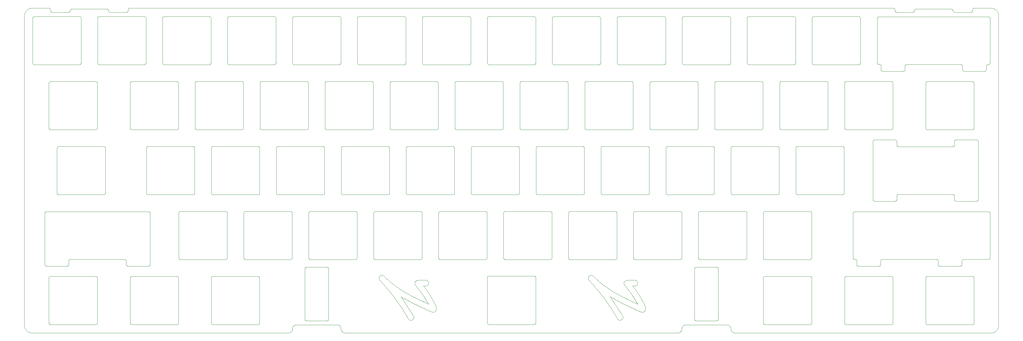
<source format=gbr>
G04 #@! TF.GenerationSoftware,KiCad,Pcbnew,(5.1.11)-1*
G04 #@! TF.CreationDate,2022-08-10T17:44:51+07:00*
G04 #@! TF.ProjectId,Plate,506c6174-652e-46b6-9963-61645f706362,rev?*
G04 #@! TF.SameCoordinates,Original*
G04 #@! TF.FileFunction,Profile,NP*
%FSLAX45Y45*%
G04 Gerber Fmt 4.5, Leading zero omitted, Abs format (unit mm)*
G04 Created by KiCad (PCBNEW (5.1.11)-1) date 2022-08-10 17:44:51*
%MOMM*%
%LPD*%
G01*
G04 APERTURE LIST*
G04 #@! TA.AperFunction,Profile*
%ADD10C,0.001000*%
G04 #@! TD*
G04 APERTURE END LIST*
D10*
X18152681Y-14822747D02*
X17785582Y-14256511D01*
X18777494Y-14463700D02*
X18642928Y-14226519D01*
X12016368Y-14822747D02*
X11649269Y-14256511D01*
X12641182Y-14463700D02*
X12506615Y-14226519D01*
X24959748Y-11765557D02*
X28879123Y-11765557D01*
X24959748Y-11765557D02*
X24957175Y-11765622D01*
X24957175Y-11765622D02*
X24954636Y-11765815D01*
X24954636Y-11765815D02*
X24952134Y-11766133D01*
X24952134Y-11766133D02*
X24949671Y-11766573D01*
X24949671Y-11766573D02*
X24947252Y-11767131D01*
X24947252Y-11767131D02*
X24944880Y-11767805D01*
X24944880Y-11767805D02*
X24942556Y-11768591D01*
X24942556Y-11768591D02*
X24940286Y-11769486D01*
X24940286Y-11769486D02*
X24938071Y-11770488D01*
X24938071Y-11770488D02*
X24935915Y-11771592D01*
X24935915Y-11771592D02*
X24933821Y-11772796D01*
X24933821Y-11772796D02*
X24931793Y-11774096D01*
X24931793Y-11774096D02*
X24929832Y-11775490D01*
X24929832Y-11775490D02*
X24927943Y-11776975D01*
X24927943Y-11776975D02*
X24926129Y-11778546D01*
X24926129Y-11778546D02*
X24924393Y-11780202D01*
X24924393Y-11780202D02*
X24922737Y-11781938D01*
X24922737Y-11781938D02*
X24921166Y-11783753D01*
X24921166Y-11783753D02*
X24919681Y-11785641D01*
X24919681Y-11785641D02*
X24918287Y-11787602D01*
X24918287Y-11787602D02*
X24916987Y-11789630D01*
X24916987Y-11789630D02*
X24915783Y-11791724D01*
X24915783Y-11791724D02*
X24914679Y-11793880D01*
X24914679Y-11793880D02*
X24913677Y-11796095D01*
X24913677Y-11796095D02*
X24912782Y-11798365D01*
X24912782Y-11798365D02*
X24911996Y-11800689D01*
X24911996Y-11800689D02*
X24911322Y-11803061D01*
X24911322Y-11803061D02*
X24910764Y-11805480D01*
X24910764Y-11805480D02*
X24910324Y-11807943D01*
X24910324Y-11807943D02*
X24910006Y-11810445D01*
X24910006Y-11810445D02*
X24909813Y-11812984D01*
X24909813Y-11812984D02*
X24909748Y-11815557D01*
X24909748Y-13115557D02*
X24909748Y-11815557D01*
X24909748Y-13115557D02*
X24909813Y-13118130D01*
X24909813Y-13118130D02*
X24910006Y-13120669D01*
X24910006Y-13120669D02*
X24910324Y-13123172D01*
X24910324Y-13123172D02*
X24910764Y-13125634D01*
X24910764Y-13125634D02*
X24911322Y-13128053D01*
X24911322Y-13128053D02*
X24911996Y-13130426D01*
X24911996Y-13130426D02*
X24912782Y-13132749D01*
X24912782Y-13132749D02*
X24913677Y-13135019D01*
X24913677Y-13135019D02*
X24914679Y-13137234D01*
X24914679Y-13137234D02*
X24915783Y-13139390D01*
X24915783Y-13139390D02*
X24916987Y-13141484D01*
X24916987Y-13141484D02*
X24918287Y-13143513D01*
X24918287Y-13143513D02*
X24919681Y-13145473D01*
X24919681Y-13145473D02*
X24921166Y-13147362D01*
X24921166Y-13147362D02*
X24922737Y-13149176D01*
X24922737Y-13149176D02*
X24924393Y-13150913D01*
X24924393Y-13150913D02*
X24926129Y-13152568D01*
X24926129Y-13152568D02*
X24927943Y-13154140D01*
X24927943Y-13154140D02*
X24929832Y-13155624D01*
X24929832Y-13155624D02*
X24931793Y-13157018D01*
X24931793Y-13157018D02*
X24933821Y-13158319D01*
X24933821Y-13158319D02*
X24935915Y-13159522D01*
X24935915Y-13159522D02*
X24938071Y-13160627D01*
X24938071Y-13160627D02*
X24940286Y-13161628D01*
X24940286Y-13161628D02*
X24942556Y-13162523D01*
X24942556Y-13162523D02*
X24944880Y-13163309D01*
X24944880Y-13163309D02*
X24947252Y-13163983D01*
X24947252Y-13163983D02*
X24949671Y-13164541D01*
X24949671Y-13164541D02*
X24952134Y-13164981D01*
X24952134Y-13164981D02*
X24954636Y-13165299D01*
X24954636Y-13165299D02*
X24957175Y-13165492D01*
X24957175Y-13165492D02*
X24959748Y-13165557D01*
X24968448Y-13165557D02*
X24959748Y-13165557D01*
X25018448Y-13215557D02*
X25018383Y-13212984D01*
X25018383Y-13212984D02*
X25018190Y-13210445D01*
X25018190Y-13210445D02*
X25017872Y-13207943D01*
X25017872Y-13207943D02*
X25017432Y-13205480D01*
X25017432Y-13205480D02*
X25016874Y-13203061D01*
X25016874Y-13203061D02*
X25016200Y-13200689D01*
X25016200Y-13200689D02*
X25015414Y-13198365D01*
X25015414Y-13198365D02*
X25014519Y-13196095D01*
X25014519Y-13196095D02*
X25013517Y-13193880D01*
X25013517Y-13193880D02*
X25012413Y-13191724D01*
X25012413Y-13191724D02*
X25011209Y-13189630D01*
X25011209Y-13189630D02*
X25009909Y-13187602D01*
X25009909Y-13187602D02*
X25008515Y-13185641D01*
X25008515Y-13185641D02*
X25007030Y-13183753D01*
X25007030Y-13183753D02*
X25005459Y-13181938D01*
X25005459Y-13181938D02*
X25003803Y-13180202D01*
X25003803Y-13180202D02*
X25002067Y-13178546D01*
X25002067Y-13178546D02*
X25000253Y-13176975D01*
X25000253Y-13176975D02*
X24998364Y-13175490D01*
X24998364Y-13175490D02*
X24996404Y-13174096D01*
X24996404Y-13174096D02*
X24994375Y-13172796D01*
X24994375Y-13172796D02*
X24992281Y-13171592D01*
X24992281Y-13171592D02*
X24990125Y-13170488D01*
X24990125Y-13170488D02*
X24987910Y-13169486D01*
X24987910Y-13169486D02*
X24985640Y-13168591D01*
X24985640Y-13168591D02*
X24983316Y-13167805D01*
X24983316Y-13167805D02*
X24980944Y-13167131D01*
X24980944Y-13167131D02*
X24978525Y-13166573D01*
X24978525Y-13166573D02*
X24976063Y-13166133D01*
X24976063Y-13166133D02*
X24973560Y-13165815D01*
X24973560Y-13165815D02*
X24971021Y-13165622D01*
X24971021Y-13165622D02*
X24968448Y-13165557D01*
X25018448Y-13315557D02*
X25018448Y-13215557D01*
X25018448Y-13315557D02*
X25018513Y-13318130D01*
X25018513Y-13318130D02*
X25018706Y-13320669D01*
X25018706Y-13320669D02*
X25019024Y-13323172D01*
X25019024Y-13323172D02*
X25019464Y-13325634D01*
X25019464Y-13325634D02*
X25020022Y-13328053D01*
X25020022Y-13328053D02*
X25020696Y-13330426D01*
X25020696Y-13330426D02*
X25021482Y-13332749D01*
X25021482Y-13332749D02*
X25022377Y-13335019D01*
X25022377Y-13335019D02*
X25023379Y-13337234D01*
X25023379Y-13337234D02*
X25024483Y-13339390D01*
X25024483Y-13339390D02*
X25025687Y-13341484D01*
X25025687Y-13341484D02*
X25026987Y-13343513D01*
X25026987Y-13343513D02*
X25028381Y-13345473D01*
X25028381Y-13345473D02*
X25029866Y-13347362D01*
X25029866Y-13347362D02*
X25031437Y-13349176D01*
X25031437Y-13349176D02*
X25033093Y-13350913D01*
X25033093Y-13350913D02*
X25034829Y-13352568D01*
X25034829Y-13352568D02*
X25036643Y-13354140D01*
X25036643Y-13354140D02*
X25038532Y-13355624D01*
X25038532Y-13355624D02*
X25040493Y-13357018D01*
X25040493Y-13357018D02*
X25042521Y-13358319D01*
X25042521Y-13358319D02*
X25044615Y-13359522D01*
X25044615Y-13359522D02*
X25046771Y-13360627D01*
X25046771Y-13360627D02*
X25048986Y-13361628D01*
X25048986Y-13361628D02*
X25051256Y-13362523D01*
X25051256Y-13362523D02*
X25053580Y-13363309D01*
X25053580Y-13363309D02*
X25055952Y-13363983D01*
X25055952Y-13363983D02*
X25058371Y-13364541D01*
X25058371Y-13364541D02*
X25060834Y-13364981D01*
X25060834Y-13364981D02*
X25063336Y-13365299D01*
X25063336Y-13365299D02*
X25065875Y-13365492D01*
X25065875Y-13365492D02*
X25068448Y-13365557D01*
X25668448Y-13365557D02*
X25068448Y-13365557D01*
X25668448Y-13365557D02*
X25671021Y-13365492D01*
X25671021Y-13365492D02*
X25673560Y-13365299D01*
X25673560Y-13365299D02*
X25676063Y-13364981D01*
X25676063Y-13364981D02*
X25678525Y-13364541D01*
X25678525Y-13364541D02*
X25680944Y-13363983D01*
X25680944Y-13363983D02*
X25683316Y-13363309D01*
X25683316Y-13363309D02*
X25685640Y-13362523D01*
X25685640Y-13362523D02*
X25687910Y-13361628D01*
X25687910Y-13361628D02*
X25690125Y-13360627D01*
X25690125Y-13360627D02*
X25692281Y-13359522D01*
X25692281Y-13359522D02*
X25694375Y-13358319D01*
X25694375Y-13358319D02*
X25696404Y-13357018D01*
X25696404Y-13357018D02*
X25698364Y-13355624D01*
X25698364Y-13355624D02*
X25700253Y-13354140D01*
X25700253Y-13354140D02*
X25702067Y-13352568D01*
X25702067Y-13352568D02*
X25703803Y-13350913D01*
X25703803Y-13350913D02*
X25705459Y-13349176D01*
X25705459Y-13349176D02*
X25707030Y-13347362D01*
X25707030Y-13347362D02*
X25708515Y-13345473D01*
X25708515Y-13345473D02*
X25709909Y-13343513D01*
X25709909Y-13343513D02*
X25711209Y-13341484D01*
X25711209Y-13341484D02*
X25712413Y-13339390D01*
X25712413Y-13339390D02*
X25713517Y-13337234D01*
X25713517Y-13337234D02*
X25714519Y-13335019D01*
X25714519Y-13335019D02*
X25715414Y-13332749D01*
X25715414Y-13332749D02*
X25716200Y-13330426D01*
X25716200Y-13330426D02*
X25716874Y-13328053D01*
X25716874Y-13328053D02*
X25717432Y-13325634D01*
X25717432Y-13325634D02*
X25717872Y-13323172D01*
X25717872Y-13323172D02*
X25718190Y-13320669D01*
X25718190Y-13320669D02*
X25718383Y-13318130D01*
X25718383Y-13318130D02*
X25718448Y-13315557D01*
X25718448Y-13215557D02*
X25718448Y-13315557D01*
X25768448Y-13165557D02*
X25765875Y-13165622D01*
X25765875Y-13165622D02*
X25763336Y-13165815D01*
X25763336Y-13165815D02*
X25760834Y-13166133D01*
X25760834Y-13166133D02*
X25758371Y-13166573D01*
X25758371Y-13166573D02*
X25755952Y-13167131D01*
X25755952Y-13167131D02*
X25753580Y-13167805D01*
X25753580Y-13167805D02*
X25751256Y-13168591D01*
X25751256Y-13168591D02*
X25748986Y-13169486D01*
X25748986Y-13169486D02*
X25746771Y-13170488D01*
X25746771Y-13170488D02*
X25744615Y-13171592D01*
X25744615Y-13171592D02*
X25742521Y-13172796D01*
X25742521Y-13172796D02*
X25740493Y-13174096D01*
X25740493Y-13174096D02*
X25738532Y-13175490D01*
X25738532Y-13175490D02*
X25736643Y-13176975D01*
X25736643Y-13176975D02*
X25734829Y-13178546D01*
X25734829Y-13178546D02*
X25733093Y-13180202D01*
X25733093Y-13180202D02*
X25731437Y-13181938D01*
X25731437Y-13181938D02*
X25729866Y-13183753D01*
X25729866Y-13183753D02*
X25728381Y-13185641D01*
X25728381Y-13185641D02*
X25726987Y-13187602D01*
X25726987Y-13187602D02*
X25725687Y-13189630D01*
X25725687Y-13189630D02*
X25724483Y-13191724D01*
X25724483Y-13191724D02*
X25723379Y-13193880D01*
X25723379Y-13193880D02*
X25722377Y-13196095D01*
X25722377Y-13196095D02*
X25721482Y-13198365D01*
X25721482Y-13198365D02*
X25720696Y-13200689D01*
X25720696Y-13200689D02*
X25720022Y-13203061D01*
X25720022Y-13203061D02*
X25719464Y-13205480D01*
X25719464Y-13205480D02*
X25719024Y-13207943D01*
X25719024Y-13207943D02*
X25718706Y-13210445D01*
X25718706Y-13210445D02*
X25718513Y-13212984D01*
X25718513Y-13212984D02*
X25718448Y-13215557D01*
X27356048Y-13165557D02*
X25768448Y-13165557D01*
X27406048Y-13215557D02*
X27405983Y-13212984D01*
X27405983Y-13212984D02*
X27405790Y-13210445D01*
X27405790Y-13210445D02*
X27405472Y-13207943D01*
X27405472Y-13207943D02*
X27405032Y-13205480D01*
X27405032Y-13205480D02*
X27404474Y-13203061D01*
X27404474Y-13203061D02*
X27403800Y-13200689D01*
X27403800Y-13200689D02*
X27403014Y-13198365D01*
X27403014Y-13198365D02*
X27402119Y-13196095D01*
X27402119Y-13196095D02*
X27401117Y-13193880D01*
X27401117Y-13193880D02*
X27400013Y-13191724D01*
X27400013Y-13191724D02*
X27398809Y-13189630D01*
X27398809Y-13189630D02*
X27397509Y-13187602D01*
X27397509Y-13187602D02*
X27396115Y-13185641D01*
X27396115Y-13185641D02*
X27394630Y-13183753D01*
X27394630Y-13183753D02*
X27393059Y-13181938D01*
X27393059Y-13181938D02*
X27391403Y-13180202D01*
X27391403Y-13180202D02*
X27389667Y-13178546D01*
X27389667Y-13178546D02*
X27387853Y-13176975D01*
X27387853Y-13176975D02*
X27385964Y-13175490D01*
X27385964Y-13175490D02*
X27384004Y-13174096D01*
X27384004Y-13174096D02*
X27381975Y-13172796D01*
X27381975Y-13172796D02*
X27379881Y-13171592D01*
X27379881Y-13171592D02*
X27377725Y-13170488D01*
X27377725Y-13170488D02*
X27375510Y-13169486D01*
X27375510Y-13169486D02*
X27373240Y-13168591D01*
X27373240Y-13168591D02*
X27370916Y-13167805D01*
X27370916Y-13167805D02*
X27368544Y-13167131D01*
X27368544Y-13167131D02*
X27366125Y-13166573D01*
X27366125Y-13166573D02*
X27363663Y-13166133D01*
X27363663Y-13166133D02*
X27361160Y-13165815D01*
X27361160Y-13165815D02*
X27358621Y-13165622D01*
X27358621Y-13165622D02*
X27356048Y-13165557D01*
X27406048Y-13315557D02*
X27406048Y-13215557D01*
X27406048Y-13315557D02*
X27406113Y-13318130D01*
X27406113Y-13318130D02*
X27406306Y-13320669D01*
X27406306Y-13320669D02*
X27406624Y-13323172D01*
X27406624Y-13323172D02*
X27407064Y-13325634D01*
X27407064Y-13325634D02*
X27407622Y-13328053D01*
X27407622Y-13328053D02*
X27408296Y-13330426D01*
X27408296Y-13330426D02*
X27409082Y-13332749D01*
X27409082Y-13332749D02*
X27409977Y-13335019D01*
X27409977Y-13335019D02*
X27410979Y-13337234D01*
X27410979Y-13337234D02*
X27412083Y-13339390D01*
X27412083Y-13339390D02*
X27413287Y-13341484D01*
X27413287Y-13341484D02*
X27414587Y-13343513D01*
X27414587Y-13343513D02*
X27415981Y-13345473D01*
X27415981Y-13345473D02*
X27417466Y-13347362D01*
X27417466Y-13347362D02*
X27419037Y-13349176D01*
X27419037Y-13349176D02*
X27420693Y-13350913D01*
X27420693Y-13350913D02*
X27422429Y-13352568D01*
X27422429Y-13352568D02*
X27424243Y-13354140D01*
X27424243Y-13354140D02*
X27426132Y-13355624D01*
X27426132Y-13355624D02*
X27428093Y-13357018D01*
X27428093Y-13357018D02*
X27430121Y-13358319D01*
X27430121Y-13358319D02*
X27432215Y-13359522D01*
X27432215Y-13359522D02*
X27434371Y-13360627D01*
X27434371Y-13360627D02*
X27436586Y-13361628D01*
X27436586Y-13361628D02*
X27438856Y-13362523D01*
X27438856Y-13362523D02*
X27441180Y-13363309D01*
X27441180Y-13363309D02*
X27443552Y-13363983D01*
X27443552Y-13363983D02*
X27445971Y-13364541D01*
X27445971Y-13364541D02*
X27448434Y-13364981D01*
X27448434Y-13364981D02*
X27450936Y-13365299D01*
X27450936Y-13365299D02*
X27453475Y-13365492D01*
X27453475Y-13365492D02*
X27456048Y-13365557D01*
X28056048Y-13365557D02*
X27456048Y-13365557D01*
X28056048Y-13365557D02*
X28058621Y-13365492D01*
X28058621Y-13365492D02*
X28061160Y-13365299D01*
X28061160Y-13365299D02*
X28063663Y-13364981D01*
X28063663Y-13364981D02*
X28066125Y-13364541D01*
X28066125Y-13364541D02*
X28068544Y-13363983D01*
X28068544Y-13363983D02*
X28070916Y-13363309D01*
X28070916Y-13363309D02*
X28073240Y-13362523D01*
X28073240Y-13362523D02*
X28075510Y-13361628D01*
X28075510Y-13361628D02*
X28077725Y-13360627D01*
X28077725Y-13360627D02*
X28079881Y-13359522D01*
X28079881Y-13359522D02*
X28081975Y-13358319D01*
X28081975Y-13358319D02*
X28084004Y-13357018D01*
X28084004Y-13357018D02*
X28085964Y-13355624D01*
X28085964Y-13355624D02*
X28087853Y-13354140D01*
X28087853Y-13354140D02*
X28089667Y-13352568D01*
X28089667Y-13352568D02*
X28091403Y-13350913D01*
X28091403Y-13350913D02*
X28093059Y-13349176D01*
X28093059Y-13349176D02*
X28094630Y-13347362D01*
X28094630Y-13347362D02*
X28096115Y-13345473D01*
X28096115Y-13345473D02*
X28097509Y-13343513D01*
X28097509Y-13343513D02*
X28098809Y-13341484D01*
X28098809Y-13341484D02*
X28100013Y-13339390D01*
X28100013Y-13339390D02*
X28101117Y-13337234D01*
X28101117Y-13337234D02*
X28102119Y-13335019D01*
X28102119Y-13335019D02*
X28103014Y-13332749D01*
X28103014Y-13332749D02*
X28103800Y-13330426D01*
X28103800Y-13330426D02*
X28104474Y-13328053D01*
X28104474Y-13328053D02*
X28105032Y-13325634D01*
X28105032Y-13325634D02*
X28105472Y-13323172D01*
X28105472Y-13323172D02*
X28105790Y-13320669D01*
X28105790Y-13320669D02*
X28105983Y-13318130D01*
X28105983Y-13318130D02*
X28106048Y-13315557D01*
X28106048Y-13215557D02*
X28106048Y-13315557D01*
X28156048Y-13165557D02*
X28153475Y-13165622D01*
X28153475Y-13165622D02*
X28150936Y-13165815D01*
X28150936Y-13165815D02*
X28148434Y-13166133D01*
X28148434Y-13166133D02*
X28145971Y-13166573D01*
X28145971Y-13166573D02*
X28143552Y-13167131D01*
X28143552Y-13167131D02*
X28141180Y-13167805D01*
X28141180Y-13167805D02*
X28138856Y-13168591D01*
X28138856Y-13168591D02*
X28136586Y-13169486D01*
X28136586Y-13169486D02*
X28134371Y-13170488D01*
X28134371Y-13170488D02*
X28132215Y-13171592D01*
X28132215Y-13171592D02*
X28130121Y-13172796D01*
X28130121Y-13172796D02*
X28128093Y-13174096D01*
X28128093Y-13174096D02*
X28126132Y-13175490D01*
X28126132Y-13175490D02*
X28124243Y-13176975D01*
X28124243Y-13176975D02*
X28122429Y-13178546D01*
X28122429Y-13178546D02*
X28120693Y-13180202D01*
X28120693Y-13180202D02*
X28119037Y-13181938D01*
X28119037Y-13181938D02*
X28117466Y-13183753D01*
X28117466Y-13183753D02*
X28115981Y-13185641D01*
X28115981Y-13185641D02*
X28114587Y-13187602D01*
X28114587Y-13187602D02*
X28113287Y-13189630D01*
X28113287Y-13189630D02*
X28112083Y-13191724D01*
X28112083Y-13191724D02*
X28110979Y-13193880D01*
X28110979Y-13193880D02*
X28109977Y-13196095D01*
X28109977Y-13196095D02*
X28109082Y-13198365D01*
X28109082Y-13198365D02*
X28108296Y-13200689D01*
X28108296Y-13200689D02*
X28107622Y-13203061D01*
X28107622Y-13203061D02*
X28107064Y-13205480D01*
X28107064Y-13205480D02*
X28106624Y-13207943D01*
X28106624Y-13207943D02*
X28106306Y-13210445D01*
X28106306Y-13210445D02*
X28106113Y-13212984D01*
X28106113Y-13212984D02*
X28106048Y-13215557D01*
X28879123Y-13165557D02*
X28156048Y-13165557D01*
X28879123Y-13165557D02*
X28881696Y-13165492D01*
X28881696Y-13165492D02*
X28884235Y-13165299D01*
X28884235Y-13165299D02*
X28886738Y-13164981D01*
X28886738Y-13164981D02*
X28889200Y-13164541D01*
X28889200Y-13164541D02*
X28891619Y-13163983D01*
X28891619Y-13163983D02*
X28893991Y-13163309D01*
X28893991Y-13163309D02*
X28896315Y-13162523D01*
X28896315Y-13162523D02*
X28898585Y-13161628D01*
X28898585Y-13161628D02*
X28900800Y-13160627D01*
X28900800Y-13160627D02*
X28902956Y-13159522D01*
X28902956Y-13159522D02*
X28905050Y-13158319D01*
X28905050Y-13158319D02*
X28907079Y-13157018D01*
X28907079Y-13157018D02*
X28909039Y-13155624D01*
X28909039Y-13155624D02*
X28910928Y-13154140D01*
X28910928Y-13154140D02*
X28912742Y-13152568D01*
X28912742Y-13152568D02*
X28914478Y-13150913D01*
X28914478Y-13150913D02*
X28916134Y-13149176D01*
X28916134Y-13149176D02*
X28917705Y-13147362D01*
X28917705Y-13147362D02*
X28919190Y-13145473D01*
X28919190Y-13145473D02*
X28920584Y-13143513D01*
X28920584Y-13143513D02*
X28921884Y-13141484D01*
X28921884Y-13141484D02*
X28923088Y-13139390D01*
X28923088Y-13139390D02*
X28924192Y-13137234D01*
X28924192Y-13137234D02*
X28925194Y-13135019D01*
X28925194Y-13135019D02*
X28926089Y-13132749D01*
X28926089Y-13132749D02*
X28926875Y-13130426D01*
X28926875Y-13130426D02*
X28927549Y-13128053D01*
X28927549Y-13128053D02*
X28928107Y-13125634D01*
X28928107Y-13125634D02*
X28928547Y-13123172D01*
X28928547Y-13123172D02*
X28928865Y-13120669D01*
X28928865Y-13120669D02*
X28929058Y-13118130D01*
X28929058Y-13118130D02*
X28929123Y-13115557D01*
X28929123Y-11815557D02*
X28929123Y-13115557D01*
X28929123Y-11815557D02*
X28929058Y-11812984D01*
X28929058Y-11812984D02*
X28928865Y-11810445D01*
X28928865Y-11810445D02*
X28928547Y-11807943D01*
X28928547Y-11807943D02*
X28928107Y-11805480D01*
X28928107Y-11805480D02*
X28927549Y-11803061D01*
X28927549Y-11803061D02*
X28926875Y-11800689D01*
X28926875Y-11800689D02*
X28926089Y-11798365D01*
X28926089Y-11798365D02*
X28925194Y-11796095D01*
X28925194Y-11796095D02*
X28924192Y-11793880D01*
X28924192Y-11793880D02*
X28923088Y-11791724D01*
X28923088Y-11791724D02*
X28921884Y-11789630D01*
X28921884Y-11789630D02*
X28920584Y-11787602D01*
X28920584Y-11787602D02*
X28919190Y-11785641D01*
X28919190Y-11785641D02*
X28917705Y-11783753D01*
X28917705Y-11783753D02*
X28916134Y-11781938D01*
X28916134Y-11781938D02*
X28914478Y-11780202D01*
X28914478Y-11780202D02*
X28912742Y-11778546D01*
X28912742Y-11778546D02*
X28910928Y-11776975D01*
X28910928Y-11776975D02*
X28909039Y-11775490D01*
X28909039Y-11775490D02*
X28907079Y-11774096D01*
X28907079Y-11774096D02*
X28905050Y-11772796D01*
X28905050Y-11772796D02*
X28902956Y-11771592D01*
X28902956Y-11771592D02*
X28900800Y-11770488D01*
X28900800Y-11770488D02*
X28898585Y-11769486D01*
X28898585Y-11769486D02*
X28896315Y-11768591D01*
X28896315Y-11768591D02*
X28893991Y-11767805D01*
X28893991Y-11767805D02*
X28891619Y-11767131D01*
X28891619Y-11767131D02*
X28889200Y-11766573D01*
X28889200Y-11766573D02*
X28886738Y-11766133D01*
X28886738Y-11766133D02*
X28884235Y-11765815D01*
X28884235Y-11765815D02*
X28881696Y-11765622D01*
X28881696Y-11765622D02*
X28879123Y-11765557D01*
X25674123Y-6050557D02*
X28879123Y-6050557D01*
X25674123Y-6050557D02*
X25671550Y-6050622D01*
X25671550Y-6050622D02*
X25669011Y-6050815D01*
X25669011Y-6050815D02*
X25666509Y-6051133D01*
X25666509Y-6051133D02*
X25664046Y-6051573D01*
X25664046Y-6051573D02*
X25661627Y-6052131D01*
X25661627Y-6052131D02*
X25659255Y-6052805D01*
X25659255Y-6052805D02*
X25656931Y-6053591D01*
X25656931Y-6053591D02*
X25654661Y-6054486D01*
X25654661Y-6054486D02*
X25652446Y-6055488D01*
X25652446Y-6055488D02*
X25650290Y-6056592D01*
X25650290Y-6056592D02*
X25648196Y-6057796D01*
X25648196Y-6057796D02*
X25646168Y-6059096D01*
X25646168Y-6059096D02*
X25644207Y-6060490D01*
X25644207Y-6060490D02*
X25642318Y-6061975D01*
X25642318Y-6061975D02*
X25640504Y-6063546D01*
X25640504Y-6063546D02*
X25638768Y-6065202D01*
X25638768Y-6065202D02*
X25637112Y-6066938D01*
X25637112Y-6066938D02*
X25635541Y-6068753D01*
X25635541Y-6068753D02*
X25634056Y-6070641D01*
X25634056Y-6070641D02*
X25632662Y-6072602D01*
X25632662Y-6072602D02*
X25631362Y-6074630D01*
X25631362Y-6074630D02*
X25630158Y-6076724D01*
X25630158Y-6076724D02*
X25629054Y-6078880D01*
X25629054Y-6078880D02*
X25628052Y-6081095D01*
X25628052Y-6081095D02*
X25627157Y-6083365D01*
X25627157Y-6083365D02*
X25626371Y-6085689D01*
X25626371Y-6085689D02*
X25625697Y-6088061D01*
X25625697Y-6088061D02*
X25625139Y-6090480D01*
X25625139Y-6090480D02*
X25624699Y-6092943D01*
X25624699Y-6092943D02*
X25624381Y-6095445D01*
X25624381Y-6095445D02*
X25624188Y-6097984D01*
X25624188Y-6097984D02*
X25624123Y-6100557D01*
X25624123Y-7400557D02*
X25624123Y-6100557D01*
X25624123Y-7400557D02*
X25624188Y-7403130D01*
X25624188Y-7403130D02*
X25624381Y-7405669D01*
X25624381Y-7405669D02*
X25624699Y-7408172D01*
X25624699Y-7408172D02*
X25625139Y-7410634D01*
X25625139Y-7410634D02*
X25625697Y-7413053D01*
X25625697Y-7413053D02*
X25626371Y-7415426D01*
X25626371Y-7415426D02*
X25627157Y-7417749D01*
X25627157Y-7417749D02*
X25628052Y-7420019D01*
X25628052Y-7420019D02*
X25629054Y-7422234D01*
X25629054Y-7422234D02*
X25630158Y-7424390D01*
X25630158Y-7424390D02*
X25631362Y-7426484D01*
X25631362Y-7426484D02*
X25632662Y-7428513D01*
X25632662Y-7428513D02*
X25634056Y-7430473D01*
X25634056Y-7430473D02*
X25635541Y-7432362D01*
X25635541Y-7432362D02*
X25637112Y-7434176D01*
X25637112Y-7434176D02*
X25638768Y-7435913D01*
X25638768Y-7435913D02*
X25640504Y-7437568D01*
X25640504Y-7437568D02*
X25642318Y-7439140D01*
X25642318Y-7439140D02*
X25644207Y-7440624D01*
X25644207Y-7440624D02*
X25646168Y-7442018D01*
X25646168Y-7442018D02*
X25648196Y-7443319D01*
X25648196Y-7443319D02*
X25650290Y-7444522D01*
X25650290Y-7444522D02*
X25652446Y-7445627D01*
X25652446Y-7445627D02*
X25654661Y-7446628D01*
X25654661Y-7446628D02*
X25656931Y-7447523D01*
X25656931Y-7447523D02*
X25659255Y-7448309D01*
X25659255Y-7448309D02*
X25661627Y-7448983D01*
X25661627Y-7448983D02*
X25664046Y-7449541D01*
X25664046Y-7449541D02*
X25666509Y-7449981D01*
X25666509Y-7449981D02*
X25669011Y-7450299D01*
X25669011Y-7450299D02*
X25671550Y-7450492D01*
X25671550Y-7450492D02*
X25674123Y-7450557D01*
X25682823Y-7450557D02*
X25674123Y-7450557D01*
X25732823Y-7500557D02*
X25732758Y-7497984D01*
X25732758Y-7497984D02*
X25732565Y-7495445D01*
X25732565Y-7495445D02*
X25732247Y-7492943D01*
X25732247Y-7492943D02*
X25731807Y-7490480D01*
X25731807Y-7490480D02*
X25731249Y-7488061D01*
X25731249Y-7488061D02*
X25730575Y-7485689D01*
X25730575Y-7485689D02*
X25729789Y-7483365D01*
X25729789Y-7483365D02*
X25728894Y-7481095D01*
X25728894Y-7481095D02*
X25727892Y-7478880D01*
X25727892Y-7478880D02*
X25726788Y-7476724D01*
X25726788Y-7476724D02*
X25725584Y-7474630D01*
X25725584Y-7474630D02*
X25724284Y-7472602D01*
X25724284Y-7472602D02*
X25722890Y-7470641D01*
X25722890Y-7470641D02*
X25721405Y-7468753D01*
X25721405Y-7468753D02*
X25719834Y-7466938D01*
X25719834Y-7466938D02*
X25718178Y-7465202D01*
X25718178Y-7465202D02*
X25716442Y-7463546D01*
X25716442Y-7463546D02*
X25714628Y-7461975D01*
X25714628Y-7461975D02*
X25712739Y-7460490D01*
X25712739Y-7460490D02*
X25710779Y-7459096D01*
X25710779Y-7459096D02*
X25708750Y-7457796D01*
X25708750Y-7457796D02*
X25706656Y-7456592D01*
X25706656Y-7456592D02*
X25704500Y-7455488D01*
X25704500Y-7455488D02*
X25702285Y-7454486D01*
X25702285Y-7454486D02*
X25700015Y-7453591D01*
X25700015Y-7453591D02*
X25697691Y-7452805D01*
X25697691Y-7452805D02*
X25695319Y-7452131D01*
X25695319Y-7452131D02*
X25692900Y-7451573D01*
X25692900Y-7451573D02*
X25690438Y-7451133D01*
X25690438Y-7451133D02*
X25687935Y-7450815D01*
X25687935Y-7450815D02*
X25685396Y-7450622D01*
X25685396Y-7450622D02*
X25682823Y-7450557D01*
X25732823Y-7600557D02*
X25732823Y-7500557D01*
X25732823Y-7600557D02*
X25732888Y-7603130D01*
X25732888Y-7603130D02*
X25733081Y-7605669D01*
X25733081Y-7605669D02*
X25733399Y-7608172D01*
X25733399Y-7608172D02*
X25733839Y-7610634D01*
X25733839Y-7610634D02*
X25734397Y-7613053D01*
X25734397Y-7613053D02*
X25735071Y-7615426D01*
X25735071Y-7615426D02*
X25735857Y-7617749D01*
X25735857Y-7617749D02*
X25736752Y-7620019D01*
X25736752Y-7620019D02*
X25737754Y-7622234D01*
X25737754Y-7622234D02*
X25738858Y-7624390D01*
X25738858Y-7624390D02*
X25740062Y-7626484D01*
X25740062Y-7626484D02*
X25741362Y-7628513D01*
X25741362Y-7628513D02*
X25742756Y-7630473D01*
X25742756Y-7630473D02*
X25744241Y-7632362D01*
X25744241Y-7632362D02*
X25745812Y-7634176D01*
X25745812Y-7634176D02*
X25747468Y-7635913D01*
X25747468Y-7635913D02*
X25749204Y-7637568D01*
X25749204Y-7637568D02*
X25751018Y-7639140D01*
X25751018Y-7639140D02*
X25752907Y-7640624D01*
X25752907Y-7640624D02*
X25754868Y-7642018D01*
X25754868Y-7642018D02*
X25756896Y-7643319D01*
X25756896Y-7643319D02*
X25758990Y-7644522D01*
X25758990Y-7644522D02*
X25761146Y-7645627D01*
X25761146Y-7645627D02*
X25763361Y-7646628D01*
X25763361Y-7646628D02*
X25765631Y-7647523D01*
X25765631Y-7647523D02*
X25767955Y-7648309D01*
X25767955Y-7648309D02*
X25770327Y-7648983D01*
X25770327Y-7648983D02*
X25772746Y-7649541D01*
X25772746Y-7649541D02*
X25775209Y-7649981D01*
X25775209Y-7649981D02*
X25777711Y-7650299D01*
X25777711Y-7650299D02*
X25780250Y-7650492D01*
X25780250Y-7650492D02*
X25782823Y-7650557D01*
X26382823Y-7650557D02*
X25782823Y-7650557D01*
X26382823Y-7650557D02*
X26385396Y-7650492D01*
X26385396Y-7650492D02*
X26387935Y-7650299D01*
X26387935Y-7650299D02*
X26390438Y-7649981D01*
X26390438Y-7649981D02*
X26392900Y-7649541D01*
X26392900Y-7649541D02*
X26395319Y-7648983D01*
X26395319Y-7648983D02*
X26397691Y-7648309D01*
X26397691Y-7648309D02*
X26400015Y-7647523D01*
X26400015Y-7647523D02*
X26402285Y-7646628D01*
X26402285Y-7646628D02*
X26404500Y-7645627D01*
X26404500Y-7645627D02*
X26406656Y-7644522D01*
X26406656Y-7644522D02*
X26408750Y-7643319D01*
X26408750Y-7643319D02*
X26410779Y-7642018D01*
X26410779Y-7642018D02*
X26412739Y-7640624D01*
X26412739Y-7640624D02*
X26414628Y-7639140D01*
X26414628Y-7639140D02*
X26416442Y-7637568D01*
X26416442Y-7637568D02*
X26418178Y-7635913D01*
X26418178Y-7635913D02*
X26419834Y-7634176D01*
X26419834Y-7634176D02*
X26421405Y-7632362D01*
X26421405Y-7632362D02*
X26422890Y-7630473D01*
X26422890Y-7630473D02*
X26424284Y-7628513D01*
X26424284Y-7628513D02*
X26425584Y-7626484D01*
X26425584Y-7626484D02*
X26426788Y-7624390D01*
X26426788Y-7624390D02*
X26427892Y-7622234D01*
X26427892Y-7622234D02*
X26428894Y-7620019D01*
X26428894Y-7620019D02*
X26429789Y-7617749D01*
X26429789Y-7617749D02*
X26430575Y-7615426D01*
X26430575Y-7615426D02*
X26431249Y-7613053D01*
X26431249Y-7613053D02*
X26431807Y-7610634D01*
X26431807Y-7610634D02*
X26432247Y-7608172D01*
X26432247Y-7608172D02*
X26432565Y-7605669D01*
X26432565Y-7605669D02*
X26432758Y-7603130D01*
X26432758Y-7603130D02*
X26432823Y-7600557D01*
X26432823Y-7500557D02*
X26432823Y-7600557D01*
X26482823Y-7450557D02*
X26480250Y-7450622D01*
X26480250Y-7450622D02*
X26477711Y-7450815D01*
X26477711Y-7450815D02*
X26475209Y-7451133D01*
X26475209Y-7451133D02*
X26472746Y-7451573D01*
X26472746Y-7451573D02*
X26470327Y-7452131D01*
X26470327Y-7452131D02*
X26467955Y-7452805D01*
X26467955Y-7452805D02*
X26465631Y-7453591D01*
X26465631Y-7453591D02*
X26463361Y-7454486D01*
X26463361Y-7454486D02*
X26461146Y-7455488D01*
X26461146Y-7455488D02*
X26458990Y-7456592D01*
X26458990Y-7456592D02*
X26456896Y-7457796D01*
X26456896Y-7457796D02*
X26454868Y-7459096D01*
X26454868Y-7459096D02*
X26452907Y-7460490D01*
X26452907Y-7460490D02*
X26451018Y-7461975D01*
X26451018Y-7461975D02*
X26449204Y-7463546D01*
X26449204Y-7463546D02*
X26447468Y-7465202D01*
X26447468Y-7465202D02*
X26445812Y-7466938D01*
X26445812Y-7466938D02*
X26444241Y-7468753D01*
X26444241Y-7468753D02*
X26442756Y-7470641D01*
X26442756Y-7470641D02*
X26441362Y-7472602D01*
X26441362Y-7472602D02*
X26440062Y-7474630D01*
X26440062Y-7474630D02*
X26438858Y-7476724D01*
X26438858Y-7476724D02*
X26437754Y-7478880D01*
X26437754Y-7478880D02*
X26436752Y-7481095D01*
X26436752Y-7481095D02*
X26435857Y-7483365D01*
X26435857Y-7483365D02*
X26435071Y-7485689D01*
X26435071Y-7485689D02*
X26434397Y-7488061D01*
X26434397Y-7488061D02*
X26433839Y-7490480D01*
X26433839Y-7490480D02*
X26433399Y-7492943D01*
X26433399Y-7492943D02*
X26433081Y-7495445D01*
X26433081Y-7495445D02*
X26432888Y-7497984D01*
X26432888Y-7497984D02*
X26432823Y-7500557D01*
X28070423Y-7450557D02*
X26482823Y-7450557D01*
X28120423Y-7500557D02*
X28120358Y-7497984D01*
X28120358Y-7497984D02*
X28120165Y-7495445D01*
X28120165Y-7495445D02*
X28119847Y-7492943D01*
X28119847Y-7492943D02*
X28119407Y-7490480D01*
X28119407Y-7490480D02*
X28118849Y-7488061D01*
X28118849Y-7488061D02*
X28118175Y-7485689D01*
X28118175Y-7485689D02*
X28117389Y-7483365D01*
X28117389Y-7483365D02*
X28116494Y-7481095D01*
X28116494Y-7481095D02*
X28115492Y-7478880D01*
X28115492Y-7478880D02*
X28114388Y-7476724D01*
X28114388Y-7476724D02*
X28113184Y-7474630D01*
X28113184Y-7474630D02*
X28111884Y-7472602D01*
X28111884Y-7472602D02*
X28110490Y-7470641D01*
X28110490Y-7470641D02*
X28109005Y-7468753D01*
X28109005Y-7468753D02*
X28107434Y-7466938D01*
X28107434Y-7466938D02*
X28105778Y-7465202D01*
X28105778Y-7465202D02*
X28104042Y-7463546D01*
X28104042Y-7463546D02*
X28102228Y-7461975D01*
X28102228Y-7461975D02*
X28100339Y-7460490D01*
X28100339Y-7460490D02*
X28098379Y-7459096D01*
X28098379Y-7459096D02*
X28096350Y-7457796D01*
X28096350Y-7457796D02*
X28094256Y-7456592D01*
X28094256Y-7456592D02*
X28092100Y-7455488D01*
X28092100Y-7455488D02*
X28089885Y-7454486D01*
X28089885Y-7454486D02*
X28087615Y-7453591D01*
X28087615Y-7453591D02*
X28085291Y-7452805D01*
X28085291Y-7452805D02*
X28082919Y-7452131D01*
X28082919Y-7452131D02*
X28080500Y-7451573D01*
X28080500Y-7451573D02*
X28078038Y-7451133D01*
X28078038Y-7451133D02*
X28075535Y-7450815D01*
X28075535Y-7450815D02*
X28072996Y-7450622D01*
X28072996Y-7450622D02*
X28070423Y-7450557D01*
X28120423Y-7600557D02*
X28120423Y-7500557D01*
X28120423Y-7600557D02*
X28120488Y-7603130D01*
X28120488Y-7603130D02*
X28120681Y-7605669D01*
X28120681Y-7605669D02*
X28120999Y-7608172D01*
X28120999Y-7608172D02*
X28121439Y-7610634D01*
X28121439Y-7610634D02*
X28121997Y-7613053D01*
X28121997Y-7613053D02*
X28122671Y-7615426D01*
X28122671Y-7615426D02*
X28123457Y-7617749D01*
X28123457Y-7617749D02*
X28124352Y-7620019D01*
X28124352Y-7620019D02*
X28125354Y-7622234D01*
X28125354Y-7622234D02*
X28126458Y-7624390D01*
X28126458Y-7624390D02*
X28127662Y-7626484D01*
X28127662Y-7626484D02*
X28128962Y-7628513D01*
X28128962Y-7628513D02*
X28130356Y-7630473D01*
X28130356Y-7630473D02*
X28131841Y-7632362D01*
X28131841Y-7632362D02*
X28133412Y-7634176D01*
X28133412Y-7634176D02*
X28135068Y-7635913D01*
X28135068Y-7635913D02*
X28136804Y-7637568D01*
X28136804Y-7637568D02*
X28138618Y-7639140D01*
X28138618Y-7639140D02*
X28140507Y-7640624D01*
X28140507Y-7640624D02*
X28142468Y-7642018D01*
X28142468Y-7642018D02*
X28144496Y-7643319D01*
X28144496Y-7643319D02*
X28146590Y-7644522D01*
X28146590Y-7644522D02*
X28148746Y-7645627D01*
X28148746Y-7645627D02*
X28150961Y-7646628D01*
X28150961Y-7646628D02*
X28153231Y-7647523D01*
X28153231Y-7647523D02*
X28155555Y-7648309D01*
X28155555Y-7648309D02*
X28157927Y-7648983D01*
X28157927Y-7648983D02*
X28160346Y-7649541D01*
X28160346Y-7649541D02*
X28162809Y-7649981D01*
X28162809Y-7649981D02*
X28165311Y-7650299D01*
X28165311Y-7650299D02*
X28167850Y-7650492D01*
X28167850Y-7650492D02*
X28170423Y-7650557D01*
X28770423Y-7650557D02*
X28170423Y-7650557D01*
X28770423Y-7650557D02*
X28772996Y-7650492D01*
X28772996Y-7650492D02*
X28775535Y-7650299D01*
X28775535Y-7650299D02*
X28778038Y-7649981D01*
X28778038Y-7649981D02*
X28780500Y-7649541D01*
X28780500Y-7649541D02*
X28782919Y-7648983D01*
X28782919Y-7648983D02*
X28785291Y-7648309D01*
X28785291Y-7648309D02*
X28787615Y-7647523D01*
X28787615Y-7647523D02*
X28789885Y-7646628D01*
X28789885Y-7646628D02*
X28792100Y-7645627D01*
X28792100Y-7645627D02*
X28794256Y-7644522D01*
X28794256Y-7644522D02*
X28796350Y-7643319D01*
X28796350Y-7643319D02*
X28798379Y-7642018D01*
X28798379Y-7642018D02*
X28800339Y-7640624D01*
X28800339Y-7640624D02*
X28802228Y-7639140D01*
X28802228Y-7639140D02*
X28804042Y-7637568D01*
X28804042Y-7637568D02*
X28805778Y-7635913D01*
X28805778Y-7635913D02*
X28807434Y-7634176D01*
X28807434Y-7634176D02*
X28809005Y-7632362D01*
X28809005Y-7632362D02*
X28810490Y-7630473D01*
X28810490Y-7630473D02*
X28811884Y-7628513D01*
X28811884Y-7628513D02*
X28813184Y-7626484D01*
X28813184Y-7626484D02*
X28814388Y-7624390D01*
X28814388Y-7624390D02*
X28815492Y-7622234D01*
X28815492Y-7622234D02*
X28816494Y-7620019D01*
X28816494Y-7620019D02*
X28817389Y-7617749D01*
X28817389Y-7617749D02*
X28818175Y-7615426D01*
X28818175Y-7615426D02*
X28818849Y-7613053D01*
X28818849Y-7613053D02*
X28819407Y-7610634D01*
X28819407Y-7610634D02*
X28819847Y-7608172D01*
X28819847Y-7608172D02*
X28820165Y-7605669D01*
X28820165Y-7605669D02*
X28820358Y-7603130D01*
X28820358Y-7603130D02*
X28820423Y-7600557D01*
X28820423Y-7500557D02*
X28820423Y-7600557D01*
X28870423Y-7450557D02*
X28867850Y-7450622D01*
X28867850Y-7450622D02*
X28865311Y-7450815D01*
X28865311Y-7450815D02*
X28862809Y-7451133D01*
X28862809Y-7451133D02*
X28860346Y-7451573D01*
X28860346Y-7451573D02*
X28857927Y-7452131D01*
X28857927Y-7452131D02*
X28855555Y-7452805D01*
X28855555Y-7452805D02*
X28853231Y-7453591D01*
X28853231Y-7453591D02*
X28850961Y-7454486D01*
X28850961Y-7454486D02*
X28848746Y-7455488D01*
X28848746Y-7455488D02*
X28846590Y-7456592D01*
X28846590Y-7456592D02*
X28844496Y-7457796D01*
X28844496Y-7457796D02*
X28842468Y-7459096D01*
X28842468Y-7459096D02*
X28840507Y-7460490D01*
X28840507Y-7460490D02*
X28838618Y-7461975D01*
X28838618Y-7461975D02*
X28836804Y-7463546D01*
X28836804Y-7463546D02*
X28835068Y-7465202D01*
X28835068Y-7465202D02*
X28833412Y-7466938D01*
X28833412Y-7466938D02*
X28831841Y-7468753D01*
X28831841Y-7468753D02*
X28830356Y-7470641D01*
X28830356Y-7470641D02*
X28828962Y-7472602D01*
X28828962Y-7472602D02*
X28827662Y-7474630D01*
X28827662Y-7474630D02*
X28826458Y-7476724D01*
X28826458Y-7476724D02*
X28825354Y-7478880D01*
X28825354Y-7478880D02*
X28824352Y-7481095D01*
X28824352Y-7481095D02*
X28823457Y-7483365D01*
X28823457Y-7483365D02*
X28822671Y-7485689D01*
X28822671Y-7485689D02*
X28821997Y-7488061D01*
X28821997Y-7488061D02*
X28821439Y-7490480D01*
X28821439Y-7490480D02*
X28820999Y-7492943D01*
X28820999Y-7492943D02*
X28820681Y-7495445D01*
X28820681Y-7495445D02*
X28820488Y-7497984D01*
X28820488Y-7497984D02*
X28820423Y-7500557D01*
X28879123Y-7450557D02*
X28870423Y-7450557D01*
X28879123Y-7450557D02*
X28881696Y-7450492D01*
X28881696Y-7450492D02*
X28884235Y-7450299D01*
X28884235Y-7450299D02*
X28886738Y-7449981D01*
X28886738Y-7449981D02*
X28889200Y-7449541D01*
X28889200Y-7449541D02*
X28891619Y-7448983D01*
X28891619Y-7448983D02*
X28893991Y-7448309D01*
X28893991Y-7448309D02*
X28896315Y-7447523D01*
X28896315Y-7447523D02*
X28898585Y-7446628D01*
X28898585Y-7446628D02*
X28900800Y-7445627D01*
X28900800Y-7445627D02*
X28902956Y-7444522D01*
X28902956Y-7444522D02*
X28905050Y-7443319D01*
X28905050Y-7443319D02*
X28907079Y-7442018D01*
X28907079Y-7442018D02*
X28909039Y-7440624D01*
X28909039Y-7440624D02*
X28910928Y-7439140D01*
X28910928Y-7439140D02*
X28912742Y-7437568D01*
X28912742Y-7437568D02*
X28914478Y-7435913D01*
X28914478Y-7435913D02*
X28916134Y-7434176D01*
X28916134Y-7434176D02*
X28917705Y-7432362D01*
X28917705Y-7432362D02*
X28919190Y-7430473D01*
X28919190Y-7430473D02*
X28920584Y-7428513D01*
X28920584Y-7428513D02*
X28921884Y-7426484D01*
X28921884Y-7426484D02*
X28923088Y-7424390D01*
X28923088Y-7424390D02*
X28924192Y-7422234D01*
X28924192Y-7422234D02*
X28925194Y-7420019D01*
X28925194Y-7420019D02*
X28926089Y-7417749D01*
X28926089Y-7417749D02*
X28926875Y-7415426D01*
X28926875Y-7415426D02*
X28927549Y-7413053D01*
X28927549Y-7413053D02*
X28928107Y-7410634D01*
X28928107Y-7410634D02*
X28928547Y-7408172D01*
X28928547Y-7408172D02*
X28928865Y-7405669D01*
X28928865Y-7405669D02*
X28929058Y-7403130D01*
X28929058Y-7403130D02*
X28929123Y-7400557D01*
X28929123Y-6100557D02*
X28929123Y-7400557D01*
X28929123Y-6100557D02*
X28929058Y-6097984D01*
X28929058Y-6097984D02*
X28928865Y-6095445D01*
X28928865Y-6095445D02*
X28928547Y-6092943D01*
X28928547Y-6092943D02*
X28928107Y-6090480D01*
X28928107Y-6090480D02*
X28927549Y-6088061D01*
X28927549Y-6088061D02*
X28926875Y-6085689D01*
X28926875Y-6085689D02*
X28926089Y-6083365D01*
X28926089Y-6083365D02*
X28925194Y-6081095D01*
X28925194Y-6081095D02*
X28924192Y-6078880D01*
X28924192Y-6078880D02*
X28923088Y-6076724D01*
X28923088Y-6076724D02*
X28921884Y-6074630D01*
X28921884Y-6074630D02*
X28920584Y-6072602D01*
X28920584Y-6072602D02*
X28919190Y-6070641D01*
X28919190Y-6070641D02*
X28917705Y-6068753D01*
X28917705Y-6068753D02*
X28916134Y-6066938D01*
X28916134Y-6066938D02*
X28914478Y-6065202D01*
X28914478Y-6065202D02*
X28912742Y-6063546D01*
X28912742Y-6063546D02*
X28910928Y-6061975D01*
X28910928Y-6061975D02*
X28909039Y-6060490D01*
X28909039Y-6060490D02*
X28907079Y-6059096D01*
X28907079Y-6059096D02*
X28905050Y-6057796D01*
X28905050Y-6057796D02*
X28902956Y-6056592D01*
X28902956Y-6056592D02*
X28900800Y-6055488D01*
X28900800Y-6055488D02*
X28898585Y-6054486D01*
X28898585Y-6054486D02*
X28896315Y-6053591D01*
X28896315Y-6053591D02*
X28893991Y-6052805D01*
X28893991Y-6052805D02*
X28891619Y-6052131D01*
X28891619Y-6052131D02*
X28889200Y-6051573D01*
X28889200Y-6051573D02*
X28886738Y-6051133D01*
X28886738Y-6051133D02*
X28884235Y-6050815D01*
X28884235Y-6050815D02*
X28881696Y-6050622D01*
X28881696Y-6050622D02*
X28879123Y-6050557D01*
X12506615Y-14226519D02*
X12500905Y-14217364D01*
X12500905Y-14217364D02*
X12495165Y-14208230D01*
X12495165Y-14208230D02*
X12489395Y-14199115D01*
X12489395Y-14199115D02*
X12483595Y-14190021D01*
X12483595Y-14190021D02*
X12477766Y-14180947D01*
X12477766Y-14180947D02*
X12471907Y-14171893D01*
X12471907Y-14171893D02*
X12466019Y-14162858D01*
X12466019Y-14162858D02*
X12460102Y-14153844D01*
X12460102Y-14153844D02*
X12454156Y-14144849D01*
X12454156Y-14144849D02*
X12448182Y-14135873D01*
X12448182Y-14135873D02*
X12442179Y-14126918D01*
X12442179Y-14126918D02*
X12436148Y-14117981D01*
X12436148Y-14117981D02*
X12430090Y-14109064D01*
X12430090Y-14109064D02*
X12424003Y-14100167D01*
X12424003Y-14100167D02*
X12417889Y-14091288D01*
X12417889Y-14091288D02*
X12411748Y-14082429D01*
X12411748Y-14082429D02*
X12405580Y-14073589D01*
X12405580Y-14073589D02*
X12399385Y-14064767D01*
X12399385Y-14064767D02*
X12393164Y-14055965D01*
X12393164Y-14055965D02*
X12386916Y-14047181D01*
X12386916Y-14047181D02*
X12380641Y-14038416D01*
X12380641Y-14038416D02*
X12374341Y-14029670D01*
X12374341Y-14029670D02*
X12368016Y-14020942D01*
X12368016Y-14020942D02*
X12361664Y-14012233D01*
X12361664Y-14012233D02*
X12355288Y-14003542D01*
X12355288Y-14003542D02*
X12348886Y-13994870D01*
X12348886Y-13994870D02*
X12342459Y-13986216D01*
X12342459Y-13986216D02*
X12336008Y-13977579D01*
X12336008Y-13977579D02*
X12329532Y-13968961D01*
X12329532Y-13968961D02*
X12323032Y-13960361D01*
X12323032Y-13960361D02*
X12316509Y-13951779D01*
X12316509Y-13951779D02*
X12309961Y-13943215D01*
X12374520Y-13773470D02*
X12367092Y-13773100D01*
X12367092Y-13773100D02*
X12359672Y-13772766D01*
X12359672Y-13772766D02*
X12352261Y-13772469D01*
X12352261Y-13772469D02*
X12344857Y-13772210D01*
X12344857Y-13772210D02*
X12337460Y-13771987D01*
X12337460Y-13771987D02*
X12330070Y-13771801D01*
X12330070Y-13771801D02*
X12322686Y-13771652D01*
X12322686Y-13771652D02*
X12315308Y-13771540D01*
X12315308Y-13771540D02*
X12307935Y-13771465D01*
X12307935Y-13771465D02*
X12300566Y-13771427D01*
X12300566Y-13771427D02*
X12293202Y-13771426D01*
X12293202Y-13771426D02*
X12285841Y-13771462D01*
X12285841Y-13771462D02*
X12278483Y-13771535D01*
X12278483Y-13771535D02*
X12271128Y-13771645D01*
X12271128Y-13771645D02*
X12263775Y-13771792D01*
X12263775Y-13771792D02*
X12256423Y-13771977D01*
X12256423Y-13771977D02*
X12249073Y-13772198D01*
X12249073Y-13772198D02*
X12241722Y-13772457D01*
X12241722Y-13772457D02*
X12234372Y-13772752D01*
X12234372Y-13772752D02*
X12227022Y-13773085D01*
X12227022Y-13773085D02*
X12219670Y-13773455D01*
X12219670Y-13773455D02*
X12212317Y-13773862D01*
X12212317Y-13773862D02*
X12204962Y-13774306D01*
X12204962Y-13774306D02*
X12197604Y-13774788D01*
X12197604Y-13774788D02*
X12190243Y-13775307D01*
X12190243Y-13775307D02*
X12182879Y-13775862D01*
X12182879Y-13775862D02*
X12175511Y-13776456D01*
X12175511Y-13776456D02*
X12168138Y-13777086D01*
X12168138Y-13777086D02*
X12160760Y-13777754D01*
X12160760Y-13777754D02*
X12153376Y-13778459D01*
X12153376Y-13778459D02*
X12145986Y-13779201D01*
X12145986Y-13779201D02*
X12138590Y-13779981D01*
X12374520Y-13945105D02*
X12384544Y-13945138D01*
X12384544Y-13945138D02*
X12393920Y-13944193D01*
X12393920Y-13944193D02*
X12402648Y-13942335D01*
X12402648Y-13942335D02*
X12410727Y-13939625D01*
X12410727Y-13939625D02*
X12418159Y-13936127D01*
X12418159Y-13936127D02*
X12424943Y-13931905D01*
X12424943Y-13931905D02*
X12431079Y-13927019D01*
X12431079Y-13927019D02*
X12436568Y-13921534D01*
X12436568Y-13921534D02*
X12441409Y-13915513D01*
X12441409Y-13915513D02*
X12445604Y-13909017D01*
X12445604Y-13909017D02*
X12449151Y-13902111D01*
X12449151Y-13902111D02*
X12452052Y-13894856D01*
X12452052Y-13894856D02*
X12454306Y-13887316D01*
X12454306Y-13887316D02*
X12455914Y-13879554D01*
X12455914Y-13879554D02*
X12456875Y-13871632D01*
X12456875Y-13871632D02*
X12457191Y-13863614D01*
X12457191Y-13863614D02*
X12456861Y-13855561D01*
X12456861Y-13855561D02*
X12455885Y-13847538D01*
X12455885Y-13847538D02*
X12454263Y-13839607D01*
X12454263Y-13839607D02*
X12451996Y-13831831D01*
X12451996Y-13831831D02*
X12449084Y-13824272D01*
X12449084Y-13824272D02*
X12445527Y-13816994D01*
X12445527Y-13816994D02*
X12441325Y-13810059D01*
X12441325Y-13810059D02*
X12436479Y-13803530D01*
X12436479Y-13803530D02*
X12430988Y-13797471D01*
X12430988Y-13797471D02*
X12424853Y-13791943D01*
X12424853Y-13791943D02*
X12418073Y-13787011D01*
X12418073Y-13787011D02*
X12410650Y-13782736D01*
X12410650Y-13782736D02*
X12402583Y-13779181D01*
X12402583Y-13779181D02*
X12393872Y-13776410D01*
X12393872Y-13776410D02*
X12384518Y-13774486D01*
X12384518Y-13774486D02*
X12374520Y-13773470D01*
X12309961Y-13943215D02*
X12311971Y-13943234D01*
X12311971Y-13943234D02*
X12313982Y-13943255D01*
X12313982Y-13943255D02*
X12315993Y-13943279D01*
X12315993Y-13943279D02*
X12318005Y-13943305D01*
X12318005Y-13943305D02*
X12320017Y-13943333D01*
X12320017Y-13943333D02*
X12322029Y-13943364D01*
X12322029Y-13943364D02*
X12324042Y-13943397D01*
X12324042Y-13943397D02*
X12326055Y-13943433D01*
X12326055Y-13943433D02*
X12328068Y-13943471D01*
X12328068Y-13943471D02*
X12330082Y-13943511D01*
X12330082Y-13943511D02*
X12332096Y-13943554D01*
X12332096Y-13943554D02*
X12334111Y-13943600D01*
X12334111Y-13943600D02*
X12336126Y-13943648D01*
X12336126Y-13943648D02*
X12338141Y-13943699D01*
X12338141Y-13943699D02*
X12340158Y-13943752D01*
X12340158Y-13943752D02*
X12342174Y-13943808D01*
X12342174Y-13943808D02*
X12344191Y-13943867D01*
X12344191Y-13943867D02*
X12346209Y-13943929D01*
X12346209Y-13943929D02*
X12348227Y-13943994D01*
X12348227Y-13943994D02*
X12350246Y-13944061D01*
X12350246Y-13944061D02*
X12352265Y-13944131D01*
X12352265Y-13944131D02*
X12354285Y-13944205D01*
X12354285Y-13944205D02*
X12356306Y-13944281D01*
X12356306Y-13944281D02*
X12358327Y-13944360D01*
X12358327Y-13944360D02*
X12360349Y-13944442D01*
X12360349Y-13944442D02*
X12362371Y-13944527D01*
X12362371Y-13944527D02*
X12364394Y-13944616D01*
X12364394Y-13944616D02*
X12366418Y-13944707D01*
X12366418Y-13944707D02*
X12368442Y-13944802D01*
X12368442Y-13944802D02*
X12370468Y-13944900D01*
X12370468Y-13944900D02*
X12372494Y-13945001D01*
X12372494Y-13945001D02*
X12374520Y-13945105D01*
X12428091Y-14430378D02*
X12428658Y-14431368D01*
X12428658Y-14431368D02*
X12429257Y-14432398D01*
X12429257Y-14432398D02*
X12429886Y-14433466D01*
X12429886Y-14433466D02*
X12430546Y-14434572D01*
X12430546Y-14434572D02*
X12431236Y-14435714D01*
X12431236Y-14435714D02*
X12431954Y-14436893D01*
X12431954Y-14436893D02*
X12432699Y-14438107D01*
X12432699Y-14438107D02*
X12433472Y-14439355D01*
X12433472Y-14439355D02*
X12434271Y-14440638D01*
X12434271Y-14440638D02*
X12435096Y-14441953D01*
X12435096Y-14441953D02*
X12435945Y-14443301D01*
X12435945Y-14443301D02*
X12436818Y-14444681D01*
X12436818Y-14444681D02*
X12437715Y-14446091D01*
X12437715Y-14446091D02*
X12438633Y-14447531D01*
X12438633Y-14447531D02*
X12439574Y-14449001D01*
X12439574Y-14449001D02*
X12440535Y-14450500D01*
X12440535Y-14450500D02*
X12441516Y-14452026D01*
X12441516Y-14452026D02*
X12442516Y-14453579D01*
X12442516Y-14453579D02*
X12443534Y-14455159D01*
X12443534Y-14455159D02*
X12444571Y-14456764D01*
X12444571Y-14456764D02*
X12445624Y-14458394D01*
X12445624Y-14458394D02*
X12446693Y-14460048D01*
X12446693Y-14460048D02*
X12447777Y-14461726D01*
X12447777Y-14461726D02*
X12448876Y-14463426D01*
X12448876Y-14463426D02*
X12449988Y-14465148D01*
X12449988Y-14465148D02*
X12451114Y-14466891D01*
X12451114Y-14466891D02*
X12452251Y-14468654D01*
X12452251Y-14468654D02*
X12453400Y-14470437D01*
X12453400Y-14470437D02*
X12454559Y-14472239D01*
X12454559Y-14472239D02*
X12455729Y-14474059D01*
X12455729Y-14474059D02*
X12456907Y-14475896D01*
X12456907Y-14475896D02*
X12458093Y-14477749D01*
X12325968Y-14261945D02*
X12329304Y-14267119D01*
X12329304Y-14267119D02*
X12332632Y-14272299D01*
X12332632Y-14272299D02*
X12335950Y-14277484D01*
X12335950Y-14277484D02*
X12339259Y-14282676D01*
X12339259Y-14282676D02*
X12342559Y-14287873D01*
X12342559Y-14287873D02*
X12345849Y-14293076D01*
X12345849Y-14293076D02*
X12349131Y-14298285D01*
X12349131Y-14298285D02*
X12352403Y-14303500D01*
X12352403Y-14303500D02*
X12355665Y-14308721D01*
X12355665Y-14308721D02*
X12358918Y-14313947D01*
X12358918Y-14313947D02*
X12362162Y-14319179D01*
X12362162Y-14319179D02*
X12365397Y-14324417D01*
X12365397Y-14324417D02*
X12368622Y-14329661D01*
X12368622Y-14329661D02*
X12371838Y-14334910D01*
X12371838Y-14334910D02*
X12375044Y-14340166D01*
X12375044Y-14340166D02*
X12378241Y-14345427D01*
X12378241Y-14345427D02*
X12381429Y-14350693D01*
X12381429Y-14350693D02*
X12384607Y-14355966D01*
X12384607Y-14355966D02*
X12387775Y-14361244D01*
X12387775Y-14361244D02*
X12390934Y-14366528D01*
X12390934Y-14366528D02*
X12394084Y-14371817D01*
X12394084Y-14371817D02*
X12397224Y-14377113D01*
X12397224Y-14377113D02*
X12400354Y-14382414D01*
X12400354Y-14382414D02*
X12403474Y-14387720D01*
X12403474Y-14387720D02*
X12406585Y-14393033D01*
X12406585Y-14393033D02*
X12409687Y-14398351D01*
X12409687Y-14398351D02*
X12412778Y-14403674D01*
X12412778Y-14403674D02*
X12415860Y-14409004D01*
X12415860Y-14409004D02*
X12418933Y-14414339D01*
X12418933Y-14414339D02*
X12421995Y-14419679D01*
X12421995Y-14419679D02*
X12425048Y-14425026D01*
X12425048Y-14425026D02*
X12428091Y-14430378D01*
X12077907Y-13926480D02*
X12086282Y-13936505D01*
X12086282Y-13936505D02*
X12094617Y-13946559D01*
X12094617Y-13946559D02*
X12102913Y-13956641D01*
X12102913Y-13956641D02*
X12111170Y-13966752D01*
X12111170Y-13966752D02*
X12119387Y-13976891D01*
X12119387Y-13976891D02*
X12127565Y-13987060D01*
X12127565Y-13987060D02*
X12135703Y-13997257D01*
X12135703Y-13997257D02*
X12143802Y-14007484D01*
X12143802Y-14007484D02*
X12151861Y-14017739D01*
X12151861Y-14017739D02*
X12159880Y-14028024D01*
X12159880Y-14028024D02*
X12167859Y-14038339D01*
X12167859Y-14038339D02*
X12175797Y-14048683D01*
X12175797Y-14048683D02*
X12183696Y-14059057D01*
X12183696Y-14059057D02*
X12191554Y-14069460D01*
X12191554Y-14069460D02*
X12199371Y-14079894D01*
X12199371Y-14079894D02*
X12207148Y-14090357D01*
X12207148Y-14090357D02*
X12214885Y-14100851D01*
X12214885Y-14100851D02*
X12222580Y-14111375D01*
X12222580Y-14111375D02*
X12230235Y-14121929D01*
X12230235Y-14121929D02*
X12237848Y-14132513D01*
X12237848Y-14132513D02*
X12245421Y-14143128D01*
X12245421Y-14143128D02*
X12252952Y-14153774D01*
X12252952Y-14153774D02*
X12260441Y-14164451D01*
X12260441Y-14164451D02*
X12267890Y-14175158D01*
X12267890Y-14175158D02*
X12275296Y-14185897D01*
X12275296Y-14185897D02*
X12282661Y-14196667D01*
X12282661Y-14196667D02*
X12289984Y-14207468D01*
X12289984Y-14207468D02*
X12297265Y-14218300D01*
X12297265Y-14218300D02*
X12304504Y-14229164D01*
X12304504Y-14229164D02*
X12311701Y-14240059D01*
X12311701Y-14240059D02*
X12318856Y-14250986D01*
X12318856Y-14250986D02*
X12325968Y-14261945D01*
X12138590Y-13779981D02*
X12131596Y-13780952D01*
X12131596Y-13780952D02*
X12124851Y-13782320D01*
X12124851Y-13782320D02*
X12118363Y-13784069D01*
X12118363Y-13784069D02*
X12112140Y-13786181D01*
X12112140Y-13786181D02*
X12106190Y-13788641D01*
X12106190Y-13788641D02*
X12100521Y-13791432D01*
X12100521Y-13791432D02*
X12095141Y-13794538D01*
X12095141Y-13794538D02*
X12090058Y-13797942D01*
X12090058Y-13797942D02*
X12085280Y-13801628D01*
X12085280Y-13801628D02*
X12080815Y-13805579D01*
X12080815Y-13805579D02*
X12076671Y-13809780D01*
X12076671Y-13809780D02*
X12072855Y-13814213D01*
X12072855Y-13814213D02*
X12069376Y-13818862D01*
X12069376Y-13818862D02*
X12066243Y-13823712D01*
X12066243Y-13823712D02*
X12063462Y-13828745D01*
X12063462Y-13828745D02*
X12061041Y-13833945D01*
X12061041Y-13833945D02*
X12058990Y-13839295D01*
X12058990Y-13839295D02*
X12057315Y-13844780D01*
X12057315Y-13844780D02*
X12056026Y-13850383D01*
X12056026Y-13850383D02*
X12055129Y-13856087D01*
X12055129Y-13856087D02*
X12054632Y-13861877D01*
X12054632Y-13861877D02*
X12054545Y-13867735D01*
X12054545Y-13867735D02*
X12054874Y-13873645D01*
X12054874Y-13873645D02*
X12055628Y-13879591D01*
X12055628Y-13879591D02*
X12056815Y-13885556D01*
X12056815Y-13885556D02*
X12058442Y-13891525D01*
X12058442Y-13891525D02*
X12060518Y-13897480D01*
X12060518Y-13897480D02*
X12063051Y-13903405D01*
X12063051Y-13903405D02*
X12066048Y-13909284D01*
X12066048Y-13909284D02*
X12069518Y-13915101D01*
X12069518Y-13915101D02*
X12073468Y-13920838D01*
X12073468Y-13920838D02*
X12077907Y-13926480D01*
X11868166Y-14909374D02*
X11873584Y-14917825D01*
X11873584Y-14917825D02*
X11879494Y-14925241D01*
X11879494Y-14925241D02*
X11885843Y-14931653D01*
X11885843Y-14931653D02*
X11892577Y-14937092D01*
X11892577Y-14937092D02*
X11899640Y-14941590D01*
X11899640Y-14941590D02*
X11906978Y-14945179D01*
X11906978Y-14945179D02*
X11914537Y-14947890D01*
X11914537Y-14947890D02*
X11922264Y-14949755D01*
X11922264Y-14949755D02*
X11930102Y-14950805D01*
X11930102Y-14950805D02*
X11937999Y-14951073D01*
X11937999Y-14951073D02*
X11945899Y-14950588D01*
X11945899Y-14950588D02*
X11953748Y-14949384D01*
X11953748Y-14949384D02*
X11961493Y-14947492D01*
X11961493Y-14947492D02*
X11969078Y-14944943D01*
X11969078Y-14944943D02*
X11976449Y-14941769D01*
X11976449Y-14941769D02*
X11983551Y-14938001D01*
X11983551Y-14938001D02*
X11990332Y-14933671D01*
X11990332Y-14933671D02*
X11996735Y-14928810D01*
X11996735Y-14928810D02*
X12002707Y-14923451D01*
X12002707Y-14923451D02*
X12008194Y-14917625D01*
X12008194Y-14917625D02*
X12013141Y-14911362D01*
X12013141Y-14911362D02*
X12017493Y-14904696D01*
X12017493Y-14904696D02*
X12021197Y-14897657D01*
X12021197Y-14897657D02*
X12024197Y-14890276D01*
X12024197Y-14890276D02*
X12026440Y-14882587D01*
X12026440Y-14882587D02*
X12027872Y-14874619D01*
X12027872Y-14874619D02*
X12028437Y-14866405D01*
X12028437Y-14866405D02*
X12028082Y-14857977D01*
X12028082Y-14857977D02*
X12026751Y-14849365D01*
X12026751Y-14849365D02*
X12024392Y-14840602D01*
X12024392Y-14840602D02*
X12020949Y-14831718D01*
X12020949Y-14831718D02*
X12016368Y-14822747D01*
X11032821Y-13778310D02*
X11062849Y-13810652D01*
X11062849Y-13810652D02*
X11092629Y-13843197D01*
X11092629Y-13843197D02*
X11122161Y-13875946D01*
X11122161Y-13875946D02*
X11151443Y-13908895D01*
X11151443Y-13908895D02*
X11180476Y-13942046D01*
X11180476Y-13942046D02*
X11209259Y-13975396D01*
X11209259Y-13975396D02*
X11237791Y-14008945D01*
X11237791Y-14008945D02*
X11266072Y-14042691D01*
X11266072Y-14042691D02*
X11294101Y-14076634D01*
X11294101Y-14076634D02*
X11321878Y-14110773D01*
X11321878Y-14110773D02*
X11349403Y-14145107D01*
X11349403Y-14145107D02*
X11376675Y-14179634D01*
X11376675Y-14179634D02*
X11403693Y-14214355D01*
X11403693Y-14214355D02*
X11430456Y-14249267D01*
X11430456Y-14249267D02*
X11456965Y-14284370D01*
X11456965Y-14284370D02*
X11483219Y-14319662D01*
X11483219Y-14319662D02*
X11509218Y-14355144D01*
X11509218Y-14355144D02*
X11534960Y-14390814D01*
X11534960Y-14390814D02*
X11560445Y-14426670D01*
X11560445Y-14426670D02*
X11585673Y-14462713D01*
X11585673Y-14462713D02*
X11610644Y-14498941D01*
X11610644Y-14498941D02*
X11635356Y-14535352D01*
X11635356Y-14535352D02*
X11659810Y-14571947D01*
X11659810Y-14571947D02*
X11684004Y-14608723D01*
X11684004Y-14608723D02*
X11707939Y-14645681D01*
X11707939Y-14645681D02*
X11731613Y-14682819D01*
X11731613Y-14682819D02*
X11755027Y-14720136D01*
X11755027Y-14720136D02*
X11778179Y-14757631D01*
X11778179Y-14757631D02*
X11801070Y-14795304D01*
X11801070Y-14795304D02*
X11823698Y-14833152D01*
X11823698Y-14833152D02*
X11846064Y-14871176D01*
X11846064Y-14871176D02*
X11868166Y-14909374D01*
X11154186Y-13656944D02*
X11146809Y-13650085D01*
X11146809Y-13650085D02*
X11139230Y-13644350D01*
X11139230Y-13644350D02*
X11131494Y-13639696D01*
X11131494Y-13639696D02*
X11123642Y-13636080D01*
X11123642Y-13636080D02*
X11115718Y-13633457D01*
X11115718Y-13633457D02*
X11107766Y-13631784D01*
X11107766Y-13631784D02*
X11099829Y-13631018D01*
X11099829Y-13631018D02*
X11091950Y-13631113D01*
X11091950Y-13631113D02*
X11084172Y-13632027D01*
X11084172Y-13632027D02*
X11076539Y-13633716D01*
X11076539Y-13633716D02*
X11069093Y-13636136D01*
X11069093Y-13636136D02*
X11061880Y-13639243D01*
X11061880Y-13639243D02*
X11054940Y-13642993D01*
X11054940Y-13642993D02*
X11048318Y-13647343D01*
X11048318Y-13647343D02*
X11042058Y-13652250D01*
X11042058Y-13652250D02*
X11036202Y-13657668D01*
X11036202Y-13657668D02*
X11030793Y-13663555D01*
X11030793Y-13663555D02*
X11025876Y-13669866D01*
X11025876Y-13669866D02*
X11021492Y-13676559D01*
X11021492Y-13676559D02*
X11017687Y-13683588D01*
X11017687Y-13683588D02*
X11014502Y-13690911D01*
X11014502Y-13690911D02*
X11011981Y-13698484D01*
X11011981Y-13698484D02*
X11010167Y-13706262D01*
X11010167Y-13706262D02*
X11009105Y-13714202D01*
X11009105Y-13714202D02*
X11008836Y-13722261D01*
X11008836Y-13722261D02*
X11009404Y-13730395D01*
X11009404Y-13730395D02*
X11010853Y-13738559D01*
X11010853Y-13738559D02*
X11013226Y-13746710D01*
X11013226Y-13746710D02*
X11016566Y-13754804D01*
X11016566Y-13754804D02*
X11020916Y-13762798D01*
X11020916Y-13762798D02*
X11026320Y-13770648D01*
X11026320Y-13770648D02*
X11032821Y-13778310D01*
X12458093Y-14477749D02*
X12413971Y-14457719D01*
X12413971Y-14457719D02*
X12369880Y-14437541D01*
X12369880Y-14437541D02*
X12325840Y-14417194D01*
X12325840Y-14417194D02*
X12281868Y-14396656D01*
X12281868Y-14396656D02*
X12237983Y-14375906D01*
X12237983Y-14375906D02*
X12194203Y-14354923D01*
X12194203Y-14354923D02*
X12150549Y-14333684D01*
X12150549Y-14333684D02*
X12107037Y-14312169D01*
X12107037Y-14312169D02*
X12063688Y-14290356D01*
X12063688Y-14290356D02*
X12020518Y-14268223D01*
X12020518Y-14268223D02*
X11977548Y-14245749D01*
X11977548Y-14245749D02*
X11934795Y-14222913D01*
X11934795Y-14222913D02*
X11892279Y-14199692D01*
X11892279Y-14199692D02*
X11850018Y-14176066D01*
X11850018Y-14176066D02*
X11808031Y-14152013D01*
X11808031Y-14152013D02*
X11766335Y-14127512D01*
X11766335Y-14127512D02*
X11724951Y-14102540D01*
X11724951Y-14102540D02*
X11683897Y-14077077D01*
X11683897Y-14077077D02*
X11643190Y-14051100D01*
X11643190Y-14051100D02*
X11602851Y-14024590D01*
X11602851Y-14024590D02*
X11562897Y-13997523D01*
X11562897Y-13997523D02*
X11523348Y-13969879D01*
X11523348Y-13969879D02*
X11484221Y-13941635D01*
X11484221Y-13941635D02*
X11445536Y-13912772D01*
X11445536Y-13912772D02*
X11407310Y-13883266D01*
X11407310Y-13883266D02*
X11369564Y-13853097D01*
X11369564Y-13853097D02*
X11332315Y-13822242D01*
X11332315Y-13822242D02*
X11295582Y-13790682D01*
X11295582Y-13790682D02*
X11259384Y-13758393D01*
X11259384Y-13758393D02*
X11223740Y-13725355D01*
X11223740Y-13725355D02*
X11188667Y-13691546D01*
X11188667Y-13691546D02*
X11154186Y-13656944D01*
X11649269Y-14256511D02*
X11676309Y-14272724D01*
X11676309Y-14272724D02*
X11703474Y-14288745D01*
X11703474Y-14288745D02*
X11730760Y-14304581D01*
X11730760Y-14304581D02*
X11758162Y-14320236D01*
X11758162Y-14320236D02*
X11785676Y-14335717D01*
X11785676Y-14335717D02*
X11813297Y-14351028D01*
X11813297Y-14351028D02*
X11841020Y-14366176D01*
X11841020Y-14366176D02*
X11868840Y-14381165D01*
X11868840Y-14381165D02*
X11896754Y-14396001D01*
X11896754Y-14396001D02*
X11924756Y-14410690D01*
X11924756Y-14410690D02*
X11952842Y-14425238D01*
X11952842Y-14425238D02*
X11981007Y-14439648D01*
X11981007Y-14439648D02*
X12009246Y-14453928D01*
X12009246Y-14453928D02*
X12037555Y-14468083D01*
X12037555Y-14468083D02*
X12065930Y-14482117D01*
X12065930Y-14482117D02*
X12094364Y-14496037D01*
X12094364Y-14496037D02*
X12122855Y-14509848D01*
X12122855Y-14509848D02*
X12151397Y-14523556D01*
X12151397Y-14523556D02*
X12179986Y-14537165D01*
X12179986Y-14537165D02*
X12208617Y-14550682D01*
X12208617Y-14550682D02*
X12237285Y-14564112D01*
X12237285Y-14564112D02*
X12265986Y-14577461D01*
X12265986Y-14577461D02*
X12294715Y-14590733D01*
X12294715Y-14590733D02*
X12323468Y-14603935D01*
X12323468Y-14603935D02*
X12352239Y-14617072D01*
X12352239Y-14617072D02*
X12381024Y-14630149D01*
X12381024Y-14630149D02*
X12409819Y-14643172D01*
X12409819Y-14643172D02*
X12438619Y-14656146D01*
X12438619Y-14656146D02*
X12467420Y-14669077D01*
X12467420Y-14669077D02*
X12496215Y-14681971D01*
X12496215Y-14681971D02*
X12525002Y-14694832D01*
X12525002Y-14694832D02*
X12553776Y-14707667D01*
X12553776Y-14707667D02*
X12558810Y-14709788D01*
X12558810Y-14709788D02*
X12563825Y-14711656D01*
X12563825Y-14711656D02*
X12568814Y-14713273D01*
X12568814Y-14713273D02*
X12573774Y-14714639D01*
X12573774Y-14714639D02*
X12578698Y-14715756D01*
X12578698Y-14715756D02*
X12583582Y-14716626D01*
X12583582Y-14716626D02*
X12588421Y-14717249D01*
X12588421Y-14717249D02*
X12593209Y-14717626D01*
X12593209Y-14717626D02*
X12597942Y-14717760D01*
X12597942Y-14717760D02*
X12602615Y-14717650D01*
X12602615Y-14717650D02*
X12607222Y-14717299D01*
X12607222Y-14717299D02*
X12611758Y-14716708D01*
X12611758Y-14716708D02*
X12616219Y-14715878D01*
X12616219Y-14715878D02*
X12620599Y-14714810D01*
X12620599Y-14714810D02*
X12624893Y-14713506D01*
X12624893Y-14713506D02*
X12629096Y-14711967D01*
X12629096Y-14711967D02*
X12633203Y-14710193D01*
X12633203Y-14710193D02*
X12637209Y-14708187D01*
X12637209Y-14708187D02*
X12641109Y-14705950D01*
X12641109Y-14705950D02*
X12644897Y-14703482D01*
X12644897Y-14703482D02*
X12648570Y-14700786D01*
X12648570Y-14700786D02*
X12652121Y-14697862D01*
X12652121Y-14697862D02*
X12655546Y-14694711D01*
X12655546Y-14694711D02*
X12658839Y-14691336D01*
X12658839Y-14691336D02*
X12661995Y-14687736D01*
X12661995Y-14687736D02*
X12665010Y-14683914D01*
X12665010Y-14683914D02*
X12667878Y-14679871D01*
X12667878Y-14679871D02*
X12670595Y-14675608D01*
X12670595Y-14675608D02*
X12673154Y-14671126D01*
X12673154Y-14671126D02*
X12675552Y-14666426D01*
X12675552Y-14666426D02*
X12677783Y-14661510D01*
X12677783Y-14661510D02*
X12679841Y-14656379D01*
X12679841Y-14656379D02*
X12682118Y-14649894D01*
X12682118Y-14649894D02*
X12684058Y-14643450D01*
X12684058Y-14643450D02*
X12685673Y-14637047D01*
X12685673Y-14637047D02*
X12686974Y-14630684D01*
X12686974Y-14630684D02*
X12687972Y-14624359D01*
X12687972Y-14624359D02*
X12688679Y-14618072D01*
X12688679Y-14618072D02*
X12689104Y-14611820D01*
X12689104Y-14611820D02*
X12689261Y-14605603D01*
X12689261Y-14605603D02*
X12689159Y-14599420D01*
X12689159Y-14599420D02*
X12688809Y-14593269D01*
X12688809Y-14593269D02*
X12688224Y-14587150D01*
X12688224Y-14587150D02*
X12687414Y-14581060D01*
X12687414Y-14581060D02*
X12686391Y-14574999D01*
X12686391Y-14574999D02*
X12685164Y-14568966D01*
X12685164Y-14568966D02*
X12683747Y-14562959D01*
X12683747Y-14562959D02*
X12682149Y-14556977D01*
X12682149Y-14556977D02*
X12680382Y-14551019D01*
X12680382Y-14551019D02*
X12678458Y-14545084D01*
X12678458Y-14545084D02*
X12676386Y-14539170D01*
X12676386Y-14539170D02*
X12674179Y-14533277D01*
X12674179Y-14533277D02*
X12671848Y-14527402D01*
X12671848Y-14527402D02*
X12669403Y-14521546D01*
X12669403Y-14521546D02*
X12666857Y-14515706D01*
X12666857Y-14515706D02*
X12664219Y-14509882D01*
X12664219Y-14509882D02*
X12661501Y-14504072D01*
X12661501Y-14504072D02*
X12658715Y-14498275D01*
X12658715Y-14498275D02*
X12655871Y-14492490D01*
X12655871Y-14492490D02*
X12652982Y-14486716D01*
X12652982Y-14486716D02*
X12650056Y-14480951D01*
X12650056Y-14480951D02*
X12647107Y-14475194D01*
X12647107Y-14475194D02*
X12644145Y-14469444D01*
X12644145Y-14469444D02*
X12641182Y-14463700D01*
X18642928Y-14226519D02*
X18637218Y-14217364D01*
X18637218Y-14217364D02*
X18631478Y-14208230D01*
X18631478Y-14208230D02*
X18625708Y-14199115D01*
X18625708Y-14199115D02*
X18619908Y-14190021D01*
X18619908Y-14190021D02*
X18614079Y-14180947D01*
X18614079Y-14180947D02*
X18608220Y-14171893D01*
X18608220Y-14171893D02*
X18602332Y-14162858D01*
X18602332Y-14162858D02*
X18596415Y-14153844D01*
X18596415Y-14153844D02*
X18590469Y-14144849D01*
X18590469Y-14144849D02*
X18584495Y-14135873D01*
X18584495Y-14135873D02*
X18578492Y-14126918D01*
X18578492Y-14126918D02*
X18572461Y-14117981D01*
X18572461Y-14117981D02*
X18566403Y-14109064D01*
X18566403Y-14109064D02*
X18560316Y-14100167D01*
X18560316Y-14100167D02*
X18554202Y-14091288D01*
X18554202Y-14091288D02*
X18548061Y-14082429D01*
X18548061Y-14082429D02*
X18541893Y-14073589D01*
X18541893Y-14073589D02*
X18535698Y-14064767D01*
X18535698Y-14064767D02*
X18529477Y-14055965D01*
X18529477Y-14055965D02*
X18523229Y-14047181D01*
X18523229Y-14047181D02*
X18516954Y-14038416D01*
X18516954Y-14038416D02*
X18510654Y-14029670D01*
X18510654Y-14029670D02*
X18504329Y-14020942D01*
X18504329Y-14020942D02*
X18497977Y-14012233D01*
X18497977Y-14012233D02*
X18491601Y-14003542D01*
X18491601Y-14003542D02*
X18485199Y-13994870D01*
X18485199Y-13994870D02*
X18478772Y-13986216D01*
X18478772Y-13986216D02*
X18472321Y-13977579D01*
X18472321Y-13977579D02*
X18465845Y-13968961D01*
X18465845Y-13968961D02*
X18459345Y-13960361D01*
X18459345Y-13960361D02*
X18452822Y-13951779D01*
X18452822Y-13951779D02*
X18446274Y-13943215D01*
X18510833Y-13773470D02*
X18503405Y-13773100D01*
X18503405Y-13773100D02*
X18495985Y-13772766D01*
X18495985Y-13772766D02*
X18488574Y-13772469D01*
X18488574Y-13772469D02*
X18481170Y-13772210D01*
X18481170Y-13772210D02*
X18473773Y-13771987D01*
X18473773Y-13771987D02*
X18466383Y-13771801D01*
X18466383Y-13771801D02*
X18458999Y-13771652D01*
X18458999Y-13771652D02*
X18451621Y-13771540D01*
X18451621Y-13771540D02*
X18444248Y-13771465D01*
X18444248Y-13771465D02*
X18436879Y-13771427D01*
X18436879Y-13771427D02*
X18429515Y-13771426D01*
X18429515Y-13771426D02*
X18422154Y-13771462D01*
X18422154Y-13771462D02*
X18414796Y-13771535D01*
X18414796Y-13771535D02*
X18407441Y-13771645D01*
X18407441Y-13771645D02*
X18400088Y-13771792D01*
X18400088Y-13771792D02*
X18392736Y-13771977D01*
X18392736Y-13771977D02*
X18385386Y-13772198D01*
X18385386Y-13772198D02*
X18378035Y-13772457D01*
X18378035Y-13772457D02*
X18370685Y-13772752D01*
X18370685Y-13772752D02*
X18363335Y-13773085D01*
X18363335Y-13773085D02*
X18355983Y-13773455D01*
X18355983Y-13773455D02*
X18348630Y-13773862D01*
X18348630Y-13773862D02*
X18341275Y-13774306D01*
X18341275Y-13774306D02*
X18333917Y-13774788D01*
X18333917Y-13774788D02*
X18326556Y-13775307D01*
X18326556Y-13775307D02*
X18319192Y-13775862D01*
X18319192Y-13775862D02*
X18311824Y-13776456D01*
X18311824Y-13776456D02*
X18304451Y-13777086D01*
X18304451Y-13777086D02*
X18297072Y-13777754D01*
X18297072Y-13777754D02*
X18289689Y-13778459D01*
X18289689Y-13778459D02*
X18282299Y-13779201D01*
X18282299Y-13779201D02*
X18274902Y-13779981D01*
X18510833Y-13945105D02*
X18520857Y-13945138D01*
X18520857Y-13945138D02*
X18530233Y-13944193D01*
X18530233Y-13944193D02*
X18538961Y-13942335D01*
X18538961Y-13942335D02*
X18547040Y-13939625D01*
X18547040Y-13939625D02*
X18554472Y-13936127D01*
X18554472Y-13936127D02*
X18561256Y-13931905D01*
X18561256Y-13931905D02*
X18567392Y-13927019D01*
X18567392Y-13927019D02*
X18572881Y-13921534D01*
X18572881Y-13921534D02*
X18577722Y-13915513D01*
X18577722Y-13915513D02*
X18581916Y-13909017D01*
X18581916Y-13909017D02*
X18585464Y-13902111D01*
X18585464Y-13902111D02*
X18588365Y-13894856D01*
X18588365Y-13894856D02*
X18590619Y-13887316D01*
X18590619Y-13887316D02*
X18592227Y-13879554D01*
X18592227Y-13879554D02*
X18593188Y-13871632D01*
X18593188Y-13871632D02*
X18593504Y-13863614D01*
X18593504Y-13863614D02*
X18593174Y-13855561D01*
X18593174Y-13855561D02*
X18592198Y-13847538D01*
X18592198Y-13847538D02*
X18590576Y-13839607D01*
X18590576Y-13839607D02*
X18588309Y-13831831D01*
X18588309Y-13831831D02*
X18585397Y-13824272D01*
X18585397Y-13824272D02*
X18581840Y-13816994D01*
X18581840Y-13816994D02*
X18577638Y-13810059D01*
X18577638Y-13810059D02*
X18572792Y-13803530D01*
X18572792Y-13803530D02*
X18567301Y-13797471D01*
X18567301Y-13797471D02*
X18561166Y-13791943D01*
X18561166Y-13791943D02*
X18554386Y-13787011D01*
X18554386Y-13787011D02*
X18546963Y-13782736D01*
X18546963Y-13782736D02*
X18538896Y-13779181D01*
X18538896Y-13779181D02*
X18530185Y-13776410D01*
X18530185Y-13776410D02*
X18520831Y-13774486D01*
X18520831Y-13774486D02*
X18510833Y-13773470D01*
X18446274Y-13943215D02*
X18448284Y-13943234D01*
X18448284Y-13943234D02*
X18450295Y-13943255D01*
X18450295Y-13943255D02*
X18452306Y-13943279D01*
X18452306Y-13943279D02*
X18454318Y-13943305D01*
X18454318Y-13943305D02*
X18456330Y-13943333D01*
X18456330Y-13943333D02*
X18458342Y-13943364D01*
X18458342Y-13943364D02*
X18460354Y-13943397D01*
X18460354Y-13943397D02*
X18462367Y-13943433D01*
X18462367Y-13943433D02*
X18464381Y-13943471D01*
X18464381Y-13943471D02*
X18466395Y-13943511D01*
X18466395Y-13943511D02*
X18468409Y-13943554D01*
X18468409Y-13943554D02*
X18470424Y-13943600D01*
X18470424Y-13943600D02*
X18472439Y-13943648D01*
X18472439Y-13943648D02*
X18474454Y-13943699D01*
X18474454Y-13943699D02*
X18476470Y-13943752D01*
X18476470Y-13943752D02*
X18478487Y-13943808D01*
X18478487Y-13943808D02*
X18480504Y-13943867D01*
X18480504Y-13943867D02*
X18482522Y-13943929D01*
X18482522Y-13943929D02*
X18484540Y-13943994D01*
X18484540Y-13943994D02*
X18486559Y-13944061D01*
X18486559Y-13944061D02*
X18488578Y-13944131D01*
X18488578Y-13944131D02*
X18490598Y-13944205D01*
X18490598Y-13944205D02*
X18492619Y-13944281D01*
X18492619Y-13944281D02*
X18494640Y-13944360D01*
X18494640Y-13944360D02*
X18496662Y-13944442D01*
X18496662Y-13944442D02*
X18498684Y-13944527D01*
X18498684Y-13944527D02*
X18500707Y-13944616D01*
X18500707Y-13944616D02*
X18502731Y-13944707D01*
X18502731Y-13944707D02*
X18504755Y-13944802D01*
X18504755Y-13944802D02*
X18506781Y-13944900D01*
X18506781Y-13944900D02*
X18508807Y-13945001D01*
X18508807Y-13945001D02*
X18510833Y-13945105D01*
X18564404Y-14430378D02*
X18564971Y-14431368D01*
X18564971Y-14431368D02*
X18565570Y-14432398D01*
X18565570Y-14432398D02*
X18566199Y-14433466D01*
X18566199Y-14433466D02*
X18566859Y-14434572D01*
X18566859Y-14434572D02*
X18567549Y-14435714D01*
X18567549Y-14435714D02*
X18568267Y-14436893D01*
X18568267Y-14436893D02*
X18569012Y-14438107D01*
X18569012Y-14438107D02*
X18569785Y-14439355D01*
X18569785Y-14439355D02*
X18570584Y-14440638D01*
X18570584Y-14440638D02*
X18571409Y-14441953D01*
X18571409Y-14441953D02*
X18572258Y-14443301D01*
X18572258Y-14443301D02*
X18573131Y-14444681D01*
X18573131Y-14444681D02*
X18574028Y-14446091D01*
X18574028Y-14446091D02*
X18574946Y-14447531D01*
X18574946Y-14447531D02*
X18575887Y-14449001D01*
X18575887Y-14449001D02*
X18576848Y-14450500D01*
X18576848Y-14450500D02*
X18577829Y-14452026D01*
X18577829Y-14452026D02*
X18578829Y-14453579D01*
X18578829Y-14453579D02*
X18579847Y-14455159D01*
X18579847Y-14455159D02*
X18580883Y-14456764D01*
X18580883Y-14456764D02*
X18581936Y-14458394D01*
X18581936Y-14458394D02*
X18583006Y-14460048D01*
X18583006Y-14460048D02*
X18584090Y-14461726D01*
X18584090Y-14461726D02*
X18585189Y-14463426D01*
X18585189Y-14463426D02*
X18586301Y-14465148D01*
X18586301Y-14465148D02*
X18587427Y-14466891D01*
X18587427Y-14466891D02*
X18588564Y-14468654D01*
X18588564Y-14468654D02*
X18589713Y-14470437D01*
X18589713Y-14470437D02*
X18590872Y-14472239D01*
X18590872Y-14472239D02*
X18592041Y-14474059D01*
X18592041Y-14474059D02*
X18593220Y-14475896D01*
X18593220Y-14475896D02*
X18594406Y-14477749D01*
X18462281Y-14261945D02*
X18465617Y-14267119D01*
X18465617Y-14267119D02*
X18468945Y-14272299D01*
X18468945Y-14272299D02*
X18472263Y-14277484D01*
X18472263Y-14277484D02*
X18475572Y-14282676D01*
X18475572Y-14282676D02*
X18478872Y-14287873D01*
X18478872Y-14287873D02*
X18482162Y-14293076D01*
X18482162Y-14293076D02*
X18485444Y-14298285D01*
X18485444Y-14298285D02*
X18488716Y-14303500D01*
X18488716Y-14303500D02*
X18491978Y-14308721D01*
X18491978Y-14308721D02*
X18495231Y-14313947D01*
X18495231Y-14313947D02*
X18498475Y-14319179D01*
X18498475Y-14319179D02*
X18501710Y-14324417D01*
X18501710Y-14324417D02*
X18504935Y-14329661D01*
X18504935Y-14329661D02*
X18508151Y-14334910D01*
X18508151Y-14334910D02*
X18511357Y-14340166D01*
X18511357Y-14340166D02*
X18514554Y-14345427D01*
X18514554Y-14345427D02*
X18517742Y-14350693D01*
X18517742Y-14350693D02*
X18520920Y-14355966D01*
X18520920Y-14355966D02*
X18524088Y-14361244D01*
X18524088Y-14361244D02*
X18527247Y-14366528D01*
X18527247Y-14366528D02*
X18530397Y-14371817D01*
X18530397Y-14371817D02*
X18533537Y-14377113D01*
X18533537Y-14377113D02*
X18536667Y-14382414D01*
X18536667Y-14382414D02*
X18539787Y-14387720D01*
X18539787Y-14387720D02*
X18542898Y-14393033D01*
X18542898Y-14393033D02*
X18546000Y-14398351D01*
X18546000Y-14398351D02*
X18549091Y-14403674D01*
X18549091Y-14403674D02*
X18552173Y-14409004D01*
X18552173Y-14409004D02*
X18555246Y-14414339D01*
X18555246Y-14414339D02*
X18558308Y-14419679D01*
X18558308Y-14419679D02*
X18561361Y-14425026D01*
X18561361Y-14425026D02*
X18564404Y-14430378D01*
X18214220Y-13926480D02*
X18222595Y-13936505D01*
X18222595Y-13936505D02*
X18230930Y-13946559D01*
X18230930Y-13946559D02*
X18239226Y-13956641D01*
X18239226Y-13956641D02*
X18247482Y-13966752D01*
X18247482Y-13966752D02*
X18255700Y-13976891D01*
X18255700Y-13976891D02*
X18263878Y-13987060D01*
X18263878Y-13987060D02*
X18272016Y-13997257D01*
X18272016Y-13997257D02*
X18280115Y-14007484D01*
X18280115Y-14007484D02*
X18288174Y-14017739D01*
X18288174Y-14017739D02*
X18296193Y-14028024D01*
X18296193Y-14028024D02*
X18304171Y-14038339D01*
X18304171Y-14038339D02*
X18312110Y-14048683D01*
X18312110Y-14048683D02*
X18320009Y-14059057D01*
X18320009Y-14059057D02*
X18327867Y-14069460D01*
X18327867Y-14069460D02*
X18335684Y-14079894D01*
X18335684Y-14079894D02*
X18343461Y-14090357D01*
X18343461Y-14090357D02*
X18351198Y-14100851D01*
X18351198Y-14100851D02*
X18358893Y-14111375D01*
X18358893Y-14111375D02*
X18366548Y-14121929D01*
X18366548Y-14121929D02*
X18374161Y-14132513D01*
X18374161Y-14132513D02*
X18381734Y-14143128D01*
X18381734Y-14143128D02*
X18389265Y-14153774D01*
X18389265Y-14153774D02*
X18396754Y-14164451D01*
X18396754Y-14164451D02*
X18404203Y-14175158D01*
X18404203Y-14175158D02*
X18411609Y-14185897D01*
X18411609Y-14185897D02*
X18418974Y-14196667D01*
X18418974Y-14196667D02*
X18426297Y-14207468D01*
X18426297Y-14207468D02*
X18433578Y-14218300D01*
X18433578Y-14218300D02*
X18440817Y-14229164D01*
X18440817Y-14229164D02*
X18448014Y-14240059D01*
X18448014Y-14240059D02*
X18455169Y-14250986D01*
X18455169Y-14250986D02*
X18462281Y-14261945D01*
X18274902Y-13779981D02*
X18267909Y-13780952D01*
X18267909Y-13780952D02*
X18261164Y-13782320D01*
X18261164Y-13782320D02*
X18254676Y-13784069D01*
X18254676Y-13784069D02*
X18248453Y-13786181D01*
X18248453Y-13786181D02*
X18242503Y-13788641D01*
X18242503Y-13788641D02*
X18236834Y-13791432D01*
X18236834Y-13791432D02*
X18231454Y-13794538D01*
X18231454Y-13794538D02*
X18226371Y-13797942D01*
X18226371Y-13797942D02*
X18221593Y-13801628D01*
X18221593Y-13801628D02*
X18217128Y-13805579D01*
X18217128Y-13805579D02*
X18212983Y-13809780D01*
X18212983Y-13809780D02*
X18209168Y-13814213D01*
X18209168Y-13814213D02*
X18205689Y-13818862D01*
X18205689Y-13818862D02*
X18202555Y-13823712D01*
X18202555Y-13823712D02*
X18199774Y-13828745D01*
X18199774Y-13828745D02*
X18197354Y-13833945D01*
X18197354Y-13833945D02*
X18195303Y-13839295D01*
X18195303Y-13839295D02*
X18193628Y-13844780D01*
X18193628Y-13844780D02*
X18192339Y-13850383D01*
X18192339Y-13850383D02*
X18191442Y-13856087D01*
X18191442Y-13856087D02*
X18190945Y-13861877D01*
X18190945Y-13861877D02*
X18190858Y-13867735D01*
X18190858Y-13867735D02*
X18191187Y-13873645D01*
X18191187Y-13873645D02*
X18191941Y-13879591D01*
X18191941Y-13879591D02*
X18193128Y-13885556D01*
X18193128Y-13885556D02*
X18194755Y-13891525D01*
X18194755Y-13891525D02*
X18196831Y-13897480D01*
X18196831Y-13897480D02*
X18199363Y-13903405D01*
X18199363Y-13903405D02*
X18202361Y-13909284D01*
X18202361Y-13909284D02*
X18205831Y-13915101D01*
X18205831Y-13915101D02*
X18209781Y-13920838D01*
X18209781Y-13920838D02*
X18214220Y-13926480D01*
X18004479Y-14909374D02*
X18009897Y-14917825D01*
X18009897Y-14917825D02*
X18015807Y-14925241D01*
X18015807Y-14925241D02*
X18022156Y-14931653D01*
X18022156Y-14931653D02*
X18028890Y-14937092D01*
X18028890Y-14937092D02*
X18035953Y-14941590D01*
X18035953Y-14941590D02*
X18043291Y-14945179D01*
X18043291Y-14945179D02*
X18050850Y-14947890D01*
X18050850Y-14947890D02*
X18058577Y-14949755D01*
X18058577Y-14949755D02*
X18066415Y-14950805D01*
X18066415Y-14950805D02*
X18074312Y-14951073D01*
X18074312Y-14951073D02*
X18082212Y-14950588D01*
X18082212Y-14950588D02*
X18090061Y-14949384D01*
X18090061Y-14949384D02*
X18097806Y-14947492D01*
X18097806Y-14947492D02*
X18105391Y-14944943D01*
X18105391Y-14944943D02*
X18112762Y-14941769D01*
X18112762Y-14941769D02*
X18119864Y-14938001D01*
X18119864Y-14938001D02*
X18126645Y-14933671D01*
X18126645Y-14933671D02*
X18133048Y-14928810D01*
X18133048Y-14928810D02*
X18139020Y-14923451D01*
X18139020Y-14923451D02*
X18144507Y-14917625D01*
X18144507Y-14917625D02*
X18149454Y-14911362D01*
X18149454Y-14911362D02*
X18153806Y-14904696D01*
X18153806Y-14904696D02*
X18157510Y-14897657D01*
X18157510Y-14897657D02*
X18160510Y-14890276D01*
X18160510Y-14890276D02*
X18162753Y-14882587D01*
X18162753Y-14882587D02*
X18164185Y-14874619D01*
X18164185Y-14874619D02*
X18164750Y-14866405D01*
X18164750Y-14866405D02*
X18164395Y-14857977D01*
X18164395Y-14857977D02*
X18163064Y-14849365D01*
X18163064Y-14849365D02*
X18160705Y-14840602D01*
X18160705Y-14840602D02*
X18157262Y-14831718D01*
X18157262Y-14831718D02*
X18152681Y-14822747D01*
X17169134Y-13778310D02*
X17199162Y-13810652D01*
X17199162Y-13810652D02*
X17228942Y-13843197D01*
X17228942Y-13843197D02*
X17258474Y-13875946D01*
X17258474Y-13875946D02*
X17287756Y-13908895D01*
X17287756Y-13908895D02*
X17316789Y-13942046D01*
X17316789Y-13942046D02*
X17345571Y-13975396D01*
X17345571Y-13975396D02*
X17374104Y-14008945D01*
X17374104Y-14008945D02*
X17402385Y-14042691D01*
X17402385Y-14042691D02*
X17430414Y-14076634D01*
X17430414Y-14076634D02*
X17458191Y-14110773D01*
X17458191Y-14110773D02*
X17485716Y-14145107D01*
X17485716Y-14145107D02*
X17512988Y-14179634D01*
X17512988Y-14179634D02*
X17540005Y-14214355D01*
X17540005Y-14214355D02*
X17566769Y-14249267D01*
X17566769Y-14249267D02*
X17593278Y-14284370D01*
X17593278Y-14284370D02*
X17619532Y-14319662D01*
X17619532Y-14319662D02*
X17645531Y-14355144D01*
X17645531Y-14355144D02*
X17671273Y-14390814D01*
X17671273Y-14390814D02*
X17696758Y-14426670D01*
X17696758Y-14426670D02*
X17721986Y-14462713D01*
X17721986Y-14462713D02*
X17746957Y-14498941D01*
X17746957Y-14498941D02*
X17771669Y-14535352D01*
X17771669Y-14535352D02*
X17796123Y-14571947D01*
X17796123Y-14571947D02*
X17820317Y-14608723D01*
X17820317Y-14608723D02*
X17844252Y-14645681D01*
X17844252Y-14645681D02*
X17867926Y-14682819D01*
X17867926Y-14682819D02*
X17891340Y-14720136D01*
X17891340Y-14720136D02*
X17914492Y-14757631D01*
X17914492Y-14757631D02*
X17937383Y-14795304D01*
X17937383Y-14795304D02*
X17960011Y-14833152D01*
X17960011Y-14833152D02*
X17982377Y-14871176D01*
X17982377Y-14871176D02*
X18004479Y-14909374D01*
X17290498Y-13656944D02*
X17283122Y-13650085D01*
X17283122Y-13650085D02*
X17275543Y-13644350D01*
X17275543Y-13644350D02*
X17267806Y-13639696D01*
X17267806Y-13639696D02*
X17259955Y-13636080D01*
X17259955Y-13636080D02*
X17252031Y-13633457D01*
X17252031Y-13633457D02*
X17244079Y-13631784D01*
X17244079Y-13631784D02*
X17236142Y-13631018D01*
X17236142Y-13631018D02*
X17228262Y-13631113D01*
X17228262Y-13631113D02*
X17220485Y-13632027D01*
X17220485Y-13632027D02*
X17212852Y-13633716D01*
X17212852Y-13633716D02*
X17205406Y-13636136D01*
X17205406Y-13636136D02*
X17198192Y-13639243D01*
X17198192Y-13639243D02*
X17191253Y-13642993D01*
X17191253Y-13642993D02*
X17184631Y-13647343D01*
X17184631Y-13647343D02*
X17178371Y-13652250D01*
X17178371Y-13652250D02*
X17172515Y-13657668D01*
X17172515Y-13657668D02*
X17167106Y-13663555D01*
X17167106Y-13663555D02*
X17162188Y-13669866D01*
X17162188Y-13669866D02*
X17157805Y-13676559D01*
X17157805Y-13676559D02*
X17153999Y-13683588D01*
X17153999Y-13683588D02*
X17150814Y-13690911D01*
X17150814Y-13690911D02*
X17148294Y-13698484D01*
X17148294Y-13698484D02*
X17146480Y-13706262D01*
X17146480Y-13706262D02*
X17145417Y-13714202D01*
X17145417Y-13714202D02*
X17145149Y-13722261D01*
X17145149Y-13722261D02*
X17145717Y-13730395D01*
X17145717Y-13730395D02*
X17147166Y-13738559D01*
X17147166Y-13738559D02*
X17149539Y-13746710D01*
X17149539Y-13746710D02*
X17152879Y-13754804D01*
X17152879Y-13754804D02*
X17157229Y-13762798D01*
X17157229Y-13762798D02*
X17162633Y-13770648D01*
X17162633Y-13770648D02*
X17169134Y-13778310D01*
X18594406Y-14477749D02*
X18550284Y-14457719D01*
X18550284Y-14457719D02*
X18506193Y-14437541D01*
X18506193Y-14437541D02*
X18462153Y-14417194D01*
X18462153Y-14417194D02*
X18418181Y-14396656D01*
X18418181Y-14396656D02*
X18374296Y-14375906D01*
X18374296Y-14375906D02*
X18330516Y-14354923D01*
X18330516Y-14354923D02*
X18286862Y-14333684D01*
X18286862Y-14333684D02*
X18243350Y-14312169D01*
X18243350Y-14312169D02*
X18200000Y-14290356D01*
X18200000Y-14290356D02*
X18156831Y-14268223D01*
X18156831Y-14268223D02*
X18113861Y-14245749D01*
X18113861Y-14245749D02*
X18071108Y-14222913D01*
X18071108Y-14222913D02*
X18028592Y-14199692D01*
X18028592Y-14199692D02*
X17986331Y-14176066D01*
X17986331Y-14176066D02*
X17944344Y-14152013D01*
X17944344Y-14152013D02*
X17902648Y-14127512D01*
X17902648Y-14127512D02*
X17861264Y-14102540D01*
X17861264Y-14102540D02*
X17820210Y-14077077D01*
X17820210Y-14077077D02*
X17779503Y-14051100D01*
X17779503Y-14051100D02*
X17739164Y-14024590D01*
X17739164Y-14024590D02*
X17699210Y-13997523D01*
X17699210Y-13997523D02*
X17659660Y-13969879D01*
X17659660Y-13969879D02*
X17620534Y-13941635D01*
X17620534Y-13941635D02*
X17581848Y-13912772D01*
X17581848Y-13912772D02*
X17543623Y-13883266D01*
X17543623Y-13883266D02*
X17505877Y-13853097D01*
X17505877Y-13853097D02*
X17468628Y-13822242D01*
X17468628Y-13822242D02*
X17431895Y-13790682D01*
X17431895Y-13790682D02*
X17395697Y-13758393D01*
X17395697Y-13758393D02*
X17360053Y-13725355D01*
X17360053Y-13725355D02*
X17324980Y-13691546D01*
X17324980Y-13691546D02*
X17290498Y-13656944D01*
X17785582Y-14256511D02*
X17812622Y-14272724D01*
X17812622Y-14272724D02*
X17839787Y-14288745D01*
X17839787Y-14288745D02*
X17867073Y-14304581D01*
X17867073Y-14304581D02*
X17894475Y-14320236D01*
X17894475Y-14320236D02*
X17921989Y-14335717D01*
X17921989Y-14335717D02*
X17949610Y-14351028D01*
X17949610Y-14351028D02*
X17977333Y-14366176D01*
X17977333Y-14366176D02*
X18005153Y-14381165D01*
X18005153Y-14381165D02*
X18033067Y-14396001D01*
X18033067Y-14396001D02*
X18061069Y-14410690D01*
X18061069Y-14410690D02*
X18089155Y-14425238D01*
X18089155Y-14425238D02*
X18117320Y-14439648D01*
X18117320Y-14439648D02*
X18145559Y-14453928D01*
X18145559Y-14453928D02*
X18173868Y-14468083D01*
X18173868Y-14468083D02*
X18202242Y-14482117D01*
X18202242Y-14482117D02*
X18230677Y-14496037D01*
X18230677Y-14496037D02*
X18259168Y-14509848D01*
X18259168Y-14509848D02*
X18287710Y-14523556D01*
X18287710Y-14523556D02*
X18316299Y-14537165D01*
X18316299Y-14537165D02*
X18344930Y-14550682D01*
X18344930Y-14550682D02*
X18373598Y-14564112D01*
X18373598Y-14564112D02*
X18402299Y-14577461D01*
X18402299Y-14577461D02*
X18431028Y-14590733D01*
X18431028Y-14590733D02*
X18459781Y-14603935D01*
X18459781Y-14603935D02*
X18488552Y-14617072D01*
X18488552Y-14617072D02*
X18517337Y-14630149D01*
X18517337Y-14630149D02*
X18546132Y-14643172D01*
X18546132Y-14643172D02*
X18574932Y-14656146D01*
X18574932Y-14656146D02*
X18603733Y-14669077D01*
X18603733Y-14669077D02*
X18632528Y-14681971D01*
X18632528Y-14681971D02*
X18661315Y-14694832D01*
X18661315Y-14694832D02*
X18690089Y-14707667D01*
X18690089Y-14707667D02*
X18695123Y-14709788D01*
X18695123Y-14709788D02*
X18700138Y-14711656D01*
X18700138Y-14711656D02*
X18705127Y-14713273D01*
X18705127Y-14713273D02*
X18710087Y-14714639D01*
X18710087Y-14714639D02*
X18715011Y-14715756D01*
X18715011Y-14715756D02*
X18719895Y-14716626D01*
X18719895Y-14716626D02*
X18724734Y-14717249D01*
X18724734Y-14717249D02*
X18729522Y-14717626D01*
X18729522Y-14717626D02*
X18734255Y-14717760D01*
X18734255Y-14717760D02*
X18738928Y-14717650D01*
X18738928Y-14717650D02*
X18743535Y-14717299D01*
X18743535Y-14717299D02*
X18748071Y-14716708D01*
X18748071Y-14716708D02*
X18752532Y-14715878D01*
X18752532Y-14715878D02*
X18756912Y-14714810D01*
X18756912Y-14714810D02*
X18761206Y-14713506D01*
X18761206Y-14713506D02*
X18765409Y-14711967D01*
X18765409Y-14711967D02*
X18769516Y-14710193D01*
X18769516Y-14710193D02*
X18773522Y-14708187D01*
X18773522Y-14708187D02*
X18777422Y-14705950D01*
X18777422Y-14705950D02*
X18781210Y-14703482D01*
X18781210Y-14703482D02*
X18784883Y-14700786D01*
X18784883Y-14700786D02*
X18788434Y-14697862D01*
X18788434Y-14697862D02*
X18791858Y-14694711D01*
X18791858Y-14694711D02*
X18795152Y-14691336D01*
X18795152Y-14691336D02*
X18798308Y-14687736D01*
X18798308Y-14687736D02*
X18801323Y-14683914D01*
X18801323Y-14683914D02*
X18804191Y-14679871D01*
X18804191Y-14679871D02*
X18806908Y-14675608D01*
X18806908Y-14675608D02*
X18809467Y-14671126D01*
X18809467Y-14671126D02*
X18811865Y-14666426D01*
X18811865Y-14666426D02*
X18814096Y-14661510D01*
X18814096Y-14661510D02*
X18816154Y-14656379D01*
X18816154Y-14656379D02*
X18818431Y-14649894D01*
X18818431Y-14649894D02*
X18820371Y-14643450D01*
X18820371Y-14643450D02*
X18821986Y-14637047D01*
X18821986Y-14637047D02*
X18823287Y-14630684D01*
X18823287Y-14630684D02*
X18824285Y-14624359D01*
X18824285Y-14624359D02*
X18824992Y-14618072D01*
X18824992Y-14618072D02*
X18825417Y-14611820D01*
X18825417Y-14611820D02*
X18825574Y-14605603D01*
X18825574Y-14605603D02*
X18825472Y-14599420D01*
X18825472Y-14599420D02*
X18825122Y-14593269D01*
X18825122Y-14593269D02*
X18824537Y-14587150D01*
X18824537Y-14587150D02*
X18823727Y-14581060D01*
X18823727Y-14581060D02*
X18822704Y-14574999D01*
X18822704Y-14574999D02*
X18821477Y-14568966D01*
X18821477Y-14568966D02*
X18820060Y-14562959D01*
X18820060Y-14562959D02*
X18818462Y-14556977D01*
X18818462Y-14556977D02*
X18816695Y-14551019D01*
X18816695Y-14551019D02*
X18814771Y-14545084D01*
X18814771Y-14545084D02*
X18812699Y-14539170D01*
X18812699Y-14539170D02*
X18810492Y-14533277D01*
X18810492Y-14533277D02*
X18808161Y-14527402D01*
X18808161Y-14527402D02*
X18805716Y-14521546D01*
X18805716Y-14521546D02*
X18803169Y-14515706D01*
X18803169Y-14515706D02*
X18800532Y-14509882D01*
X18800532Y-14509882D02*
X18797814Y-14504072D01*
X18797814Y-14504072D02*
X18795028Y-14498275D01*
X18795028Y-14498275D02*
X18792184Y-14492490D01*
X18792184Y-14492490D02*
X18789294Y-14486716D01*
X18789294Y-14486716D02*
X18786369Y-14480951D01*
X18786369Y-14480951D02*
X18783420Y-14475194D01*
X18783420Y-14475194D02*
X18780458Y-14469444D01*
X18780458Y-14469444D02*
X18777494Y-14463700D01*
X9479124Y-13396479D02*
X9481696Y-13396544D01*
X9481696Y-13396544D02*
X9484236Y-13396737D01*
X9484236Y-13396737D02*
X9486738Y-13397055D01*
X9486738Y-13397055D02*
X9489200Y-13397495D01*
X9489200Y-13397495D02*
X9491619Y-13398053D01*
X9491619Y-13398053D02*
X9493992Y-13398727D01*
X9493992Y-13398727D02*
X9496315Y-13399513D01*
X9496315Y-13399513D02*
X9498586Y-13400408D01*
X9498586Y-13400408D02*
X9500800Y-13401409D01*
X9500800Y-13401409D02*
X9502956Y-13402513D01*
X9502956Y-13402513D02*
X9505050Y-13403717D01*
X9505050Y-13403717D02*
X9507079Y-13405018D01*
X9507079Y-13405018D02*
X9509039Y-13406412D01*
X9509039Y-13406412D02*
X9510928Y-13407896D01*
X9510928Y-13407896D02*
X9512742Y-13409468D01*
X9512742Y-13409468D02*
X9514479Y-13411123D01*
X9514479Y-13411123D02*
X9516134Y-13412860D01*
X9516134Y-13412860D02*
X9517706Y-13414674D01*
X9517706Y-13414674D02*
X9519190Y-13416563D01*
X9519190Y-13416563D02*
X9520584Y-13418523D01*
X9520584Y-13418523D02*
X9521885Y-13420552D01*
X9521885Y-13420552D02*
X9523089Y-13422646D01*
X9523089Y-13422646D02*
X9524193Y-13424801D01*
X9524193Y-13424801D02*
X9525194Y-13427016D01*
X9525194Y-13427016D02*
X9526089Y-13429287D01*
X9526089Y-13429287D02*
X9526876Y-13431610D01*
X9526876Y-13431610D02*
X9527549Y-13433983D01*
X9527549Y-13433983D02*
X9528108Y-13436402D01*
X9528108Y-13436402D02*
X9528547Y-13438864D01*
X9528547Y-13438864D02*
X9528865Y-13441366D01*
X9528865Y-13441366D02*
X9529058Y-13443906D01*
X9529058Y-13443906D02*
X9529124Y-13446479D01*
X8879124Y-13396479D02*
X9479124Y-13396479D01*
X8829124Y-13446479D02*
X8829189Y-13443906D01*
X8829189Y-13443906D02*
X8829382Y-13441366D01*
X8829382Y-13441366D02*
X8829700Y-13438864D01*
X8829700Y-13438864D02*
X8830139Y-13436402D01*
X8830139Y-13436402D02*
X8830698Y-13433983D01*
X8830698Y-13433983D02*
X8831371Y-13431610D01*
X8831371Y-13431610D02*
X8832158Y-13429287D01*
X8832158Y-13429287D02*
X8833053Y-13427016D01*
X8833053Y-13427016D02*
X8834054Y-13424801D01*
X8834054Y-13424801D02*
X8835158Y-13422646D01*
X8835158Y-13422646D02*
X8836362Y-13420552D01*
X8836362Y-13420552D02*
X8837663Y-13418523D01*
X8837663Y-13418523D02*
X8839057Y-13416563D01*
X8839057Y-13416563D02*
X8840541Y-13414674D01*
X8840541Y-13414674D02*
X8842113Y-13412860D01*
X8842113Y-13412860D02*
X8843768Y-13411123D01*
X8843768Y-13411123D02*
X8845505Y-13409468D01*
X8845505Y-13409468D02*
X8847319Y-13407896D01*
X8847319Y-13407896D02*
X8849208Y-13406412D01*
X8849208Y-13406412D02*
X8851168Y-13405018D01*
X8851168Y-13405018D02*
X8853197Y-13403717D01*
X8853197Y-13403717D02*
X8855291Y-13402513D01*
X8855291Y-13402513D02*
X8857447Y-13401409D01*
X8857447Y-13401409D02*
X8859661Y-13400408D01*
X8859661Y-13400408D02*
X8861932Y-13399513D01*
X8861932Y-13399513D02*
X8864255Y-13398727D01*
X8864255Y-13398727D02*
X8866628Y-13398053D01*
X8866628Y-13398053D02*
X8869047Y-13397495D01*
X8869047Y-13397495D02*
X8871509Y-13397055D01*
X8871509Y-13397055D02*
X8874011Y-13396737D01*
X8874011Y-13396737D02*
X8876551Y-13396544D01*
X8876551Y-13396544D02*
X8879124Y-13396479D01*
X8829124Y-14915557D02*
X8829124Y-13446479D01*
X8879124Y-14965557D02*
X8876551Y-14965492D01*
X8876551Y-14965492D02*
X8874011Y-14965299D01*
X8874011Y-14965299D02*
X8871509Y-14964981D01*
X8871509Y-14964981D02*
X8869047Y-14964541D01*
X8869047Y-14964541D02*
X8866628Y-14963983D01*
X8866628Y-14963983D02*
X8864255Y-14963309D01*
X8864255Y-14963309D02*
X8861932Y-14962523D01*
X8861932Y-14962523D02*
X8859661Y-14961628D01*
X8859661Y-14961628D02*
X8857447Y-14960627D01*
X8857447Y-14960627D02*
X8855291Y-14959523D01*
X8855291Y-14959523D02*
X8853197Y-14958319D01*
X8853197Y-14958319D02*
X8851168Y-14957018D01*
X8851168Y-14957018D02*
X8849208Y-14955624D01*
X8849208Y-14955624D02*
X8847319Y-14954140D01*
X8847319Y-14954140D02*
X8845505Y-14952568D01*
X8845505Y-14952568D02*
X8843768Y-14950913D01*
X8843768Y-14950913D02*
X8842113Y-14949176D01*
X8842113Y-14949176D02*
X8840541Y-14947362D01*
X8840541Y-14947362D02*
X8839057Y-14945473D01*
X8839057Y-14945473D02*
X8837663Y-14943513D01*
X8837663Y-14943513D02*
X8836362Y-14941484D01*
X8836362Y-14941484D02*
X8835158Y-14939390D01*
X8835158Y-14939390D02*
X8834054Y-14937234D01*
X8834054Y-14937234D02*
X8833053Y-14935020D01*
X8833053Y-14935020D02*
X8832158Y-14932749D01*
X8832158Y-14932749D02*
X8831371Y-14930426D01*
X8831371Y-14930426D02*
X8830698Y-14928053D01*
X8830698Y-14928053D02*
X8830139Y-14925634D01*
X8830139Y-14925634D02*
X8829700Y-14923172D01*
X8829700Y-14923172D02*
X8829382Y-14920669D01*
X8829382Y-14920669D02*
X8829189Y-14918130D01*
X8829189Y-14918130D02*
X8829124Y-14915557D01*
X9479124Y-14965557D02*
X8879124Y-14965557D01*
X9529124Y-14915557D02*
X9529058Y-14918130D01*
X9529058Y-14918130D02*
X9528865Y-14920669D01*
X9528865Y-14920669D02*
X9528547Y-14923172D01*
X9528547Y-14923172D02*
X9528108Y-14925634D01*
X9528108Y-14925634D02*
X9527549Y-14928053D01*
X9527549Y-14928053D02*
X9526876Y-14930426D01*
X9526876Y-14930426D02*
X9526089Y-14932749D01*
X9526089Y-14932749D02*
X9525194Y-14935020D01*
X9525194Y-14935020D02*
X9524193Y-14937234D01*
X9524193Y-14937234D02*
X9523089Y-14939390D01*
X9523089Y-14939390D02*
X9521885Y-14941484D01*
X9521885Y-14941484D02*
X9520584Y-14943513D01*
X9520584Y-14943513D02*
X9519190Y-14945473D01*
X9519190Y-14945473D02*
X9517706Y-14947362D01*
X9517706Y-14947362D02*
X9516134Y-14949176D01*
X9516134Y-14949176D02*
X9514479Y-14950913D01*
X9514479Y-14950913D02*
X9512742Y-14952568D01*
X9512742Y-14952568D02*
X9510928Y-14954140D01*
X9510928Y-14954140D02*
X9509039Y-14955624D01*
X9509039Y-14955624D02*
X9507079Y-14957018D01*
X9507079Y-14957018D02*
X9505050Y-14958319D01*
X9505050Y-14958319D02*
X9502956Y-14959523D01*
X9502956Y-14959523D02*
X9500800Y-14960627D01*
X9500800Y-14960627D02*
X9498586Y-14961628D01*
X9498586Y-14961628D02*
X9496315Y-14962523D01*
X9496315Y-14962523D02*
X9493992Y-14963309D01*
X9493992Y-14963309D02*
X9491619Y-14963983D01*
X9491619Y-14963983D02*
X9489200Y-14964541D01*
X9489200Y-14964541D02*
X9486738Y-14964981D01*
X9486738Y-14964981D02*
X9484236Y-14965299D01*
X9484236Y-14965299D02*
X9481696Y-14965492D01*
X9481696Y-14965492D02*
X9479124Y-14965557D01*
X9529124Y-13446479D02*
X9529124Y-14915557D01*
X20909123Y-13396479D02*
X20911696Y-13396544D01*
X20911696Y-13396544D02*
X20914236Y-13396737D01*
X20914236Y-13396737D02*
X20916738Y-13397055D01*
X20916738Y-13397055D02*
X20919200Y-13397495D01*
X20919200Y-13397495D02*
X20921619Y-13398053D01*
X20921619Y-13398053D02*
X20923992Y-13398727D01*
X20923992Y-13398727D02*
X20926315Y-13399513D01*
X20926315Y-13399513D02*
X20928586Y-13400408D01*
X20928586Y-13400408D02*
X20930801Y-13401409D01*
X20930801Y-13401409D02*
X20932956Y-13402513D01*
X20932956Y-13402513D02*
X20935050Y-13403717D01*
X20935050Y-13403717D02*
X20937079Y-13405018D01*
X20937079Y-13405018D02*
X20939039Y-13406412D01*
X20939039Y-13406412D02*
X20940928Y-13407896D01*
X20940928Y-13407896D02*
X20942742Y-13409468D01*
X20942742Y-13409468D02*
X20944479Y-13411123D01*
X20944479Y-13411123D02*
X20946134Y-13412860D01*
X20946134Y-13412860D02*
X20947706Y-13414674D01*
X20947706Y-13414674D02*
X20949190Y-13416563D01*
X20949190Y-13416563D02*
X20950584Y-13418523D01*
X20950584Y-13418523D02*
X20951885Y-13420552D01*
X20951885Y-13420552D02*
X20953089Y-13422646D01*
X20953089Y-13422646D02*
X20954193Y-13424801D01*
X20954193Y-13424801D02*
X20955194Y-13427016D01*
X20955194Y-13427016D02*
X20956089Y-13429287D01*
X20956089Y-13429287D02*
X20956875Y-13431610D01*
X20956875Y-13431610D02*
X20957549Y-13433983D01*
X20957549Y-13433983D02*
X20958107Y-13436402D01*
X20958107Y-13436402D02*
X20958547Y-13438864D01*
X20958547Y-13438864D02*
X20958865Y-13441366D01*
X20958865Y-13441366D02*
X20959058Y-13443906D01*
X20959058Y-13443906D02*
X20959123Y-13446479D01*
X20309123Y-13396479D02*
X20909123Y-13396479D01*
X20259123Y-13446479D02*
X20259188Y-13443906D01*
X20259188Y-13443906D02*
X20259381Y-13441366D01*
X20259381Y-13441366D02*
X20259699Y-13438864D01*
X20259699Y-13438864D02*
X20260139Y-13436402D01*
X20260139Y-13436402D02*
X20260697Y-13433983D01*
X20260697Y-13433983D02*
X20261371Y-13431610D01*
X20261371Y-13431610D02*
X20262157Y-13429287D01*
X20262157Y-13429287D02*
X20263052Y-13427016D01*
X20263052Y-13427016D02*
X20264054Y-13424801D01*
X20264054Y-13424801D02*
X20265158Y-13422646D01*
X20265158Y-13422646D02*
X20266362Y-13420552D01*
X20266362Y-13420552D02*
X20267662Y-13418523D01*
X20267662Y-13418523D02*
X20269056Y-13416563D01*
X20269056Y-13416563D02*
X20270541Y-13414674D01*
X20270541Y-13414674D02*
X20272112Y-13412860D01*
X20272112Y-13412860D02*
X20273768Y-13411123D01*
X20273768Y-13411123D02*
X20275504Y-13409468D01*
X20275504Y-13409468D02*
X20277319Y-13407896D01*
X20277319Y-13407896D02*
X20279207Y-13406412D01*
X20279207Y-13406412D02*
X20281168Y-13405018D01*
X20281168Y-13405018D02*
X20283196Y-13403717D01*
X20283196Y-13403717D02*
X20285290Y-13402513D01*
X20285290Y-13402513D02*
X20287446Y-13401409D01*
X20287446Y-13401409D02*
X20289661Y-13400408D01*
X20289661Y-13400408D02*
X20291931Y-13399513D01*
X20291931Y-13399513D02*
X20294255Y-13398727D01*
X20294255Y-13398727D02*
X20296627Y-13398053D01*
X20296627Y-13398053D02*
X20299046Y-13397495D01*
X20299046Y-13397495D02*
X20301509Y-13397055D01*
X20301509Y-13397055D02*
X20304011Y-13396737D01*
X20304011Y-13396737D02*
X20306550Y-13396544D01*
X20306550Y-13396544D02*
X20309123Y-13396479D01*
X20259123Y-14915557D02*
X20259123Y-13446479D01*
X20309123Y-14965557D02*
X20306550Y-14965492D01*
X20306550Y-14965492D02*
X20304011Y-14965299D01*
X20304011Y-14965299D02*
X20301509Y-14964981D01*
X20301509Y-14964981D02*
X20299046Y-14964541D01*
X20299046Y-14964541D02*
X20296627Y-14963983D01*
X20296627Y-14963983D02*
X20294255Y-14963309D01*
X20294255Y-14963309D02*
X20291931Y-14962523D01*
X20291931Y-14962523D02*
X20289661Y-14961628D01*
X20289661Y-14961628D02*
X20287446Y-14960627D01*
X20287446Y-14960627D02*
X20285290Y-14959523D01*
X20285290Y-14959523D02*
X20283196Y-14958319D01*
X20283196Y-14958319D02*
X20281168Y-14957018D01*
X20281168Y-14957018D02*
X20279207Y-14955624D01*
X20279207Y-14955624D02*
X20277319Y-14954140D01*
X20277319Y-14954140D02*
X20275504Y-14952568D01*
X20275504Y-14952568D02*
X20273768Y-14950913D01*
X20273768Y-14950913D02*
X20272112Y-14949176D01*
X20272112Y-14949176D02*
X20270541Y-14947362D01*
X20270541Y-14947362D02*
X20269056Y-14945473D01*
X20269056Y-14945473D02*
X20267662Y-14943513D01*
X20267662Y-14943513D02*
X20266362Y-14941484D01*
X20266362Y-14941484D02*
X20265158Y-14939390D01*
X20265158Y-14939390D02*
X20264054Y-14937234D01*
X20264054Y-14937234D02*
X20263052Y-14935020D01*
X20263052Y-14935020D02*
X20262157Y-14932749D01*
X20262157Y-14932749D02*
X20261371Y-14930426D01*
X20261371Y-14930426D02*
X20260697Y-14928053D01*
X20260697Y-14928053D02*
X20260139Y-14925634D01*
X20260139Y-14925634D02*
X20259699Y-14923172D01*
X20259699Y-14923172D02*
X20259381Y-14920669D01*
X20259381Y-14920669D02*
X20259188Y-14918130D01*
X20259188Y-14918130D02*
X20259123Y-14915557D01*
X20909123Y-14965557D02*
X20309123Y-14965557D01*
X20959123Y-14915557D02*
X20959058Y-14918130D01*
X20959058Y-14918130D02*
X20958865Y-14920669D01*
X20958865Y-14920669D02*
X20958547Y-14923172D01*
X20958547Y-14923172D02*
X20958107Y-14925634D01*
X20958107Y-14925634D02*
X20957549Y-14928053D01*
X20957549Y-14928053D02*
X20956875Y-14930426D01*
X20956875Y-14930426D02*
X20956089Y-14932749D01*
X20956089Y-14932749D02*
X20955194Y-14935020D01*
X20955194Y-14935020D02*
X20954193Y-14937234D01*
X20954193Y-14937234D02*
X20953089Y-14939390D01*
X20953089Y-14939390D02*
X20951885Y-14941484D01*
X20951885Y-14941484D02*
X20950584Y-14943513D01*
X20950584Y-14943513D02*
X20949190Y-14945473D01*
X20949190Y-14945473D02*
X20947706Y-14947362D01*
X20947706Y-14947362D02*
X20946134Y-14949176D01*
X20946134Y-14949176D02*
X20944479Y-14950913D01*
X20944479Y-14950913D02*
X20942742Y-14952568D01*
X20942742Y-14952568D02*
X20940928Y-14954140D01*
X20940928Y-14954140D02*
X20939039Y-14955624D01*
X20939039Y-14955624D02*
X20937079Y-14957018D01*
X20937079Y-14957018D02*
X20935050Y-14958319D01*
X20935050Y-14958319D02*
X20932956Y-14959523D01*
X20932956Y-14959523D02*
X20930801Y-14960627D01*
X20930801Y-14960627D02*
X20928586Y-14961628D01*
X20928586Y-14961628D02*
X20926315Y-14962523D01*
X20926315Y-14962523D02*
X20923992Y-14963309D01*
X20923992Y-14963309D02*
X20921619Y-14963983D01*
X20921619Y-14963983D02*
X20919200Y-14964541D01*
X20919200Y-14964541D02*
X20916738Y-14964981D01*
X20916738Y-14964981D02*
X20914236Y-14965299D01*
X20914236Y-14965299D02*
X20911696Y-14965492D01*
X20911696Y-14965492D02*
X20909123Y-14965557D01*
X20959123Y-13446479D02*
X20959123Y-14915557D01*
X15553409Y-13655557D02*
X15556018Y-13655623D01*
X15556018Y-13655623D02*
X15558594Y-13655819D01*
X15558594Y-13655819D02*
X15561132Y-13656142D01*
X15561132Y-13656142D02*
X15563629Y-13656588D01*
X15563629Y-13656588D02*
X15566083Y-13657154D01*
X15566083Y-13657154D02*
X15568489Y-13657837D01*
X15568489Y-13657837D02*
X15570846Y-13658634D01*
X15570846Y-13658634D02*
X15573149Y-13659543D01*
X15573149Y-13659543D02*
X15575395Y-13660558D01*
X15575395Y-13660558D02*
X15577582Y-13661678D01*
X15577582Y-13661678D02*
X15579706Y-13662899D01*
X15579706Y-13662899D02*
X15581763Y-13664218D01*
X15581763Y-13664218D02*
X15583752Y-13665632D01*
X15583752Y-13665632D02*
X15585667Y-13667138D01*
X15585667Y-13667138D02*
X15587508Y-13668732D01*
X15587508Y-13668732D02*
X15589269Y-13670411D01*
X15589269Y-13670411D02*
X15590948Y-13672172D01*
X15590948Y-13672172D02*
X15592542Y-13674012D01*
X15592542Y-13674012D02*
X15594048Y-13675928D01*
X15594048Y-13675928D02*
X15595462Y-13677916D01*
X15595462Y-13677916D02*
X15596781Y-13679974D01*
X15596781Y-13679974D02*
X15598002Y-13682098D01*
X15598002Y-13682098D02*
X15599122Y-13684285D01*
X15599122Y-13684285D02*
X15600137Y-13686531D01*
X15600137Y-13686531D02*
X15601046Y-13688834D01*
X15601046Y-13688834D02*
X15601843Y-13691190D01*
X15601843Y-13691190D02*
X15602526Y-13693597D01*
X15602526Y-13693597D02*
X15603093Y-13696051D01*
X15603093Y-13696051D02*
X15603539Y-13698548D01*
X15603539Y-13698548D02*
X15603861Y-13701086D01*
X15603861Y-13701086D02*
X15604057Y-13703662D01*
X15604057Y-13703662D02*
X15604123Y-13706272D01*
X14234837Y-13655557D02*
X15553409Y-13655557D01*
X14184123Y-13706272D02*
X14184189Y-13703662D01*
X14184189Y-13703662D02*
X14184385Y-13701086D01*
X14184385Y-13701086D02*
X14184707Y-13698548D01*
X14184707Y-13698548D02*
X14185153Y-13696051D01*
X14185153Y-13696051D02*
X14185720Y-13693597D01*
X14185720Y-13693597D02*
X14186403Y-13691190D01*
X14186403Y-13691190D02*
X14187200Y-13688834D01*
X14187200Y-13688834D02*
X14188108Y-13686531D01*
X14188108Y-13686531D02*
X14189124Y-13684285D01*
X14189124Y-13684285D02*
X14190244Y-13682098D01*
X14190244Y-13682098D02*
X14191465Y-13679974D01*
X14191465Y-13679974D02*
X14192784Y-13677916D01*
X14192784Y-13677916D02*
X14194198Y-13675928D01*
X14194198Y-13675928D02*
X14195704Y-13674012D01*
X14195704Y-13674012D02*
X14197298Y-13672172D01*
X14197298Y-13672172D02*
X14198977Y-13670411D01*
X14198977Y-13670411D02*
X14200738Y-13668732D01*
X14200738Y-13668732D02*
X14202578Y-13667138D01*
X14202578Y-13667138D02*
X14204494Y-13665632D01*
X14204494Y-13665632D02*
X14206483Y-13664218D01*
X14206483Y-13664218D02*
X14208540Y-13662899D01*
X14208540Y-13662899D02*
X14210664Y-13661678D01*
X14210664Y-13661678D02*
X14212851Y-13660558D01*
X14212851Y-13660558D02*
X14215097Y-13659543D01*
X14215097Y-13659543D02*
X14217400Y-13658634D01*
X14217400Y-13658634D02*
X14219756Y-13657837D01*
X14219756Y-13657837D02*
X14222163Y-13657154D01*
X14222163Y-13657154D02*
X14224617Y-13656588D01*
X14224617Y-13656588D02*
X14227114Y-13656142D01*
X14227114Y-13656142D02*
X14229652Y-13655819D01*
X14229652Y-13655819D02*
X14232227Y-13655623D01*
X14232227Y-13655623D02*
X14234837Y-13655557D01*
X14184123Y-15024843D02*
X14184123Y-13706272D01*
X14234837Y-15075557D02*
X14232227Y-15075491D01*
X14232227Y-15075491D02*
X14229652Y-15075295D01*
X14229652Y-15075295D02*
X14227114Y-15074973D01*
X14227114Y-15074973D02*
X14224617Y-15074527D01*
X14224617Y-15074527D02*
X14222163Y-15073961D01*
X14222163Y-15073961D02*
X14219756Y-15073277D01*
X14219756Y-15073277D02*
X14217400Y-15072480D01*
X14217400Y-15072480D02*
X14215097Y-15071572D01*
X14215097Y-15071572D02*
X14212851Y-15070556D01*
X14212851Y-15070556D02*
X14210664Y-15069436D01*
X14210664Y-15069436D02*
X14208540Y-15068215D01*
X14208540Y-15068215D02*
X14206483Y-15066896D01*
X14206483Y-15066896D02*
X14204494Y-15065482D01*
X14204494Y-15065482D02*
X14202578Y-15063977D01*
X14202578Y-15063977D02*
X14200738Y-15062383D01*
X14200738Y-15062383D02*
X14198977Y-15060703D01*
X14198977Y-15060703D02*
X14197298Y-15058942D01*
X14197298Y-15058942D02*
X14195704Y-15057102D01*
X14195704Y-15057102D02*
X14194198Y-15055186D01*
X14194198Y-15055186D02*
X14192784Y-15053198D01*
X14192784Y-15053198D02*
X14191465Y-15051140D01*
X14191465Y-15051140D02*
X14190244Y-15049017D01*
X14190244Y-15049017D02*
X14189124Y-15046830D01*
X14189124Y-15046830D02*
X14188108Y-15044583D01*
X14188108Y-15044583D02*
X14187200Y-15042280D01*
X14187200Y-15042280D02*
X14186403Y-15039924D01*
X14186403Y-15039924D02*
X14185720Y-15037517D01*
X14185720Y-15037517D02*
X14185153Y-15035064D01*
X14185153Y-15035064D02*
X14184707Y-15032566D01*
X14184707Y-15032566D02*
X14184385Y-15030028D01*
X14184385Y-15030028D02*
X14184189Y-15027453D01*
X14184189Y-15027453D02*
X14184123Y-15024843D01*
X15553409Y-15075557D02*
X14234837Y-15075557D01*
X15604123Y-15024843D02*
X15604057Y-15027453D01*
X15604057Y-15027453D02*
X15603861Y-15030028D01*
X15603861Y-15030028D02*
X15603539Y-15032566D01*
X15603539Y-15032566D02*
X15603093Y-15035064D01*
X15603093Y-15035064D02*
X15602526Y-15037517D01*
X15602526Y-15037517D02*
X15601843Y-15039924D01*
X15601843Y-15039924D02*
X15601046Y-15042280D01*
X15601046Y-15042280D02*
X15600137Y-15044583D01*
X15600137Y-15044583D02*
X15599122Y-15046830D01*
X15599122Y-15046830D02*
X15598002Y-15049017D01*
X15598002Y-15049017D02*
X15596781Y-15051140D01*
X15596781Y-15051140D02*
X15595462Y-15053198D01*
X15595462Y-15053198D02*
X15594048Y-15055186D01*
X15594048Y-15055186D02*
X15592542Y-15057102D01*
X15592542Y-15057102D02*
X15590948Y-15058942D01*
X15590948Y-15058942D02*
X15589269Y-15060703D01*
X15589269Y-15060703D02*
X15587508Y-15062383D01*
X15587508Y-15062383D02*
X15585667Y-15063977D01*
X15585667Y-15063977D02*
X15583752Y-15065482D01*
X15583752Y-15065482D02*
X15581763Y-15066896D01*
X15581763Y-15066896D02*
X15579706Y-15068215D01*
X15579706Y-15068215D02*
X15577582Y-15069436D01*
X15577582Y-15069436D02*
X15575395Y-15070556D01*
X15575395Y-15070556D02*
X15573149Y-15071572D01*
X15573149Y-15071572D02*
X15570846Y-15072480D01*
X15570846Y-15072480D02*
X15568489Y-15073277D01*
X15568489Y-15073277D02*
X15566083Y-15073961D01*
X15566083Y-15073961D02*
X15563629Y-15074527D01*
X15563629Y-15074527D02*
X15561132Y-15074973D01*
X15561132Y-15074973D02*
X15558594Y-15075295D01*
X15558594Y-15075295D02*
X15556018Y-15075491D01*
X15556018Y-15075491D02*
X15553409Y-15075557D01*
X15604123Y-13706272D02*
X15604123Y-15024843D01*
X25069092Y-6040558D02*
X25072177Y-6040636D01*
X25072177Y-6040636D02*
X25075222Y-6040868D01*
X25075222Y-6040868D02*
X25078223Y-6041250D01*
X25078223Y-6041250D02*
X25081176Y-6041778D01*
X25081176Y-6041778D02*
X25084078Y-6042449D01*
X25084078Y-6042449D02*
X25086924Y-6043259D01*
X25086924Y-6043259D02*
X25089712Y-6044203D01*
X25089712Y-6044203D02*
X25092436Y-6045279D01*
X25092436Y-6045279D02*
X25095094Y-6046482D01*
X25095094Y-6046482D02*
X25097681Y-6047808D01*
X25097681Y-6047808D02*
X25100195Y-6049255D01*
X25100195Y-6049255D02*
X25102630Y-6050817D01*
X25102630Y-6050817D02*
X25104983Y-6052491D01*
X25104983Y-6052491D02*
X25107251Y-6054274D01*
X25107251Y-6054274D02*
X25109429Y-6056161D01*
X25109429Y-6056161D02*
X25111514Y-6058149D01*
X25111514Y-6058149D02*
X25113502Y-6060234D01*
X25113502Y-6060234D02*
X25115389Y-6062412D01*
X25115389Y-6062412D02*
X25117172Y-6064680D01*
X25117172Y-6064680D02*
X25118846Y-6067033D01*
X25118846Y-6067033D02*
X25120408Y-6069468D01*
X25120408Y-6069468D02*
X25121855Y-6071982D01*
X25121855Y-6071982D02*
X25123181Y-6074569D01*
X25123181Y-6074569D02*
X25124384Y-6077227D01*
X25124384Y-6077227D02*
X25125460Y-6079951D01*
X25125460Y-6079951D02*
X25126404Y-6082739D01*
X25126404Y-6082739D02*
X25127214Y-6085585D01*
X25127214Y-6085585D02*
X25127885Y-6088487D01*
X25127885Y-6088487D02*
X25128413Y-6091440D01*
X25128413Y-6091440D02*
X25128795Y-6094441D01*
X25128795Y-6094441D02*
X25129027Y-6097486D01*
X25129027Y-6097486D02*
X25129106Y-6100571D01*
X23769154Y-6040558D02*
X25069092Y-6040558D01*
X23709123Y-6100571D02*
X23709202Y-6097486D01*
X23709202Y-6097486D02*
X23709434Y-6094441D01*
X23709434Y-6094441D02*
X23709817Y-6091440D01*
X23709817Y-6091440D02*
X23710346Y-6088487D01*
X23710346Y-6088487D02*
X23711017Y-6085585D01*
X23711017Y-6085585D02*
X23711828Y-6082739D01*
X23711828Y-6082739D02*
X23712773Y-6079951D01*
X23712773Y-6079951D02*
X23713850Y-6077227D01*
X23713850Y-6077227D02*
X23715054Y-6074569D01*
X23715054Y-6074569D02*
X23716382Y-6071982D01*
X23716382Y-6071982D02*
X23717829Y-6069468D01*
X23717829Y-6069468D02*
X23719392Y-6067033D01*
X23719392Y-6067033D02*
X23721068Y-6064680D01*
X23721068Y-6064680D02*
X23722852Y-6062412D01*
X23722852Y-6062412D02*
X23724741Y-6060234D01*
X23724741Y-6060234D02*
X23726730Y-6058149D01*
X23726730Y-6058149D02*
X23728816Y-6056161D01*
X23728816Y-6056161D02*
X23730995Y-6054274D01*
X23730995Y-6054274D02*
X23733264Y-6052491D01*
X23733264Y-6052491D02*
X23735618Y-6050817D01*
X23735618Y-6050817D02*
X23738054Y-6049255D01*
X23738054Y-6049255D02*
X23740568Y-6047808D01*
X23740568Y-6047808D02*
X23743156Y-6046482D01*
X23743156Y-6046482D02*
X23745814Y-6045279D01*
X23745814Y-6045279D02*
X23748539Y-6044203D01*
X23748539Y-6044203D02*
X23751327Y-6043259D01*
X23751327Y-6043259D02*
X23754173Y-6042449D01*
X23754173Y-6042449D02*
X23757074Y-6041778D01*
X23757074Y-6041778D02*
X23760027Y-6041250D01*
X23760027Y-6041250D02*
X23763027Y-6040868D01*
X23763027Y-6040868D02*
X23766071Y-6040636D01*
X23766071Y-6040636D02*
X23769154Y-6040558D01*
X23709123Y-7400509D02*
X23709123Y-6100571D01*
X23769154Y-7460523D02*
X23766071Y-7460444D01*
X23766071Y-7460444D02*
X23763027Y-7460212D01*
X23763027Y-7460212D02*
X23760027Y-7459830D01*
X23760027Y-7459830D02*
X23757074Y-7459302D01*
X23757074Y-7459302D02*
X23754173Y-7458631D01*
X23754173Y-7458631D02*
X23751327Y-7457821D01*
X23751327Y-7457821D02*
X23748539Y-7456877D01*
X23748539Y-7456877D02*
X23745814Y-7455801D01*
X23745814Y-7455801D02*
X23743156Y-7454598D01*
X23743156Y-7454598D02*
X23740568Y-7453272D01*
X23740568Y-7453272D02*
X23738054Y-7451825D01*
X23738054Y-7451825D02*
X23735618Y-7450263D01*
X23735618Y-7450263D02*
X23733264Y-7448589D01*
X23733264Y-7448589D02*
X23730995Y-7446806D01*
X23730995Y-7446806D02*
X23728816Y-7444919D01*
X23728816Y-7444919D02*
X23726730Y-7442931D01*
X23726730Y-7442931D02*
X23724741Y-7440846D01*
X23724741Y-7440846D02*
X23722852Y-7438668D01*
X23722852Y-7438668D02*
X23721068Y-7436400D01*
X23721068Y-7436400D02*
X23719392Y-7434047D01*
X23719392Y-7434047D02*
X23717829Y-7431612D01*
X23717829Y-7431612D02*
X23716382Y-7429098D01*
X23716382Y-7429098D02*
X23715054Y-7426511D01*
X23715054Y-7426511D02*
X23713850Y-7423853D01*
X23713850Y-7423853D02*
X23712773Y-7421129D01*
X23712773Y-7421129D02*
X23711828Y-7418341D01*
X23711828Y-7418341D02*
X23711017Y-7415495D01*
X23711017Y-7415495D02*
X23710346Y-7412593D01*
X23710346Y-7412593D02*
X23709817Y-7409640D01*
X23709817Y-7409640D02*
X23709434Y-7406639D01*
X23709434Y-7406639D02*
X23709202Y-7403594D01*
X23709202Y-7403594D02*
X23709123Y-7400509D01*
X25069092Y-7460523D02*
X23769154Y-7460523D01*
X25129106Y-7400509D02*
X25129027Y-7403594D01*
X25129027Y-7403594D02*
X25128795Y-7406639D01*
X25128795Y-7406639D02*
X25128413Y-7409640D01*
X25128413Y-7409640D02*
X25127885Y-7412593D01*
X25127885Y-7412593D02*
X25127214Y-7415495D01*
X25127214Y-7415495D02*
X25126404Y-7418341D01*
X25126404Y-7418341D02*
X25125460Y-7421129D01*
X25125460Y-7421129D02*
X25124384Y-7423853D01*
X25124384Y-7423853D02*
X25123181Y-7426511D01*
X25123181Y-7426511D02*
X25121855Y-7429098D01*
X25121855Y-7429098D02*
X25120408Y-7431612D01*
X25120408Y-7431612D02*
X25118846Y-7434047D01*
X25118846Y-7434047D02*
X25117172Y-7436400D01*
X25117172Y-7436400D02*
X25115389Y-7438668D01*
X25115389Y-7438668D02*
X25113502Y-7440846D01*
X25113502Y-7440846D02*
X25111514Y-7442931D01*
X25111514Y-7442931D02*
X25109429Y-7444919D01*
X25109429Y-7444919D02*
X25107251Y-7446806D01*
X25107251Y-7446806D02*
X25104983Y-7448589D01*
X25104983Y-7448589D02*
X25102630Y-7450263D01*
X25102630Y-7450263D02*
X25100195Y-7451825D01*
X25100195Y-7451825D02*
X25097681Y-7453272D01*
X25097681Y-7453272D02*
X25095094Y-7454598D01*
X25095094Y-7454598D02*
X25092436Y-7455801D01*
X25092436Y-7455801D02*
X25089712Y-7456877D01*
X25089712Y-7456877D02*
X25086924Y-7457821D01*
X25086924Y-7457821D02*
X25084078Y-7458631D01*
X25084078Y-7458631D02*
X25081176Y-7459302D01*
X25081176Y-7459302D02*
X25078223Y-7459830D01*
X25078223Y-7459830D02*
X25075222Y-7460212D01*
X25075222Y-7460212D02*
X25072177Y-7460444D01*
X25072177Y-7460444D02*
X25069092Y-7460523D01*
X25129106Y-6100571D02*
X25129106Y-7400509D01*
X23164109Y-6040558D02*
X23167191Y-6040636D01*
X23167191Y-6040636D02*
X23170233Y-6040868D01*
X23170233Y-6040868D02*
X23173232Y-6041250D01*
X23173232Y-6041250D02*
X23176183Y-6041778D01*
X23176183Y-6041778D02*
X23179082Y-6042449D01*
X23179082Y-6042449D02*
X23181927Y-6043259D01*
X23181927Y-6043259D02*
X23184713Y-6044203D01*
X23184713Y-6044203D02*
X23187436Y-6045279D01*
X23187436Y-6045279D02*
X23190093Y-6046482D01*
X23190093Y-6046482D02*
X23192679Y-6047808D01*
X23192679Y-6047808D02*
X23195192Y-6049255D01*
X23195192Y-6049255D02*
X23197626Y-6050817D01*
X23197626Y-6050817D02*
X23199979Y-6052491D01*
X23199979Y-6052491D02*
X23202247Y-6054274D01*
X23202247Y-6054274D02*
X23204425Y-6056161D01*
X23204425Y-6056161D02*
X23206510Y-6058149D01*
X23206510Y-6058149D02*
X23208498Y-6060234D01*
X23208498Y-6060234D02*
X23210385Y-6062412D01*
X23210385Y-6062412D02*
X23212168Y-6064680D01*
X23212168Y-6064680D02*
X23213843Y-6067033D01*
X23213843Y-6067033D02*
X23215405Y-6069468D01*
X23215405Y-6069468D02*
X23216852Y-6071982D01*
X23216852Y-6071982D02*
X23218179Y-6074569D01*
X23218179Y-6074569D02*
X23219382Y-6077227D01*
X23219382Y-6077227D02*
X23220458Y-6079951D01*
X23220458Y-6079951D02*
X23221403Y-6082739D01*
X23221403Y-6082739D02*
X23222213Y-6085585D01*
X23222213Y-6085585D02*
X23222884Y-6088487D01*
X23222884Y-6088487D02*
X23223413Y-6091440D01*
X23223413Y-6091440D02*
X23223795Y-6094441D01*
X23223795Y-6094441D02*
X23224027Y-6097486D01*
X23224027Y-6097486D02*
X23224106Y-6100571D01*
X21864137Y-6040558D02*
X23164109Y-6040558D01*
X21804123Y-6100571D02*
X21804202Y-6097486D01*
X21804202Y-6097486D02*
X21804434Y-6094441D01*
X21804434Y-6094441D02*
X21804816Y-6091440D01*
X21804816Y-6091440D02*
X21805345Y-6088487D01*
X21805345Y-6088487D02*
X21806016Y-6085585D01*
X21806016Y-6085585D02*
X21806826Y-6082739D01*
X21806826Y-6082739D02*
X21807771Y-6079951D01*
X21807771Y-6079951D02*
X21808847Y-6077227D01*
X21808847Y-6077227D02*
X21810051Y-6074569D01*
X21810051Y-6074569D02*
X21811378Y-6071982D01*
X21811378Y-6071982D02*
X21812824Y-6069468D01*
X21812824Y-6069468D02*
X21814387Y-6067033D01*
X21814387Y-6067033D02*
X21816062Y-6064680D01*
X21816062Y-6064680D02*
X21817845Y-6062412D01*
X21817845Y-6062412D02*
X21819733Y-6060234D01*
X21819733Y-6060234D02*
X21821721Y-6058149D01*
X21821721Y-6058149D02*
X21823807Y-6056161D01*
X21823807Y-6056161D02*
X21825985Y-6054274D01*
X21825985Y-6054274D02*
X21828253Y-6052491D01*
X21828253Y-6052491D02*
X21830607Y-6050817D01*
X21830607Y-6050817D02*
X21833042Y-6049255D01*
X21833042Y-6049255D02*
X21835555Y-6047808D01*
X21835555Y-6047808D02*
X21838142Y-6046482D01*
X21838142Y-6046482D02*
X21840800Y-6045279D01*
X21840800Y-6045279D02*
X21843524Y-6044203D01*
X21843524Y-6044203D02*
X21846311Y-6043259D01*
X21846311Y-6043259D02*
X21849157Y-6042449D01*
X21849157Y-6042449D02*
X21852058Y-6041778D01*
X21852058Y-6041778D02*
X21855010Y-6041250D01*
X21855010Y-6041250D02*
X21858010Y-6040868D01*
X21858010Y-6040868D02*
X21861053Y-6040636D01*
X21861053Y-6040636D02*
X21864137Y-6040558D01*
X21804123Y-7400509D02*
X21804123Y-6100571D01*
X21864137Y-7460523D02*
X21861053Y-7460444D01*
X21861053Y-7460444D02*
X21858010Y-7460212D01*
X21858010Y-7460212D02*
X21855010Y-7459830D01*
X21855010Y-7459830D02*
X21852058Y-7459302D01*
X21852058Y-7459302D02*
X21849157Y-7458631D01*
X21849157Y-7458631D02*
X21846311Y-7457821D01*
X21846311Y-7457821D02*
X21843524Y-7456877D01*
X21843524Y-7456877D02*
X21840800Y-7455801D01*
X21840800Y-7455801D02*
X21838142Y-7454598D01*
X21838142Y-7454598D02*
X21835555Y-7453272D01*
X21835555Y-7453272D02*
X21833042Y-7451825D01*
X21833042Y-7451825D02*
X21830607Y-7450263D01*
X21830607Y-7450263D02*
X21828253Y-7448589D01*
X21828253Y-7448589D02*
X21825985Y-7446806D01*
X21825985Y-7446806D02*
X21823807Y-7444919D01*
X21823807Y-7444919D02*
X21821721Y-7442931D01*
X21821721Y-7442931D02*
X21819733Y-7440846D01*
X21819733Y-7440846D02*
X21817845Y-7438668D01*
X21817845Y-7438668D02*
X21816062Y-7436400D01*
X21816062Y-7436400D02*
X21814387Y-7434047D01*
X21814387Y-7434047D02*
X21812824Y-7431612D01*
X21812824Y-7431612D02*
X21811378Y-7429098D01*
X21811378Y-7429098D02*
X21810051Y-7426511D01*
X21810051Y-7426511D02*
X21808847Y-7423853D01*
X21808847Y-7423853D02*
X21807771Y-7421129D01*
X21807771Y-7421129D02*
X21806826Y-7418341D01*
X21806826Y-7418341D02*
X21806016Y-7415495D01*
X21806016Y-7415495D02*
X21805345Y-7412593D01*
X21805345Y-7412593D02*
X21804816Y-7409640D01*
X21804816Y-7409640D02*
X21804434Y-7406639D01*
X21804434Y-7406639D02*
X21804202Y-7403594D01*
X21804202Y-7403594D02*
X21804123Y-7400509D01*
X23164109Y-7460523D02*
X21864137Y-7460523D01*
X23224106Y-7400509D02*
X23224027Y-7403594D01*
X23224027Y-7403594D02*
X23223795Y-7406639D01*
X23223795Y-7406639D02*
X23223413Y-7409640D01*
X23223413Y-7409640D02*
X23222884Y-7412593D01*
X23222884Y-7412593D02*
X23222213Y-7415495D01*
X23222213Y-7415495D02*
X23221403Y-7418341D01*
X23221403Y-7418341D02*
X23220458Y-7421129D01*
X23220458Y-7421129D02*
X23219382Y-7423853D01*
X23219382Y-7423853D02*
X23218179Y-7426511D01*
X23218179Y-7426511D02*
X23216852Y-7429098D01*
X23216852Y-7429098D02*
X23215405Y-7431612D01*
X23215405Y-7431612D02*
X23213843Y-7434047D01*
X23213843Y-7434047D02*
X23212168Y-7436400D01*
X23212168Y-7436400D02*
X23210385Y-7438668D01*
X23210385Y-7438668D02*
X23208498Y-7440846D01*
X23208498Y-7440846D02*
X23206510Y-7442931D01*
X23206510Y-7442931D02*
X23204425Y-7444919D01*
X23204425Y-7444919D02*
X23202247Y-7446806D01*
X23202247Y-7446806D02*
X23199979Y-7448589D01*
X23199979Y-7448589D02*
X23197626Y-7450263D01*
X23197626Y-7450263D02*
X23195192Y-7451825D01*
X23195192Y-7451825D02*
X23192679Y-7453272D01*
X23192679Y-7453272D02*
X23190093Y-7454598D01*
X23190093Y-7454598D02*
X23187436Y-7455801D01*
X23187436Y-7455801D02*
X23184713Y-7456877D01*
X23184713Y-7456877D02*
X23181927Y-7457821D01*
X23181927Y-7457821D02*
X23179082Y-7458631D01*
X23179082Y-7458631D02*
X23176183Y-7459302D01*
X23176183Y-7459302D02*
X23173232Y-7459830D01*
X23173232Y-7459830D02*
X23170233Y-7460212D01*
X23170233Y-7460212D02*
X23167191Y-7460444D01*
X23167191Y-7460444D02*
X23164109Y-7460523D01*
X23224106Y-6100571D02*
X23224106Y-7400509D01*
X21259109Y-6040558D02*
X21262191Y-6040636D01*
X21262191Y-6040636D02*
X21265233Y-6040868D01*
X21265233Y-6040868D02*
X21268232Y-6041250D01*
X21268232Y-6041250D02*
X21271183Y-6041778D01*
X21271183Y-6041778D02*
X21274083Y-6042449D01*
X21274083Y-6042449D02*
X21276927Y-6043259D01*
X21276927Y-6043259D02*
X21279713Y-6044203D01*
X21279713Y-6044203D02*
X21282436Y-6045279D01*
X21282436Y-6045279D02*
X21285093Y-6046482D01*
X21285093Y-6046482D02*
X21287680Y-6047808D01*
X21287680Y-6047808D02*
X21290192Y-6049255D01*
X21290192Y-6049255D02*
X21292626Y-6050817D01*
X21292626Y-6050817D02*
X21294979Y-6052491D01*
X21294979Y-6052491D02*
X21297247Y-6054274D01*
X21297247Y-6054274D02*
X21299425Y-6056161D01*
X21299425Y-6056161D02*
X21301510Y-6058149D01*
X21301510Y-6058149D02*
X21303498Y-6060234D01*
X21303498Y-6060234D02*
X21305385Y-6062412D01*
X21305385Y-6062412D02*
X21307168Y-6064680D01*
X21307168Y-6064680D02*
X21308843Y-6067033D01*
X21308843Y-6067033D02*
X21310405Y-6069468D01*
X21310405Y-6069468D02*
X21311852Y-6071982D01*
X21311852Y-6071982D02*
X21313179Y-6074569D01*
X21313179Y-6074569D02*
X21314382Y-6077227D01*
X21314382Y-6077227D02*
X21315458Y-6079951D01*
X21315458Y-6079951D02*
X21316403Y-6082739D01*
X21316403Y-6082739D02*
X21317213Y-6085585D01*
X21317213Y-6085585D02*
X21317884Y-6088487D01*
X21317884Y-6088487D02*
X21318413Y-6091440D01*
X21318413Y-6091440D02*
X21318795Y-6094441D01*
X21318795Y-6094441D02*
X21319027Y-6097486D01*
X21319027Y-6097486D02*
X21319106Y-6100571D01*
X19959137Y-6040558D02*
X21259109Y-6040558D01*
X19899123Y-6100571D02*
X19899202Y-6097486D01*
X19899202Y-6097486D02*
X19899434Y-6094441D01*
X19899434Y-6094441D02*
X19899816Y-6091440D01*
X19899816Y-6091440D02*
X19900345Y-6088487D01*
X19900345Y-6088487D02*
X19901016Y-6085585D01*
X19901016Y-6085585D02*
X19901826Y-6082739D01*
X19901826Y-6082739D02*
X19902771Y-6079951D01*
X19902771Y-6079951D02*
X19903847Y-6077227D01*
X19903847Y-6077227D02*
X19905051Y-6074569D01*
X19905051Y-6074569D02*
X19906378Y-6071982D01*
X19906378Y-6071982D02*
X19907824Y-6069468D01*
X19907824Y-6069468D02*
X19909387Y-6067033D01*
X19909387Y-6067033D02*
X19911062Y-6064680D01*
X19911062Y-6064680D02*
X19912845Y-6062412D01*
X19912845Y-6062412D02*
X19914733Y-6060234D01*
X19914733Y-6060234D02*
X19916721Y-6058149D01*
X19916721Y-6058149D02*
X19918807Y-6056161D01*
X19918807Y-6056161D02*
X19920985Y-6054274D01*
X19920985Y-6054274D02*
X19923253Y-6052491D01*
X19923253Y-6052491D02*
X19925607Y-6050817D01*
X19925607Y-6050817D02*
X19928042Y-6049255D01*
X19928042Y-6049255D02*
X19930555Y-6047808D01*
X19930555Y-6047808D02*
X19933142Y-6046482D01*
X19933142Y-6046482D02*
X19935800Y-6045279D01*
X19935800Y-6045279D02*
X19938524Y-6044203D01*
X19938524Y-6044203D02*
X19941311Y-6043259D01*
X19941311Y-6043259D02*
X19944157Y-6042449D01*
X19944157Y-6042449D02*
X19947058Y-6041778D01*
X19947058Y-6041778D02*
X19950010Y-6041250D01*
X19950010Y-6041250D02*
X19953010Y-6040868D01*
X19953010Y-6040868D02*
X19956053Y-6040636D01*
X19956053Y-6040636D02*
X19959137Y-6040558D01*
X19899123Y-7400509D02*
X19899123Y-6100571D01*
X19959137Y-7460523D02*
X19956053Y-7460444D01*
X19956053Y-7460444D02*
X19953010Y-7460212D01*
X19953010Y-7460212D02*
X19950010Y-7459830D01*
X19950010Y-7459830D02*
X19947058Y-7459302D01*
X19947058Y-7459302D02*
X19944157Y-7458631D01*
X19944157Y-7458631D02*
X19941311Y-7457821D01*
X19941311Y-7457821D02*
X19938524Y-7456877D01*
X19938524Y-7456877D02*
X19935800Y-7455801D01*
X19935800Y-7455801D02*
X19933142Y-7454598D01*
X19933142Y-7454598D02*
X19930555Y-7453272D01*
X19930555Y-7453272D02*
X19928042Y-7451825D01*
X19928042Y-7451825D02*
X19925607Y-7450263D01*
X19925607Y-7450263D02*
X19923253Y-7448589D01*
X19923253Y-7448589D02*
X19920985Y-7446806D01*
X19920985Y-7446806D02*
X19918807Y-7444919D01*
X19918807Y-7444919D02*
X19916721Y-7442931D01*
X19916721Y-7442931D02*
X19914733Y-7440846D01*
X19914733Y-7440846D02*
X19912845Y-7438668D01*
X19912845Y-7438668D02*
X19911062Y-7436400D01*
X19911062Y-7436400D02*
X19909387Y-7434047D01*
X19909387Y-7434047D02*
X19907824Y-7431612D01*
X19907824Y-7431612D02*
X19906378Y-7429098D01*
X19906378Y-7429098D02*
X19905051Y-7426511D01*
X19905051Y-7426511D02*
X19903847Y-7423853D01*
X19903847Y-7423853D02*
X19902771Y-7421129D01*
X19902771Y-7421129D02*
X19901826Y-7418341D01*
X19901826Y-7418341D02*
X19901016Y-7415495D01*
X19901016Y-7415495D02*
X19900345Y-7412593D01*
X19900345Y-7412593D02*
X19899816Y-7409640D01*
X19899816Y-7409640D02*
X19899434Y-7406639D01*
X19899434Y-7406639D02*
X19899202Y-7403594D01*
X19899202Y-7403594D02*
X19899123Y-7400509D01*
X21259109Y-7460523D02*
X19959137Y-7460523D01*
X21319106Y-7400509D02*
X21319027Y-7403594D01*
X21319027Y-7403594D02*
X21318795Y-7406639D01*
X21318795Y-7406639D02*
X21318413Y-7409640D01*
X21318413Y-7409640D02*
X21317884Y-7412593D01*
X21317884Y-7412593D02*
X21317213Y-7415495D01*
X21317213Y-7415495D02*
X21316403Y-7418341D01*
X21316403Y-7418341D02*
X21315458Y-7421129D01*
X21315458Y-7421129D02*
X21314382Y-7423853D01*
X21314382Y-7423853D02*
X21313179Y-7426511D01*
X21313179Y-7426511D02*
X21311852Y-7429098D01*
X21311852Y-7429098D02*
X21310405Y-7431612D01*
X21310405Y-7431612D02*
X21308843Y-7434047D01*
X21308843Y-7434047D02*
X21307168Y-7436400D01*
X21307168Y-7436400D02*
X21305385Y-7438668D01*
X21305385Y-7438668D02*
X21303498Y-7440846D01*
X21303498Y-7440846D02*
X21301510Y-7442931D01*
X21301510Y-7442931D02*
X21299425Y-7444919D01*
X21299425Y-7444919D02*
X21297247Y-7446806D01*
X21297247Y-7446806D02*
X21294979Y-7448589D01*
X21294979Y-7448589D02*
X21292626Y-7450263D01*
X21292626Y-7450263D02*
X21290192Y-7451825D01*
X21290192Y-7451825D02*
X21287680Y-7453272D01*
X21287680Y-7453272D02*
X21285093Y-7454598D01*
X21285093Y-7454598D02*
X21282436Y-7455801D01*
X21282436Y-7455801D02*
X21279713Y-7456877D01*
X21279713Y-7456877D02*
X21276927Y-7457821D01*
X21276927Y-7457821D02*
X21274083Y-7458631D01*
X21274083Y-7458631D02*
X21271183Y-7459302D01*
X21271183Y-7459302D02*
X21268232Y-7459830D01*
X21268232Y-7459830D02*
X21265233Y-7460212D01*
X21265233Y-7460212D02*
X21262191Y-7460444D01*
X21262191Y-7460444D02*
X21259109Y-7460523D01*
X21319106Y-6100571D02*
X21319106Y-7400509D01*
X19354109Y-6040558D02*
X19357191Y-6040636D01*
X19357191Y-6040636D02*
X19360233Y-6040868D01*
X19360233Y-6040868D02*
X19363232Y-6041250D01*
X19363232Y-6041250D02*
X19366183Y-6041778D01*
X19366183Y-6041778D02*
X19369083Y-6042449D01*
X19369083Y-6042449D02*
X19371927Y-6043259D01*
X19371927Y-6043259D02*
X19374713Y-6044203D01*
X19374713Y-6044203D02*
X19377436Y-6045279D01*
X19377436Y-6045279D02*
X19380093Y-6046482D01*
X19380093Y-6046482D02*
X19382680Y-6047808D01*
X19382680Y-6047808D02*
X19385192Y-6049255D01*
X19385192Y-6049255D02*
X19387626Y-6050817D01*
X19387626Y-6050817D02*
X19389979Y-6052491D01*
X19389979Y-6052491D02*
X19392247Y-6054274D01*
X19392247Y-6054274D02*
X19394425Y-6056161D01*
X19394425Y-6056161D02*
X19396510Y-6058149D01*
X19396510Y-6058149D02*
X19398498Y-6060234D01*
X19398498Y-6060234D02*
X19400385Y-6062412D01*
X19400385Y-6062412D02*
X19402168Y-6064680D01*
X19402168Y-6064680D02*
X19403843Y-6067033D01*
X19403843Y-6067033D02*
X19405405Y-6069468D01*
X19405405Y-6069468D02*
X19406852Y-6071982D01*
X19406852Y-6071982D02*
X19408179Y-6074569D01*
X19408179Y-6074569D02*
X19409382Y-6077227D01*
X19409382Y-6077227D02*
X19410458Y-6079951D01*
X19410458Y-6079951D02*
X19411403Y-6082739D01*
X19411403Y-6082739D02*
X19412213Y-6085585D01*
X19412213Y-6085585D02*
X19412884Y-6088487D01*
X19412884Y-6088487D02*
X19413413Y-6091440D01*
X19413413Y-6091440D02*
X19413795Y-6094441D01*
X19413795Y-6094441D02*
X19414027Y-6097486D01*
X19414027Y-6097486D02*
X19414106Y-6100571D01*
X18054137Y-6040558D02*
X19354109Y-6040558D01*
X17994123Y-6100571D02*
X17994202Y-6097486D01*
X17994202Y-6097486D02*
X17994434Y-6094441D01*
X17994434Y-6094441D02*
X17994816Y-6091440D01*
X17994816Y-6091440D02*
X17995345Y-6088487D01*
X17995345Y-6088487D02*
X17996016Y-6085585D01*
X17996016Y-6085585D02*
X17996826Y-6082739D01*
X17996826Y-6082739D02*
X17997771Y-6079951D01*
X17997771Y-6079951D02*
X17998847Y-6077227D01*
X17998847Y-6077227D02*
X18000051Y-6074569D01*
X18000051Y-6074569D02*
X18001378Y-6071982D01*
X18001378Y-6071982D02*
X18002824Y-6069468D01*
X18002824Y-6069468D02*
X18004387Y-6067033D01*
X18004387Y-6067033D02*
X18006062Y-6064680D01*
X18006062Y-6064680D02*
X18007845Y-6062412D01*
X18007845Y-6062412D02*
X18009733Y-6060234D01*
X18009733Y-6060234D02*
X18011721Y-6058149D01*
X18011721Y-6058149D02*
X18013807Y-6056161D01*
X18013807Y-6056161D02*
X18015985Y-6054274D01*
X18015985Y-6054274D02*
X18018253Y-6052491D01*
X18018253Y-6052491D02*
X18020607Y-6050817D01*
X18020607Y-6050817D02*
X18023042Y-6049255D01*
X18023042Y-6049255D02*
X18025555Y-6047808D01*
X18025555Y-6047808D02*
X18028142Y-6046482D01*
X18028142Y-6046482D02*
X18030800Y-6045279D01*
X18030800Y-6045279D02*
X18033524Y-6044203D01*
X18033524Y-6044203D02*
X18036311Y-6043259D01*
X18036311Y-6043259D02*
X18039157Y-6042449D01*
X18039157Y-6042449D02*
X18042058Y-6041778D01*
X18042058Y-6041778D02*
X18045010Y-6041250D01*
X18045010Y-6041250D02*
X18048010Y-6040868D01*
X18048010Y-6040868D02*
X18051053Y-6040636D01*
X18051053Y-6040636D02*
X18054137Y-6040558D01*
X17994123Y-7400509D02*
X17994123Y-6100571D01*
X18054137Y-7460523D02*
X18051053Y-7460444D01*
X18051053Y-7460444D02*
X18048010Y-7460212D01*
X18048010Y-7460212D02*
X18045010Y-7459830D01*
X18045010Y-7459830D02*
X18042058Y-7459302D01*
X18042058Y-7459302D02*
X18039157Y-7458631D01*
X18039157Y-7458631D02*
X18036311Y-7457821D01*
X18036311Y-7457821D02*
X18033524Y-7456877D01*
X18033524Y-7456877D02*
X18030800Y-7455801D01*
X18030800Y-7455801D02*
X18028142Y-7454598D01*
X18028142Y-7454598D02*
X18025555Y-7453272D01*
X18025555Y-7453272D02*
X18023042Y-7451825D01*
X18023042Y-7451825D02*
X18020607Y-7450263D01*
X18020607Y-7450263D02*
X18018253Y-7448589D01*
X18018253Y-7448589D02*
X18015985Y-7446806D01*
X18015985Y-7446806D02*
X18013807Y-7444919D01*
X18013807Y-7444919D02*
X18011721Y-7442931D01*
X18011721Y-7442931D02*
X18009733Y-7440846D01*
X18009733Y-7440846D02*
X18007845Y-7438668D01*
X18007845Y-7438668D02*
X18006062Y-7436400D01*
X18006062Y-7436400D02*
X18004387Y-7434047D01*
X18004387Y-7434047D02*
X18002824Y-7431612D01*
X18002824Y-7431612D02*
X18001378Y-7429098D01*
X18001378Y-7429098D02*
X18000051Y-7426511D01*
X18000051Y-7426511D02*
X17998847Y-7423853D01*
X17998847Y-7423853D02*
X17997771Y-7421129D01*
X17997771Y-7421129D02*
X17996826Y-7418341D01*
X17996826Y-7418341D02*
X17996016Y-7415495D01*
X17996016Y-7415495D02*
X17995345Y-7412593D01*
X17995345Y-7412593D02*
X17994816Y-7409640D01*
X17994816Y-7409640D02*
X17994434Y-7406639D01*
X17994434Y-7406639D02*
X17994202Y-7403594D01*
X17994202Y-7403594D02*
X17994123Y-7400509D01*
X19354109Y-7460523D02*
X18054137Y-7460523D01*
X19414106Y-7400509D02*
X19414027Y-7403594D01*
X19414027Y-7403594D02*
X19413795Y-7406639D01*
X19413795Y-7406639D02*
X19413413Y-7409640D01*
X19413413Y-7409640D02*
X19412884Y-7412593D01*
X19412884Y-7412593D02*
X19412213Y-7415495D01*
X19412213Y-7415495D02*
X19411403Y-7418341D01*
X19411403Y-7418341D02*
X19410458Y-7421129D01*
X19410458Y-7421129D02*
X19409382Y-7423853D01*
X19409382Y-7423853D02*
X19408179Y-7426511D01*
X19408179Y-7426511D02*
X19406852Y-7429098D01*
X19406852Y-7429098D02*
X19405405Y-7431612D01*
X19405405Y-7431612D02*
X19403843Y-7434047D01*
X19403843Y-7434047D02*
X19402168Y-7436400D01*
X19402168Y-7436400D02*
X19400385Y-7438668D01*
X19400385Y-7438668D02*
X19398498Y-7440846D01*
X19398498Y-7440846D02*
X19396510Y-7442931D01*
X19396510Y-7442931D02*
X19394425Y-7444919D01*
X19394425Y-7444919D02*
X19392247Y-7446806D01*
X19392247Y-7446806D02*
X19389979Y-7448589D01*
X19389979Y-7448589D02*
X19387626Y-7450263D01*
X19387626Y-7450263D02*
X19385192Y-7451825D01*
X19385192Y-7451825D02*
X19382680Y-7453272D01*
X19382680Y-7453272D02*
X19380093Y-7454598D01*
X19380093Y-7454598D02*
X19377436Y-7455801D01*
X19377436Y-7455801D02*
X19374713Y-7456877D01*
X19374713Y-7456877D02*
X19371927Y-7457821D01*
X19371927Y-7457821D02*
X19369083Y-7458631D01*
X19369083Y-7458631D02*
X19366183Y-7459302D01*
X19366183Y-7459302D02*
X19363232Y-7459830D01*
X19363232Y-7459830D02*
X19360233Y-7460212D01*
X19360233Y-7460212D02*
X19357191Y-7460444D01*
X19357191Y-7460444D02*
X19354109Y-7460523D01*
X19414106Y-6100571D02*
X19414106Y-7400509D01*
X17449109Y-6040558D02*
X17452191Y-6040636D01*
X17452191Y-6040636D02*
X17455233Y-6040868D01*
X17455233Y-6040868D02*
X17458232Y-6041250D01*
X17458232Y-6041250D02*
X17461183Y-6041778D01*
X17461183Y-6041778D02*
X17464083Y-6042449D01*
X17464083Y-6042449D02*
X17466927Y-6043259D01*
X17466927Y-6043259D02*
X17469713Y-6044203D01*
X17469713Y-6044203D02*
X17472436Y-6045279D01*
X17472436Y-6045279D02*
X17475093Y-6046482D01*
X17475093Y-6046482D02*
X17477680Y-6047808D01*
X17477680Y-6047808D02*
X17480192Y-6049255D01*
X17480192Y-6049255D02*
X17482626Y-6050817D01*
X17482626Y-6050817D02*
X17484979Y-6052491D01*
X17484979Y-6052491D02*
X17487247Y-6054274D01*
X17487247Y-6054274D02*
X17489425Y-6056161D01*
X17489425Y-6056161D02*
X17491510Y-6058149D01*
X17491510Y-6058149D02*
X17493498Y-6060234D01*
X17493498Y-6060234D02*
X17495385Y-6062412D01*
X17495385Y-6062412D02*
X17497168Y-6064680D01*
X17497168Y-6064680D02*
X17498843Y-6067033D01*
X17498843Y-6067033D02*
X17500405Y-6069468D01*
X17500405Y-6069468D02*
X17501852Y-6071982D01*
X17501852Y-6071982D02*
X17503179Y-6074569D01*
X17503179Y-6074569D02*
X17504382Y-6077227D01*
X17504382Y-6077227D02*
X17505458Y-6079951D01*
X17505458Y-6079951D02*
X17506403Y-6082739D01*
X17506403Y-6082739D02*
X17507213Y-6085585D01*
X17507213Y-6085585D02*
X17507884Y-6088487D01*
X17507884Y-6088487D02*
X17508413Y-6091440D01*
X17508413Y-6091440D02*
X17508795Y-6094441D01*
X17508795Y-6094441D02*
X17509027Y-6097486D01*
X17509027Y-6097486D02*
X17509106Y-6100571D01*
X16149137Y-6040558D02*
X17449109Y-6040558D01*
X16089123Y-6100571D02*
X16089202Y-6097486D01*
X16089202Y-6097486D02*
X16089434Y-6094441D01*
X16089434Y-6094441D02*
X16089816Y-6091440D01*
X16089816Y-6091440D02*
X16090345Y-6088487D01*
X16090345Y-6088487D02*
X16091016Y-6085585D01*
X16091016Y-6085585D02*
X16091826Y-6082739D01*
X16091826Y-6082739D02*
X16092771Y-6079951D01*
X16092771Y-6079951D02*
X16093847Y-6077227D01*
X16093847Y-6077227D02*
X16095051Y-6074569D01*
X16095051Y-6074569D02*
X16096378Y-6071982D01*
X16096378Y-6071982D02*
X16097824Y-6069468D01*
X16097824Y-6069468D02*
X16099387Y-6067033D01*
X16099387Y-6067033D02*
X16101062Y-6064680D01*
X16101062Y-6064680D02*
X16102845Y-6062412D01*
X16102845Y-6062412D02*
X16104733Y-6060234D01*
X16104733Y-6060234D02*
X16106721Y-6058149D01*
X16106721Y-6058149D02*
X16108807Y-6056161D01*
X16108807Y-6056161D02*
X16110985Y-6054274D01*
X16110985Y-6054274D02*
X16113253Y-6052491D01*
X16113253Y-6052491D02*
X16115607Y-6050817D01*
X16115607Y-6050817D02*
X16118042Y-6049255D01*
X16118042Y-6049255D02*
X16120555Y-6047808D01*
X16120555Y-6047808D02*
X16123142Y-6046482D01*
X16123142Y-6046482D02*
X16125800Y-6045279D01*
X16125800Y-6045279D02*
X16128524Y-6044203D01*
X16128524Y-6044203D02*
X16131311Y-6043259D01*
X16131311Y-6043259D02*
X16134157Y-6042449D01*
X16134157Y-6042449D02*
X16137058Y-6041778D01*
X16137058Y-6041778D02*
X16140010Y-6041250D01*
X16140010Y-6041250D02*
X16143010Y-6040868D01*
X16143010Y-6040868D02*
X16146053Y-6040636D01*
X16146053Y-6040636D02*
X16149137Y-6040558D01*
X16089123Y-7400509D02*
X16089123Y-6100571D01*
X16149137Y-7460523D02*
X16146053Y-7460444D01*
X16146053Y-7460444D02*
X16143010Y-7460212D01*
X16143010Y-7460212D02*
X16140010Y-7459830D01*
X16140010Y-7459830D02*
X16137058Y-7459302D01*
X16137058Y-7459302D02*
X16134157Y-7458631D01*
X16134157Y-7458631D02*
X16131311Y-7457821D01*
X16131311Y-7457821D02*
X16128524Y-7456877D01*
X16128524Y-7456877D02*
X16125800Y-7455801D01*
X16125800Y-7455801D02*
X16123142Y-7454598D01*
X16123142Y-7454598D02*
X16120555Y-7453272D01*
X16120555Y-7453272D02*
X16118042Y-7451825D01*
X16118042Y-7451825D02*
X16115607Y-7450263D01*
X16115607Y-7450263D02*
X16113253Y-7448589D01*
X16113253Y-7448589D02*
X16110985Y-7446806D01*
X16110985Y-7446806D02*
X16108807Y-7444919D01*
X16108807Y-7444919D02*
X16106721Y-7442931D01*
X16106721Y-7442931D02*
X16104733Y-7440846D01*
X16104733Y-7440846D02*
X16102845Y-7438668D01*
X16102845Y-7438668D02*
X16101062Y-7436400D01*
X16101062Y-7436400D02*
X16099387Y-7434047D01*
X16099387Y-7434047D02*
X16097824Y-7431612D01*
X16097824Y-7431612D02*
X16096378Y-7429098D01*
X16096378Y-7429098D02*
X16095051Y-7426511D01*
X16095051Y-7426511D02*
X16093847Y-7423853D01*
X16093847Y-7423853D02*
X16092771Y-7421129D01*
X16092771Y-7421129D02*
X16091826Y-7418341D01*
X16091826Y-7418341D02*
X16091016Y-7415495D01*
X16091016Y-7415495D02*
X16090345Y-7412593D01*
X16090345Y-7412593D02*
X16089816Y-7409640D01*
X16089816Y-7409640D02*
X16089434Y-7406639D01*
X16089434Y-7406639D02*
X16089202Y-7403594D01*
X16089202Y-7403594D02*
X16089123Y-7400509D01*
X17449109Y-7460523D02*
X16149137Y-7460523D01*
X17509106Y-7400509D02*
X17509027Y-7403594D01*
X17509027Y-7403594D02*
X17508795Y-7406639D01*
X17508795Y-7406639D02*
X17508413Y-7409640D01*
X17508413Y-7409640D02*
X17507884Y-7412593D01*
X17507884Y-7412593D02*
X17507213Y-7415495D01*
X17507213Y-7415495D02*
X17506403Y-7418341D01*
X17506403Y-7418341D02*
X17505458Y-7421129D01*
X17505458Y-7421129D02*
X17504382Y-7423853D01*
X17504382Y-7423853D02*
X17503179Y-7426511D01*
X17503179Y-7426511D02*
X17501852Y-7429098D01*
X17501852Y-7429098D02*
X17500405Y-7431612D01*
X17500405Y-7431612D02*
X17498843Y-7434047D01*
X17498843Y-7434047D02*
X17497168Y-7436400D01*
X17497168Y-7436400D02*
X17495385Y-7438668D01*
X17495385Y-7438668D02*
X17493498Y-7440846D01*
X17493498Y-7440846D02*
X17491510Y-7442931D01*
X17491510Y-7442931D02*
X17489425Y-7444919D01*
X17489425Y-7444919D02*
X17487247Y-7446806D01*
X17487247Y-7446806D02*
X17484979Y-7448589D01*
X17484979Y-7448589D02*
X17482626Y-7450263D01*
X17482626Y-7450263D02*
X17480192Y-7451825D01*
X17480192Y-7451825D02*
X17477680Y-7453272D01*
X17477680Y-7453272D02*
X17475093Y-7454598D01*
X17475093Y-7454598D02*
X17472436Y-7455801D01*
X17472436Y-7455801D02*
X17469713Y-7456877D01*
X17469713Y-7456877D02*
X17466927Y-7457821D01*
X17466927Y-7457821D02*
X17464083Y-7458631D01*
X17464083Y-7458631D02*
X17461183Y-7459302D01*
X17461183Y-7459302D02*
X17458232Y-7459830D01*
X17458232Y-7459830D02*
X17455233Y-7460212D01*
X17455233Y-7460212D02*
X17452191Y-7460444D01*
X17452191Y-7460444D02*
X17449109Y-7460523D01*
X17509106Y-6100571D02*
X17509106Y-7400509D01*
X15544109Y-6040558D02*
X15547191Y-6040636D01*
X15547191Y-6040636D02*
X15550233Y-6040868D01*
X15550233Y-6040868D02*
X15553232Y-6041250D01*
X15553232Y-6041250D02*
X15556183Y-6041778D01*
X15556183Y-6041778D02*
X15559082Y-6042449D01*
X15559082Y-6042449D02*
X15561927Y-6043259D01*
X15561927Y-6043259D02*
X15564713Y-6044203D01*
X15564713Y-6044203D02*
X15567436Y-6045279D01*
X15567436Y-6045279D02*
X15570093Y-6046482D01*
X15570093Y-6046482D02*
X15572679Y-6047808D01*
X15572679Y-6047808D02*
X15575192Y-6049255D01*
X15575192Y-6049255D02*
X15577626Y-6050817D01*
X15577626Y-6050817D02*
X15579979Y-6052491D01*
X15579979Y-6052491D02*
X15582247Y-6054274D01*
X15582247Y-6054274D02*
X15584425Y-6056161D01*
X15584425Y-6056161D02*
X15586510Y-6058149D01*
X15586510Y-6058149D02*
X15588498Y-6060234D01*
X15588498Y-6060234D02*
X15590385Y-6062412D01*
X15590385Y-6062412D02*
X15592168Y-6064680D01*
X15592168Y-6064680D02*
X15593843Y-6067033D01*
X15593843Y-6067033D02*
X15595405Y-6069468D01*
X15595405Y-6069468D02*
X15596852Y-6071982D01*
X15596852Y-6071982D02*
X15598179Y-6074569D01*
X15598179Y-6074569D02*
X15599382Y-6077227D01*
X15599382Y-6077227D02*
X15600458Y-6079951D01*
X15600458Y-6079951D02*
X15601403Y-6082739D01*
X15601403Y-6082739D02*
X15602213Y-6085585D01*
X15602213Y-6085585D02*
X15602884Y-6088487D01*
X15602884Y-6088487D02*
X15603413Y-6091440D01*
X15603413Y-6091440D02*
X15603795Y-6094441D01*
X15603795Y-6094441D02*
X15604027Y-6097486D01*
X15604027Y-6097486D02*
X15604106Y-6100571D01*
X14244137Y-6040558D02*
X15544109Y-6040558D01*
X14184123Y-6100571D02*
X14184202Y-6097486D01*
X14184202Y-6097486D02*
X14184434Y-6094441D01*
X14184434Y-6094441D02*
X14184816Y-6091440D01*
X14184816Y-6091440D02*
X14185345Y-6088487D01*
X14185345Y-6088487D02*
X14186016Y-6085585D01*
X14186016Y-6085585D02*
X14186826Y-6082739D01*
X14186826Y-6082739D02*
X14187771Y-6079951D01*
X14187771Y-6079951D02*
X14188847Y-6077227D01*
X14188847Y-6077227D02*
X14190051Y-6074569D01*
X14190051Y-6074569D02*
X14191378Y-6071982D01*
X14191378Y-6071982D02*
X14192824Y-6069468D01*
X14192824Y-6069468D02*
X14194387Y-6067033D01*
X14194387Y-6067033D02*
X14196062Y-6064680D01*
X14196062Y-6064680D02*
X14197845Y-6062412D01*
X14197845Y-6062412D02*
X14199733Y-6060234D01*
X14199733Y-6060234D02*
X14201721Y-6058149D01*
X14201721Y-6058149D02*
X14203807Y-6056161D01*
X14203807Y-6056161D02*
X14205985Y-6054274D01*
X14205985Y-6054274D02*
X14208253Y-6052491D01*
X14208253Y-6052491D02*
X14210607Y-6050817D01*
X14210607Y-6050817D02*
X14213042Y-6049255D01*
X14213042Y-6049255D02*
X14215555Y-6047808D01*
X14215555Y-6047808D02*
X14218142Y-6046482D01*
X14218142Y-6046482D02*
X14220800Y-6045279D01*
X14220800Y-6045279D02*
X14223524Y-6044203D01*
X14223524Y-6044203D02*
X14226311Y-6043259D01*
X14226311Y-6043259D02*
X14229157Y-6042449D01*
X14229157Y-6042449D02*
X14232058Y-6041778D01*
X14232058Y-6041778D02*
X14235010Y-6041250D01*
X14235010Y-6041250D02*
X14238010Y-6040868D01*
X14238010Y-6040868D02*
X14241053Y-6040636D01*
X14241053Y-6040636D02*
X14244137Y-6040558D01*
X14184123Y-7400509D02*
X14184123Y-6100571D01*
X14244137Y-7460523D02*
X14241053Y-7460444D01*
X14241053Y-7460444D02*
X14238010Y-7460212D01*
X14238010Y-7460212D02*
X14235010Y-7459830D01*
X14235010Y-7459830D02*
X14232058Y-7459302D01*
X14232058Y-7459302D02*
X14229157Y-7458631D01*
X14229157Y-7458631D02*
X14226311Y-7457821D01*
X14226311Y-7457821D02*
X14223524Y-7456877D01*
X14223524Y-7456877D02*
X14220800Y-7455801D01*
X14220800Y-7455801D02*
X14218142Y-7454598D01*
X14218142Y-7454598D02*
X14215555Y-7453272D01*
X14215555Y-7453272D02*
X14213042Y-7451825D01*
X14213042Y-7451825D02*
X14210607Y-7450263D01*
X14210607Y-7450263D02*
X14208253Y-7448589D01*
X14208253Y-7448589D02*
X14205985Y-7446806D01*
X14205985Y-7446806D02*
X14203807Y-7444919D01*
X14203807Y-7444919D02*
X14201721Y-7442931D01*
X14201721Y-7442931D02*
X14199733Y-7440846D01*
X14199733Y-7440846D02*
X14197845Y-7438668D01*
X14197845Y-7438668D02*
X14196062Y-7436400D01*
X14196062Y-7436400D02*
X14194387Y-7434047D01*
X14194387Y-7434047D02*
X14192824Y-7431612D01*
X14192824Y-7431612D02*
X14191378Y-7429098D01*
X14191378Y-7429098D02*
X14190051Y-7426511D01*
X14190051Y-7426511D02*
X14188847Y-7423853D01*
X14188847Y-7423853D02*
X14187771Y-7421129D01*
X14187771Y-7421129D02*
X14186826Y-7418341D01*
X14186826Y-7418341D02*
X14186016Y-7415495D01*
X14186016Y-7415495D02*
X14185345Y-7412593D01*
X14185345Y-7412593D02*
X14184816Y-7409640D01*
X14184816Y-7409640D02*
X14184434Y-7406639D01*
X14184434Y-7406639D02*
X14184202Y-7403594D01*
X14184202Y-7403594D02*
X14184123Y-7400509D01*
X15544109Y-7460523D02*
X14244137Y-7460523D01*
X15604106Y-7400509D02*
X15604027Y-7403594D01*
X15604027Y-7403594D02*
X15603795Y-7406639D01*
X15603795Y-7406639D02*
X15603413Y-7409640D01*
X15603413Y-7409640D02*
X15602884Y-7412593D01*
X15602884Y-7412593D02*
X15602213Y-7415495D01*
X15602213Y-7415495D02*
X15601403Y-7418341D01*
X15601403Y-7418341D02*
X15600458Y-7421129D01*
X15600458Y-7421129D02*
X15599382Y-7423853D01*
X15599382Y-7423853D02*
X15598179Y-7426511D01*
X15598179Y-7426511D02*
X15596852Y-7429098D01*
X15596852Y-7429098D02*
X15595405Y-7431612D01*
X15595405Y-7431612D02*
X15593843Y-7434047D01*
X15593843Y-7434047D02*
X15592168Y-7436400D01*
X15592168Y-7436400D02*
X15590385Y-7438668D01*
X15590385Y-7438668D02*
X15588498Y-7440846D01*
X15588498Y-7440846D02*
X15586510Y-7442931D01*
X15586510Y-7442931D02*
X15584425Y-7444919D01*
X15584425Y-7444919D02*
X15582247Y-7446806D01*
X15582247Y-7446806D02*
X15579979Y-7448589D01*
X15579979Y-7448589D02*
X15577626Y-7450263D01*
X15577626Y-7450263D02*
X15575192Y-7451825D01*
X15575192Y-7451825D02*
X15572679Y-7453272D01*
X15572679Y-7453272D02*
X15570093Y-7454598D01*
X15570093Y-7454598D02*
X15567436Y-7455801D01*
X15567436Y-7455801D02*
X15564713Y-7456877D01*
X15564713Y-7456877D02*
X15561927Y-7457821D01*
X15561927Y-7457821D02*
X15559082Y-7458631D01*
X15559082Y-7458631D02*
X15556183Y-7459302D01*
X15556183Y-7459302D02*
X15553232Y-7459830D01*
X15553232Y-7459830D02*
X15550233Y-7460212D01*
X15550233Y-7460212D02*
X15547191Y-7460444D01*
X15547191Y-7460444D02*
X15544109Y-7460523D01*
X15604106Y-6100571D02*
X15604106Y-7400509D01*
X13639109Y-6040558D02*
X13642191Y-6040636D01*
X13642191Y-6040636D02*
X13645233Y-6040868D01*
X13645233Y-6040868D02*
X13648232Y-6041250D01*
X13648232Y-6041250D02*
X13651183Y-6041778D01*
X13651183Y-6041778D02*
X13654082Y-6042449D01*
X13654082Y-6042449D02*
X13656927Y-6043259D01*
X13656927Y-6043259D02*
X13659713Y-6044203D01*
X13659713Y-6044203D02*
X13662436Y-6045279D01*
X13662436Y-6045279D02*
X13665093Y-6046482D01*
X13665093Y-6046482D02*
X13667679Y-6047808D01*
X13667679Y-6047808D02*
X13670192Y-6049255D01*
X13670192Y-6049255D02*
X13672626Y-6050817D01*
X13672626Y-6050817D02*
X13674979Y-6052491D01*
X13674979Y-6052491D02*
X13677247Y-6054274D01*
X13677247Y-6054274D02*
X13679425Y-6056161D01*
X13679425Y-6056161D02*
X13681510Y-6058149D01*
X13681510Y-6058149D02*
X13683498Y-6060234D01*
X13683498Y-6060234D02*
X13685385Y-6062412D01*
X13685385Y-6062412D02*
X13687168Y-6064680D01*
X13687168Y-6064680D02*
X13688843Y-6067033D01*
X13688843Y-6067033D02*
X13690405Y-6069468D01*
X13690405Y-6069468D02*
X13691852Y-6071982D01*
X13691852Y-6071982D02*
X13693179Y-6074569D01*
X13693179Y-6074569D02*
X13694382Y-6077227D01*
X13694382Y-6077227D02*
X13695458Y-6079951D01*
X13695458Y-6079951D02*
X13696403Y-6082739D01*
X13696403Y-6082739D02*
X13697213Y-6085585D01*
X13697213Y-6085585D02*
X13697884Y-6088487D01*
X13697884Y-6088487D02*
X13698413Y-6091440D01*
X13698413Y-6091440D02*
X13698795Y-6094441D01*
X13698795Y-6094441D02*
X13699027Y-6097486D01*
X13699027Y-6097486D02*
X13699106Y-6100571D01*
X12338999Y-6040558D02*
X13639109Y-6040558D01*
X12278986Y-6100571D02*
X12279064Y-6097486D01*
X12279064Y-6097486D02*
X12279296Y-6094441D01*
X12279296Y-6094441D02*
X12279678Y-6091440D01*
X12279678Y-6091440D02*
X12280207Y-6088487D01*
X12280207Y-6088487D02*
X12280878Y-6085585D01*
X12280878Y-6085585D02*
X12281688Y-6082739D01*
X12281688Y-6082739D02*
X12282633Y-6079951D01*
X12282633Y-6079951D02*
X12283709Y-6077227D01*
X12283709Y-6077227D02*
X12284913Y-6074569D01*
X12284913Y-6074569D02*
X12286240Y-6071982D01*
X12286240Y-6071982D02*
X12287687Y-6069468D01*
X12287687Y-6069468D02*
X12289249Y-6067033D01*
X12289249Y-6067033D02*
X12290924Y-6064680D01*
X12290924Y-6064680D02*
X12292707Y-6062412D01*
X12292707Y-6062412D02*
X12294595Y-6060234D01*
X12294595Y-6060234D02*
X12296583Y-6058149D01*
X12296583Y-6058149D02*
X12298669Y-6056161D01*
X12298669Y-6056161D02*
X12300847Y-6054274D01*
X12300847Y-6054274D02*
X12303115Y-6052491D01*
X12303115Y-6052491D02*
X12305469Y-6050817D01*
X12305469Y-6050817D02*
X12307904Y-6049255D01*
X12307904Y-6049255D02*
X12310417Y-6047808D01*
X12310417Y-6047808D02*
X12313004Y-6046482D01*
X12313004Y-6046482D02*
X12315662Y-6045279D01*
X12315662Y-6045279D02*
X12318386Y-6044203D01*
X12318386Y-6044203D02*
X12321173Y-6043259D01*
X12321173Y-6043259D02*
X12324019Y-6042449D01*
X12324019Y-6042449D02*
X12326920Y-6041778D01*
X12326920Y-6041778D02*
X12329872Y-6041250D01*
X12329872Y-6041250D02*
X12332872Y-6040868D01*
X12332872Y-6040868D02*
X12335916Y-6040636D01*
X12335916Y-6040636D02*
X12338999Y-6040558D01*
X12278986Y-7400509D02*
X12278986Y-6100571D01*
X12338999Y-7460523D02*
X12335916Y-7460444D01*
X12335916Y-7460444D02*
X12332872Y-7460212D01*
X12332872Y-7460212D02*
X12329872Y-7459830D01*
X12329872Y-7459830D02*
X12326920Y-7459302D01*
X12326920Y-7459302D02*
X12324019Y-7458631D01*
X12324019Y-7458631D02*
X12321173Y-7457821D01*
X12321173Y-7457821D02*
X12318386Y-7456877D01*
X12318386Y-7456877D02*
X12315662Y-7455801D01*
X12315662Y-7455801D02*
X12313004Y-7454598D01*
X12313004Y-7454598D02*
X12310417Y-7453272D01*
X12310417Y-7453272D02*
X12307904Y-7451825D01*
X12307904Y-7451825D02*
X12305469Y-7450263D01*
X12305469Y-7450263D02*
X12303115Y-7448589D01*
X12303115Y-7448589D02*
X12300847Y-7446806D01*
X12300847Y-7446806D02*
X12298669Y-7444919D01*
X12298669Y-7444919D02*
X12296583Y-7442931D01*
X12296583Y-7442931D02*
X12294595Y-7440846D01*
X12294595Y-7440846D02*
X12292707Y-7438668D01*
X12292707Y-7438668D02*
X12290924Y-7436400D01*
X12290924Y-7436400D02*
X12289249Y-7434047D01*
X12289249Y-7434047D02*
X12287687Y-7431612D01*
X12287687Y-7431612D02*
X12286240Y-7429098D01*
X12286240Y-7429098D02*
X12284913Y-7426511D01*
X12284913Y-7426511D02*
X12283709Y-7423853D01*
X12283709Y-7423853D02*
X12282633Y-7421129D01*
X12282633Y-7421129D02*
X12281688Y-7418341D01*
X12281688Y-7418341D02*
X12280878Y-7415495D01*
X12280878Y-7415495D02*
X12280207Y-7412593D01*
X12280207Y-7412593D02*
X12279678Y-7409640D01*
X12279678Y-7409640D02*
X12279296Y-7406639D01*
X12279296Y-7406639D02*
X12279064Y-7403594D01*
X12279064Y-7403594D02*
X12278986Y-7400509D01*
X13639109Y-7460523D02*
X12338999Y-7460523D01*
X13699106Y-7400509D02*
X13699027Y-7403594D01*
X13699027Y-7403594D02*
X13698795Y-7406639D01*
X13698795Y-7406639D02*
X13698413Y-7409640D01*
X13698413Y-7409640D02*
X13697884Y-7412593D01*
X13697884Y-7412593D02*
X13697213Y-7415495D01*
X13697213Y-7415495D02*
X13696403Y-7418341D01*
X13696403Y-7418341D02*
X13695458Y-7421129D01*
X13695458Y-7421129D02*
X13694382Y-7423853D01*
X13694382Y-7423853D02*
X13693179Y-7426511D01*
X13693179Y-7426511D02*
X13691852Y-7429098D01*
X13691852Y-7429098D02*
X13690405Y-7431612D01*
X13690405Y-7431612D02*
X13688843Y-7434047D01*
X13688843Y-7434047D02*
X13687168Y-7436400D01*
X13687168Y-7436400D02*
X13685385Y-7438668D01*
X13685385Y-7438668D02*
X13683498Y-7440846D01*
X13683498Y-7440846D02*
X13681510Y-7442931D01*
X13681510Y-7442931D02*
X13679425Y-7444919D01*
X13679425Y-7444919D02*
X13677247Y-7446806D01*
X13677247Y-7446806D02*
X13674979Y-7448589D01*
X13674979Y-7448589D02*
X13672626Y-7450263D01*
X13672626Y-7450263D02*
X13670192Y-7451825D01*
X13670192Y-7451825D02*
X13667679Y-7453272D01*
X13667679Y-7453272D02*
X13665093Y-7454598D01*
X13665093Y-7454598D02*
X13662436Y-7455801D01*
X13662436Y-7455801D02*
X13659713Y-7456877D01*
X13659713Y-7456877D02*
X13656927Y-7457821D01*
X13656927Y-7457821D02*
X13654082Y-7458631D01*
X13654082Y-7458631D02*
X13651183Y-7459302D01*
X13651183Y-7459302D02*
X13648232Y-7459830D01*
X13648232Y-7459830D02*
X13645233Y-7460212D01*
X13645233Y-7460212D02*
X13642191Y-7460444D01*
X13642191Y-7460444D02*
X13639109Y-7460523D01*
X13699106Y-6100571D02*
X13699106Y-7400509D01*
X11734109Y-6040558D02*
X11737191Y-6040636D01*
X11737191Y-6040636D02*
X11740233Y-6040868D01*
X11740233Y-6040868D02*
X11743232Y-6041250D01*
X11743232Y-6041250D02*
X11746183Y-6041778D01*
X11746183Y-6041778D02*
X11749082Y-6042449D01*
X11749082Y-6042449D02*
X11751927Y-6043259D01*
X11751927Y-6043259D02*
X11754713Y-6044203D01*
X11754713Y-6044203D02*
X11757436Y-6045279D01*
X11757436Y-6045279D02*
X11760093Y-6046482D01*
X11760093Y-6046482D02*
X11762679Y-6047808D01*
X11762679Y-6047808D02*
X11765192Y-6049255D01*
X11765192Y-6049255D02*
X11767626Y-6050817D01*
X11767626Y-6050817D02*
X11769979Y-6052491D01*
X11769979Y-6052491D02*
X11772247Y-6054274D01*
X11772247Y-6054274D02*
X11774425Y-6056161D01*
X11774425Y-6056161D02*
X11776510Y-6058149D01*
X11776510Y-6058149D02*
X11778498Y-6060234D01*
X11778498Y-6060234D02*
X11780385Y-6062412D01*
X11780385Y-6062412D02*
X11782168Y-6064680D01*
X11782168Y-6064680D02*
X11783843Y-6067033D01*
X11783843Y-6067033D02*
X11785405Y-6069468D01*
X11785405Y-6069468D02*
X11786852Y-6071982D01*
X11786852Y-6071982D02*
X11788179Y-6074569D01*
X11788179Y-6074569D02*
X11789382Y-6077227D01*
X11789382Y-6077227D02*
X11790458Y-6079951D01*
X11790458Y-6079951D02*
X11791403Y-6082739D01*
X11791403Y-6082739D02*
X11792213Y-6085585D01*
X11792213Y-6085585D02*
X11792884Y-6088487D01*
X11792884Y-6088487D02*
X11793413Y-6091440D01*
X11793413Y-6091440D02*
X11793795Y-6094441D01*
X11793795Y-6094441D02*
X11794027Y-6097486D01*
X11794027Y-6097486D02*
X11794106Y-6100571D01*
X10433999Y-6040558D02*
X11734109Y-6040558D01*
X10373986Y-6100571D02*
X10374064Y-6097486D01*
X10374064Y-6097486D02*
X10374296Y-6094441D01*
X10374296Y-6094441D02*
X10374678Y-6091440D01*
X10374678Y-6091440D02*
X10375207Y-6088487D01*
X10375207Y-6088487D02*
X10375878Y-6085585D01*
X10375878Y-6085585D02*
X10376688Y-6082739D01*
X10376688Y-6082739D02*
X10377633Y-6079951D01*
X10377633Y-6079951D02*
X10378709Y-6077227D01*
X10378709Y-6077227D02*
X10379913Y-6074569D01*
X10379913Y-6074569D02*
X10381240Y-6071982D01*
X10381240Y-6071982D02*
X10382687Y-6069468D01*
X10382687Y-6069468D02*
X10384249Y-6067033D01*
X10384249Y-6067033D02*
X10385924Y-6064680D01*
X10385924Y-6064680D02*
X10387707Y-6062412D01*
X10387707Y-6062412D02*
X10389595Y-6060234D01*
X10389595Y-6060234D02*
X10391584Y-6058149D01*
X10391584Y-6058149D02*
X10393669Y-6056161D01*
X10393669Y-6056161D02*
X10395848Y-6054274D01*
X10395848Y-6054274D02*
X10398115Y-6052491D01*
X10398115Y-6052491D02*
X10400469Y-6050817D01*
X10400469Y-6050817D02*
X10402904Y-6049255D01*
X10402904Y-6049255D02*
X10405417Y-6047808D01*
X10405417Y-6047808D02*
X10408004Y-6046482D01*
X10408004Y-6046482D02*
X10410662Y-6045279D01*
X10410662Y-6045279D02*
X10413386Y-6044203D01*
X10413386Y-6044203D02*
X10416173Y-6043259D01*
X10416173Y-6043259D02*
X10419019Y-6042449D01*
X10419019Y-6042449D02*
X10421920Y-6041778D01*
X10421920Y-6041778D02*
X10424872Y-6041250D01*
X10424872Y-6041250D02*
X10427872Y-6040868D01*
X10427872Y-6040868D02*
X10430916Y-6040636D01*
X10430916Y-6040636D02*
X10433999Y-6040558D01*
X10373986Y-7400509D02*
X10373986Y-6100571D01*
X10433999Y-7460523D02*
X10430916Y-7460444D01*
X10430916Y-7460444D02*
X10427872Y-7460212D01*
X10427872Y-7460212D02*
X10424872Y-7459830D01*
X10424872Y-7459830D02*
X10421920Y-7459302D01*
X10421920Y-7459302D02*
X10419019Y-7458631D01*
X10419019Y-7458631D02*
X10416173Y-7457821D01*
X10416173Y-7457821D02*
X10413386Y-7456877D01*
X10413386Y-7456877D02*
X10410662Y-7455801D01*
X10410662Y-7455801D02*
X10408004Y-7454598D01*
X10408004Y-7454598D02*
X10405417Y-7453272D01*
X10405417Y-7453272D02*
X10402904Y-7451825D01*
X10402904Y-7451825D02*
X10400469Y-7450263D01*
X10400469Y-7450263D02*
X10398115Y-7448589D01*
X10398115Y-7448589D02*
X10395848Y-7446806D01*
X10395848Y-7446806D02*
X10393669Y-7444919D01*
X10393669Y-7444919D02*
X10391584Y-7442931D01*
X10391584Y-7442931D02*
X10389595Y-7440846D01*
X10389595Y-7440846D02*
X10387707Y-7438668D01*
X10387707Y-7438668D02*
X10385924Y-7436400D01*
X10385924Y-7436400D02*
X10384249Y-7434047D01*
X10384249Y-7434047D02*
X10382687Y-7431612D01*
X10382687Y-7431612D02*
X10381240Y-7429098D01*
X10381240Y-7429098D02*
X10379913Y-7426511D01*
X10379913Y-7426511D02*
X10378709Y-7423853D01*
X10378709Y-7423853D02*
X10377633Y-7421129D01*
X10377633Y-7421129D02*
X10376688Y-7418341D01*
X10376688Y-7418341D02*
X10375878Y-7415495D01*
X10375878Y-7415495D02*
X10375207Y-7412593D01*
X10375207Y-7412593D02*
X10374678Y-7409640D01*
X10374678Y-7409640D02*
X10374296Y-7406639D01*
X10374296Y-7406639D02*
X10374064Y-7403594D01*
X10374064Y-7403594D02*
X10373986Y-7400509D01*
X11734109Y-7460523D02*
X10433999Y-7460523D01*
X11794106Y-7400509D02*
X11794027Y-7403594D01*
X11794027Y-7403594D02*
X11793795Y-7406639D01*
X11793795Y-7406639D02*
X11793413Y-7409640D01*
X11793413Y-7409640D02*
X11792884Y-7412593D01*
X11792884Y-7412593D02*
X11792213Y-7415495D01*
X11792213Y-7415495D02*
X11791403Y-7418341D01*
X11791403Y-7418341D02*
X11790458Y-7421129D01*
X11790458Y-7421129D02*
X11789382Y-7423853D01*
X11789382Y-7423853D02*
X11788179Y-7426511D01*
X11788179Y-7426511D02*
X11786852Y-7429098D01*
X11786852Y-7429098D02*
X11785405Y-7431612D01*
X11785405Y-7431612D02*
X11783843Y-7434047D01*
X11783843Y-7434047D02*
X11782168Y-7436400D01*
X11782168Y-7436400D02*
X11780385Y-7438668D01*
X11780385Y-7438668D02*
X11778498Y-7440846D01*
X11778498Y-7440846D02*
X11776510Y-7442931D01*
X11776510Y-7442931D02*
X11774425Y-7444919D01*
X11774425Y-7444919D02*
X11772247Y-7446806D01*
X11772247Y-7446806D02*
X11769979Y-7448589D01*
X11769979Y-7448589D02*
X11767626Y-7450263D01*
X11767626Y-7450263D02*
X11765192Y-7451825D01*
X11765192Y-7451825D02*
X11762679Y-7453272D01*
X11762679Y-7453272D02*
X11760093Y-7454598D01*
X11760093Y-7454598D02*
X11757436Y-7455801D01*
X11757436Y-7455801D02*
X11754713Y-7456877D01*
X11754713Y-7456877D02*
X11751927Y-7457821D01*
X11751927Y-7457821D02*
X11749082Y-7458631D01*
X11749082Y-7458631D02*
X11746183Y-7459302D01*
X11746183Y-7459302D02*
X11743232Y-7459830D01*
X11743232Y-7459830D02*
X11740233Y-7460212D01*
X11740233Y-7460212D02*
X11737191Y-7460444D01*
X11737191Y-7460444D02*
X11734109Y-7460523D01*
X11794106Y-6100571D02*
X11794106Y-7400509D01*
X9829109Y-6040558D02*
X9832191Y-6040636D01*
X9832191Y-6040636D02*
X9835233Y-6040868D01*
X9835233Y-6040868D02*
X9838232Y-6041250D01*
X9838232Y-6041250D02*
X9841183Y-6041778D01*
X9841183Y-6041778D02*
X9844083Y-6042449D01*
X9844083Y-6042449D02*
X9846927Y-6043259D01*
X9846927Y-6043259D02*
X9849713Y-6044203D01*
X9849713Y-6044203D02*
X9852436Y-6045279D01*
X9852436Y-6045279D02*
X9855093Y-6046482D01*
X9855093Y-6046482D02*
X9857680Y-6047808D01*
X9857680Y-6047808D02*
X9860192Y-6049255D01*
X9860192Y-6049255D02*
X9862626Y-6050817D01*
X9862626Y-6050817D02*
X9864979Y-6052491D01*
X9864979Y-6052491D02*
X9867247Y-6054274D01*
X9867247Y-6054274D02*
X9869425Y-6056161D01*
X9869425Y-6056161D02*
X9871510Y-6058149D01*
X9871510Y-6058149D02*
X9873498Y-6060234D01*
X9873498Y-6060234D02*
X9875385Y-6062412D01*
X9875385Y-6062412D02*
X9877168Y-6064680D01*
X9877168Y-6064680D02*
X9878843Y-6067033D01*
X9878843Y-6067033D02*
X9880405Y-6069468D01*
X9880405Y-6069468D02*
X9881852Y-6071982D01*
X9881852Y-6071982D02*
X9883179Y-6074569D01*
X9883179Y-6074569D02*
X9884382Y-6077227D01*
X9884382Y-6077227D02*
X9885458Y-6079951D01*
X9885458Y-6079951D02*
X9886403Y-6082739D01*
X9886403Y-6082739D02*
X9887213Y-6085585D01*
X9887213Y-6085585D02*
X9887884Y-6088487D01*
X9887884Y-6088487D02*
X9888413Y-6091440D01*
X9888413Y-6091440D02*
X9888795Y-6094441D01*
X9888795Y-6094441D02*
X9889027Y-6097486D01*
X9889027Y-6097486D02*
X9889106Y-6100571D01*
X8529137Y-6040558D02*
X9829109Y-6040558D01*
X8469123Y-6100571D02*
X8469202Y-6097486D01*
X8469202Y-6097486D02*
X8469434Y-6094441D01*
X8469434Y-6094441D02*
X8469816Y-6091440D01*
X8469816Y-6091440D02*
X8470345Y-6088487D01*
X8470345Y-6088487D02*
X8471016Y-6085585D01*
X8471016Y-6085585D02*
X8471826Y-6082739D01*
X8471826Y-6082739D02*
X8472771Y-6079951D01*
X8472771Y-6079951D02*
X8473847Y-6077227D01*
X8473847Y-6077227D02*
X8475051Y-6074569D01*
X8475051Y-6074569D02*
X8476378Y-6071982D01*
X8476378Y-6071982D02*
X8477824Y-6069468D01*
X8477824Y-6069468D02*
X8479387Y-6067033D01*
X8479387Y-6067033D02*
X8481062Y-6064680D01*
X8481062Y-6064680D02*
X8482845Y-6062412D01*
X8482845Y-6062412D02*
X8484733Y-6060234D01*
X8484733Y-6060234D02*
X8486721Y-6058149D01*
X8486721Y-6058149D02*
X8488807Y-6056161D01*
X8488807Y-6056161D02*
X8490985Y-6054274D01*
X8490985Y-6054274D02*
X8493253Y-6052491D01*
X8493253Y-6052491D02*
X8495607Y-6050817D01*
X8495607Y-6050817D02*
X8498042Y-6049255D01*
X8498042Y-6049255D02*
X8500555Y-6047808D01*
X8500555Y-6047808D02*
X8503142Y-6046482D01*
X8503142Y-6046482D02*
X8505800Y-6045279D01*
X8505800Y-6045279D02*
X8508524Y-6044203D01*
X8508524Y-6044203D02*
X8511311Y-6043259D01*
X8511311Y-6043259D02*
X8514157Y-6042449D01*
X8514157Y-6042449D02*
X8517058Y-6041778D01*
X8517058Y-6041778D02*
X8520010Y-6041250D01*
X8520010Y-6041250D02*
X8523010Y-6040868D01*
X8523010Y-6040868D02*
X8526053Y-6040636D01*
X8526053Y-6040636D02*
X8529137Y-6040558D01*
X8469123Y-7400509D02*
X8469123Y-6100571D01*
X8529137Y-7460523D02*
X8526053Y-7460444D01*
X8526053Y-7460444D02*
X8523010Y-7460212D01*
X8523010Y-7460212D02*
X8520010Y-7459830D01*
X8520010Y-7459830D02*
X8517058Y-7459302D01*
X8517058Y-7459302D02*
X8514157Y-7458631D01*
X8514157Y-7458631D02*
X8511311Y-7457821D01*
X8511311Y-7457821D02*
X8508524Y-7456877D01*
X8508524Y-7456877D02*
X8505800Y-7455801D01*
X8505800Y-7455801D02*
X8503142Y-7454598D01*
X8503142Y-7454598D02*
X8500555Y-7453272D01*
X8500555Y-7453272D02*
X8498042Y-7451825D01*
X8498042Y-7451825D02*
X8495607Y-7450263D01*
X8495607Y-7450263D02*
X8493253Y-7448589D01*
X8493253Y-7448589D02*
X8490985Y-7446806D01*
X8490985Y-7446806D02*
X8488807Y-7444919D01*
X8488807Y-7444919D02*
X8486721Y-7442931D01*
X8486721Y-7442931D02*
X8484733Y-7440846D01*
X8484733Y-7440846D02*
X8482845Y-7438668D01*
X8482845Y-7438668D02*
X8481062Y-7436400D01*
X8481062Y-7436400D02*
X8479387Y-7434047D01*
X8479387Y-7434047D02*
X8477824Y-7431612D01*
X8477824Y-7431612D02*
X8476378Y-7429098D01*
X8476378Y-7429098D02*
X8475051Y-7426511D01*
X8475051Y-7426511D02*
X8473847Y-7423853D01*
X8473847Y-7423853D02*
X8472771Y-7421129D01*
X8472771Y-7421129D02*
X8471826Y-7418341D01*
X8471826Y-7418341D02*
X8471016Y-7415495D01*
X8471016Y-7415495D02*
X8470345Y-7412593D01*
X8470345Y-7412593D02*
X8469816Y-7409640D01*
X8469816Y-7409640D02*
X8469434Y-7406639D01*
X8469434Y-7406639D02*
X8469202Y-7403594D01*
X8469202Y-7403594D02*
X8469123Y-7400509D01*
X9829109Y-7460523D02*
X8529137Y-7460523D01*
X9889106Y-7400509D02*
X9889027Y-7403594D01*
X9889027Y-7403594D02*
X9888795Y-7406639D01*
X9888795Y-7406639D02*
X9888413Y-7409640D01*
X9888413Y-7409640D02*
X9887884Y-7412593D01*
X9887884Y-7412593D02*
X9887213Y-7415495D01*
X9887213Y-7415495D02*
X9886403Y-7418341D01*
X9886403Y-7418341D02*
X9885458Y-7421129D01*
X9885458Y-7421129D02*
X9884382Y-7423853D01*
X9884382Y-7423853D02*
X9883179Y-7426511D01*
X9883179Y-7426511D02*
X9881852Y-7429098D01*
X9881852Y-7429098D02*
X9880405Y-7431612D01*
X9880405Y-7431612D02*
X9878843Y-7434047D01*
X9878843Y-7434047D02*
X9877168Y-7436400D01*
X9877168Y-7436400D02*
X9875385Y-7438668D01*
X9875385Y-7438668D02*
X9873498Y-7440846D01*
X9873498Y-7440846D02*
X9871510Y-7442931D01*
X9871510Y-7442931D02*
X9869425Y-7444919D01*
X9869425Y-7444919D02*
X9867247Y-7446806D01*
X9867247Y-7446806D02*
X9864979Y-7448589D01*
X9864979Y-7448589D02*
X9862626Y-7450263D01*
X9862626Y-7450263D02*
X9860192Y-7451825D01*
X9860192Y-7451825D02*
X9857680Y-7453272D01*
X9857680Y-7453272D02*
X9855093Y-7454598D01*
X9855093Y-7454598D02*
X9852436Y-7455801D01*
X9852436Y-7455801D02*
X9849713Y-7456877D01*
X9849713Y-7456877D02*
X9846927Y-7457821D01*
X9846927Y-7457821D02*
X9844083Y-7458631D01*
X9844083Y-7458631D02*
X9841183Y-7459302D01*
X9841183Y-7459302D02*
X9838232Y-7459830D01*
X9838232Y-7459830D02*
X9835233Y-7460212D01*
X9835233Y-7460212D02*
X9832191Y-7460444D01*
X9832191Y-7460444D02*
X9829109Y-7460523D01*
X9889106Y-6100571D02*
X9889106Y-7400509D01*
X7924109Y-6040558D02*
X7927191Y-6040636D01*
X7927191Y-6040636D02*
X7930233Y-6040868D01*
X7930233Y-6040868D02*
X7933232Y-6041250D01*
X7933232Y-6041250D02*
X7936183Y-6041778D01*
X7936183Y-6041778D02*
X7939082Y-6042449D01*
X7939082Y-6042449D02*
X7941927Y-6043259D01*
X7941927Y-6043259D02*
X7944713Y-6044203D01*
X7944713Y-6044203D02*
X7947436Y-6045279D01*
X7947436Y-6045279D02*
X7950093Y-6046482D01*
X7950093Y-6046482D02*
X7952679Y-6047808D01*
X7952679Y-6047808D02*
X7955192Y-6049255D01*
X7955192Y-6049255D02*
X7957626Y-6050817D01*
X7957626Y-6050817D02*
X7959979Y-6052491D01*
X7959979Y-6052491D02*
X7962247Y-6054274D01*
X7962247Y-6054274D02*
X7964425Y-6056161D01*
X7964425Y-6056161D02*
X7966510Y-6058149D01*
X7966510Y-6058149D02*
X7968498Y-6060234D01*
X7968498Y-6060234D02*
X7970385Y-6062412D01*
X7970385Y-6062412D02*
X7972168Y-6064680D01*
X7972168Y-6064680D02*
X7973843Y-6067033D01*
X7973843Y-6067033D02*
X7975405Y-6069468D01*
X7975405Y-6069468D02*
X7976852Y-6071982D01*
X7976852Y-6071982D02*
X7978179Y-6074569D01*
X7978179Y-6074569D02*
X7979382Y-6077227D01*
X7979382Y-6077227D02*
X7980458Y-6079951D01*
X7980458Y-6079951D02*
X7981403Y-6082739D01*
X7981403Y-6082739D02*
X7982213Y-6085585D01*
X7982213Y-6085585D02*
X7982884Y-6088487D01*
X7982884Y-6088487D02*
X7983413Y-6091440D01*
X7983413Y-6091440D02*
X7983795Y-6094441D01*
X7983795Y-6094441D02*
X7984027Y-6097486D01*
X7984027Y-6097486D02*
X7984106Y-6100571D01*
X6624137Y-6040558D02*
X7924109Y-6040558D01*
X6564123Y-6100571D02*
X6564202Y-6097486D01*
X6564202Y-6097486D02*
X6564434Y-6094441D01*
X6564434Y-6094441D02*
X6564816Y-6091440D01*
X6564816Y-6091440D02*
X6565345Y-6088487D01*
X6565345Y-6088487D02*
X6566016Y-6085585D01*
X6566016Y-6085585D02*
X6566826Y-6082739D01*
X6566826Y-6082739D02*
X6567771Y-6079951D01*
X6567771Y-6079951D02*
X6568847Y-6077227D01*
X6568847Y-6077227D02*
X6570051Y-6074569D01*
X6570051Y-6074569D02*
X6571378Y-6071982D01*
X6571378Y-6071982D02*
X6572824Y-6069468D01*
X6572824Y-6069468D02*
X6574387Y-6067033D01*
X6574387Y-6067033D02*
X6576062Y-6064680D01*
X6576062Y-6064680D02*
X6577845Y-6062412D01*
X6577845Y-6062412D02*
X6579733Y-6060234D01*
X6579733Y-6060234D02*
X6581721Y-6058149D01*
X6581721Y-6058149D02*
X6583807Y-6056161D01*
X6583807Y-6056161D02*
X6585985Y-6054274D01*
X6585985Y-6054274D02*
X6588253Y-6052491D01*
X6588253Y-6052491D02*
X6590607Y-6050817D01*
X6590607Y-6050817D02*
X6593042Y-6049255D01*
X6593042Y-6049255D02*
X6595555Y-6047808D01*
X6595555Y-6047808D02*
X6598142Y-6046482D01*
X6598142Y-6046482D02*
X6600800Y-6045279D01*
X6600800Y-6045279D02*
X6603524Y-6044203D01*
X6603524Y-6044203D02*
X6606311Y-6043259D01*
X6606311Y-6043259D02*
X6609157Y-6042449D01*
X6609157Y-6042449D02*
X6612058Y-6041778D01*
X6612058Y-6041778D02*
X6615010Y-6041250D01*
X6615010Y-6041250D02*
X6618010Y-6040868D01*
X6618010Y-6040868D02*
X6621053Y-6040636D01*
X6621053Y-6040636D02*
X6624137Y-6040558D01*
X6564123Y-7400509D02*
X6564123Y-6100571D01*
X6624137Y-7460523D02*
X6621053Y-7460444D01*
X6621053Y-7460444D02*
X6618010Y-7460212D01*
X6618010Y-7460212D02*
X6615010Y-7459830D01*
X6615010Y-7459830D02*
X6612058Y-7459302D01*
X6612058Y-7459302D02*
X6609157Y-7458631D01*
X6609157Y-7458631D02*
X6606311Y-7457821D01*
X6606311Y-7457821D02*
X6603524Y-7456877D01*
X6603524Y-7456877D02*
X6600800Y-7455801D01*
X6600800Y-7455801D02*
X6598142Y-7454598D01*
X6598142Y-7454598D02*
X6595555Y-7453272D01*
X6595555Y-7453272D02*
X6593042Y-7451825D01*
X6593042Y-7451825D02*
X6590607Y-7450263D01*
X6590607Y-7450263D02*
X6588253Y-7448589D01*
X6588253Y-7448589D02*
X6585985Y-7446806D01*
X6585985Y-7446806D02*
X6583807Y-7444919D01*
X6583807Y-7444919D02*
X6581721Y-7442931D01*
X6581721Y-7442931D02*
X6579733Y-7440846D01*
X6579733Y-7440846D02*
X6577845Y-7438668D01*
X6577845Y-7438668D02*
X6576062Y-7436400D01*
X6576062Y-7436400D02*
X6574387Y-7434047D01*
X6574387Y-7434047D02*
X6572824Y-7431612D01*
X6572824Y-7431612D02*
X6571378Y-7429098D01*
X6571378Y-7429098D02*
X6570051Y-7426511D01*
X6570051Y-7426511D02*
X6568847Y-7423853D01*
X6568847Y-7423853D02*
X6567771Y-7421129D01*
X6567771Y-7421129D02*
X6566826Y-7418341D01*
X6566826Y-7418341D02*
X6566016Y-7415495D01*
X6566016Y-7415495D02*
X6565345Y-7412593D01*
X6565345Y-7412593D02*
X6564816Y-7409640D01*
X6564816Y-7409640D02*
X6564434Y-7406639D01*
X6564434Y-7406639D02*
X6564202Y-7403594D01*
X6564202Y-7403594D02*
X6564123Y-7400509D01*
X7924109Y-7460523D02*
X6624137Y-7460523D01*
X7984106Y-7400509D02*
X7984027Y-7403594D01*
X7984027Y-7403594D02*
X7983795Y-7406639D01*
X7983795Y-7406639D02*
X7983413Y-7409640D01*
X7983413Y-7409640D02*
X7982884Y-7412593D01*
X7982884Y-7412593D02*
X7982213Y-7415495D01*
X7982213Y-7415495D02*
X7981403Y-7418341D01*
X7981403Y-7418341D02*
X7980458Y-7421129D01*
X7980458Y-7421129D02*
X7979382Y-7423853D01*
X7979382Y-7423853D02*
X7978179Y-7426511D01*
X7978179Y-7426511D02*
X7976852Y-7429098D01*
X7976852Y-7429098D02*
X7975405Y-7431612D01*
X7975405Y-7431612D02*
X7973843Y-7434047D01*
X7973843Y-7434047D02*
X7972168Y-7436400D01*
X7972168Y-7436400D02*
X7970385Y-7438668D01*
X7970385Y-7438668D02*
X7968498Y-7440846D01*
X7968498Y-7440846D02*
X7966510Y-7442931D01*
X7966510Y-7442931D02*
X7964425Y-7444919D01*
X7964425Y-7444919D02*
X7962247Y-7446806D01*
X7962247Y-7446806D02*
X7959979Y-7448589D01*
X7959979Y-7448589D02*
X7957626Y-7450263D01*
X7957626Y-7450263D02*
X7955192Y-7451825D01*
X7955192Y-7451825D02*
X7952679Y-7453272D01*
X7952679Y-7453272D02*
X7950093Y-7454598D01*
X7950093Y-7454598D02*
X7947436Y-7455801D01*
X7947436Y-7455801D02*
X7944713Y-7456877D01*
X7944713Y-7456877D02*
X7941927Y-7457821D01*
X7941927Y-7457821D02*
X7939082Y-7458631D01*
X7939082Y-7458631D02*
X7936183Y-7459302D01*
X7936183Y-7459302D02*
X7933232Y-7459830D01*
X7933232Y-7459830D02*
X7930233Y-7460212D01*
X7930233Y-7460212D02*
X7927191Y-7460444D01*
X7927191Y-7460444D02*
X7924109Y-7460523D01*
X7984106Y-6100571D02*
X7984106Y-7400509D01*
X6019109Y-6040558D02*
X6022191Y-6040636D01*
X6022191Y-6040636D02*
X6025233Y-6040868D01*
X6025233Y-6040868D02*
X6028232Y-6041250D01*
X6028232Y-6041250D02*
X6031183Y-6041778D01*
X6031183Y-6041778D02*
X6034082Y-6042449D01*
X6034082Y-6042449D02*
X6036927Y-6043259D01*
X6036927Y-6043259D02*
X6039713Y-6044203D01*
X6039713Y-6044203D02*
X6042436Y-6045279D01*
X6042436Y-6045279D02*
X6045093Y-6046482D01*
X6045093Y-6046482D02*
X6047679Y-6047808D01*
X6047679Y-6047808D02*
X6050192Y-6049255D01*
X6050192Y-6049255D02*
X6052626Y-6050817D01*
X6052626Y-6050817D02*
X6054979Y-6052491D01*
X6054979Y-6052491D02*
X6057247Y-6054274D01*
X6057247Y-6054274D02*
X6059425Y-6056161D01*
X6059425Y-6056161D02*
X6061510Y-6058149D01*
X6061510Y-6058149D02*
X6063498Y-6060234D01*
X6063498Y-6060234D02*
X6065385Y-6062412D01*
X6065385Y-6062412D02*
X6067168Y-6064680D01*
X6067168Y-6064680D02*
X6068843Y-6067033D01*
X6068843Y-6067033D02*
X6070405Y-6069468D01*
X6070405Y-6069468D02*
X6071852Y-6071982D01*
X6071852Y-6071982D02*
X6073179Y-6074569D01*
X6073179Y-6074569D02*
X6074382Y-6077227D01*
X6074382Y-6077227D02*
X6075458Y-6079951D01*
X6075458Y-6079951D02*
X6076403Y-6082739D01*
X6076403Y-6082739D02*
X6077213Y-6085585D01*
X6077213Y-6085585D02*
X6077884Y-6088487D01*
X6077884Y-6088487D02*
X6078413Y-6091440D01*
X6078413Y-6091440D02*
X6078795Y-6094441D01*
X6078795Y-6094441D02*
X6079027Y-6097486D01*
X6079027Y-6097486D02*
X6079106Y-6100571D01*
X4719137Y-6040558D02*
X6019109Y-6040558D01*
X4659123Y-6100571D02*
X4659202Y-6097486D01*
X4659202Y-6097486D02*
X4659434Y-6094441D01*
X4659434Y-6094441D02*
X4659816Y-6091440D01*
X4659816Y-6091440D02*
X4660345Y-6088487D01*
X4660345Y-6088487D02*
X4661016Y-6085585D01*
X4661016Y-6085585D02*
X4661826Y-6082739D01*
X4661826Y-6082739D02*
X4662771Y-6079951D01*
X4662771Y-6079951D02*
X4663847Y-6077227D01*
X4663847Y-6077227D02*
X4665051Y-6074569D01*
X4665051Y-6074569D02*
X4666378Y-6071982D01*
X4666378Y-6071982D02*
X4667824Y-6069468D01*
X4667824Y-6069468D02*
X4669387Y-6067033D01*
X4669387Y-6067033D02*
X4671062Y-6064680D01*
X4671062Y-6064680D02*
X4672845Y-6062412D01*
X4672845Y-6062412D02*
X4674733Y-6060234D01*
X4674733Y-6060234D02*
X4676721Y-6058149D01*
X4676721Y-6058149D02*
X4678807Y-6056161D01*
X4678807Y-6056161D02*
X4680985Y-6054274D01*
X4680985Y-6054274D02*
X4683253Y-6052491D01*
X4683253Y-6052491D02*
X4685607Y-6050817D01*
X4685607Y-6050817D02*
X4688042Y-6049255D01*
X4688042Y-6049255D02*
X4690555Y-6047808D01*
X4690555Y-6047808D02*
X4693142Y-6046482D01*
X4693142Y-6046482D02*
X4695800Y-6045279D01*
X4695800Y-6045279D02*
X4698524Y-6044203D01*
X4698524Y-6044203D02*
X4701311Y-6043259D01*
X4701311Y-6043259D02*
X4704157Y-6042449D01*
X4704157Y-6042449D02*
X4707058Y-6041778D01*
X4707058Y-6041778D02*
X4710010Y-6041250D01*
X4710010Y-6041250D02*
X4713010Y-6040868D01*
X4713010Y-6040868D02*
X4716053Y-6040636D01*
X4716053Y-6040636D02*
X4719137Y-6040558D01*
X4659123Y-7400509D02*
X4659123Y-6100571D01*
X4719137Y-7460523D02*
X4716053Y-7460444D01*
X4716053Y-7460444D02*
X4713010Y-7460212D01*
X4713010Y-7460212D02*
X4710010Y-7459830D01*
X4710010Y-7459830D02*
X4707058Y-7459302D01*
X4707058Y-7459302D02*
X4704157Y-7458631D01*
X4704157Y-7458631D02*
X4701311Y-7457821D01*
X4701311Y-7457821D02*
X4698524Y-7456877D01*
X4698524Y-7456877D02*
X4695800Y-7455801D01*
X4695800Y-7455801D02*
X4693142Y-7454598D01*
X4693142Y-7454598D02*
X4690555Y-7453272D01*
X4690555Y-7453272D02*
X4688042Y-7451825D01*
X4688042Y-7451825D02*
X4685607Y-7450263D01*
X4685607Y-7450263D02*
X4683253Y-7448589D01*
X4683253Y-7448589D02*
X4680985Y-7446806D01*
X4680985Y-7446806D02*
X4678807Y-7444919D01*
X4678807Y-7444919D02*
X4676721Y-7442931D01*
X4676721Y-7442931D02*
X4674733Y-7440846D01*
X4674733Y-7440846D02*
X4672845Y-7438668D01*
X4672845Y-7438668D02*
X4671062Y-7436400D01*
X4671062Y-7436400D02*
X4669387Y-7434047D01*
X4669387Y-7434047D02*
X4667824Y-7431612D01*
X4667824Y-7431612D02*
X4666378Y-7429098D01*
X4666378Y-7429098D02*
X4665051Y-7426511D01*
X4665051Y-7426511D02*
X4663847Y-7423853D01*
X4663847Y-7423853D02*
X4662771Y-7421129D01*
X4662771Y-7421129D02*
X4661826Y-7418341D01*
X4661826Y-7418341D02*
X4661016Y-7415495D01*
X4661016Y-7415495D02*
X4660345Y-7412593D01*
X4660345Y-7412593D02*
X4659816Y-7409640D01*
X4659816Y-7409640D02*
X4659434Y-7406639D01*
X4659434Y-7406639D02*
X4659202Y-7403594D01*
X4659202Y-7403594D02*
X4659123Y-7400509D01*
X6019109Y-7460523D02*
X4719137Y-7460523D01*
X6079106Y-7400509D02*
X6079027Y-7403594D01*
X6079027Y-7403594D02*
X6078795Y-7406639D01*
X6078795Y-7406639D02*
X6078413Y-7409640D01*
X6078413Y-7409640D02*
X6077884Y-7412593D01*
X6077884Y-7412593D02*
X6077213Y-7415495D01*
X6077213Y-7415495D02*
X6076403Y-7418341D01*
X6076403Y-7418341D02*
X6075458Y-7421129D01*
X6075458Y-7421129D02*
X6074382Y-7423853D01*
X6074382Y-7423853D02*
X6073179Y-7426511D01*
X6073179Y-7426511D02*
X6071852Y-7429098D01*
X6071852Y-7429098D02*
X6070405Y-7431612D01*
X6070405Y-7431612D02*
X6068843Y-7434047D01*
X6068843Y-7434047D02*
X6067168Y-7436400D01*
X6067168Y-7436400D02*
X6065385Y-7438668D01*
X6065385Y-7438668D02*
X6063498Y-7440846D01*
X6063498Y-7440846D02*
X6061510Y-7442931D01*
X6061510Y-7442931D02*
X6059425Y-7444919D01*
X6059425Y-7444919D02*
X6057247Y-7446806D01*
X6057247Y-7446806D02*
X6054979Y-7448589D01*
X6054979Y-7448589D02*
X6052626Y-7450263D01*
X6052626Y-7450263D02*
X6050192Y-7451825D01*
X6050192Y-7451825D02*
X6047679Y-7453272D01*
X6047679Y-7453272D02*
X6045093Y-7454598D01*
X6045093Y-7454598D02*
X6042436Y-7455801D01*
X6042436Y-7455801D02*
X6039713Y-7456877D01*
X6039713Y-7456877D02*
X6036927Y-7457821D01*
X6036927Y-7457821D02*
X6034082Y-7458631D01*
X6034082Y-7458631D02*
X6031183Y-7459302D01*
X6031183Y-7459302D02*
X6028232Y-7459830D01*
X6028232Y-7459830D02*
X6025233Y-7460212D01*
X6025233Y-7460212D02*
X6022191Y-7460444D01*
X6022191Y-7460444D02*
X6019109Y-7460523D01*
X6079106Y-6100571D02*
X6079106Y-7400509D01*
X4114109Y-6040558D02*
X4117191Y-6040636D01*
X4117191Y-6040636D02*
X4120233Y-6040868D01*
X4120233Y-6040868D02*
X4123232Y-6041250D01*
X4123232Y-6041250D02*
X4126183Y-6041778D01*
X4126183Y-6041778D02*
X4129082Y-6042449D01*
X4129082Y-6042449D02*
X4131927Y-6043259D01*
X4131927Y-6043259D02*
X4134713Y-6044203D01*
X4134713Y-6044203D02*
X4137436Y-6045279D01*
X4137436Y-6045279D02*
X4140093Y-6046482D01*
X4140093Y-6046482D02*
X4142679Y-6047808D01*
X4142679Y-6047808D02*
X4145192Y-6049255D01*
X4145192Y-6049255D02*
X4147626Y-6050817D01*
X4147626Y-6050817D02*
X4149979Y-6052491D01*
X4149979Y-6052491D02*
X4152247Y-6054274D01*
X4152247Y-6054274D02*
X4154425Y-6056161D01*
X4154425Y-6056161D02*
X4156510Y-6058149D01*
X4156510Y-6058149D02*
X4158498Y-6060234D01*
X4158498Y-6060234D02*
X4160385Y-6062412D01*
X4160385Y-6062412D02*
X4162168Y-6064680D01*
X4162168Y-6064680D02*
X4163843Y-6067033D01*
X4163843Y-6067033D02*
X4165405Y-6069468D01*
X4165405Y-6069468D02*
X4166852Y-6071982D01*
X4166852Y-6071982D02*
X4168179Y-6074569D01*
X4168179Y-6074569D02*
X4169382Y-6077227D01*
X4169382Y-6077227D02*
X4170458Y-6079951D01*
X4170458Y-6079951D02*
X4171403Y-6082739D01*
X4171403Y-6082739D02*
X4172213Y-6085585D01*
X4172213Y-6085585D02*
X4172884Y-6088487D01*
X4172884Y-6088487D02*
X4173413Y-6091440D01*
X4173413Y-6091440D02*
X4173795Y-6094441D01*
X4173795Y-6094441D02*
X4174027Y-6097486D01*
X4174027Y-6097486D02*
X4174106Y-6100571D01*
X2814137Y-6040558D02*
X4114109Y-6040558D01*
X2754123Y-6100571D02*
X2754202Y-6097486D01*
X2754202Y-6097486D02*
X2754434Y-6094441D01*
X2754434Y-6094441D02*
X2754816Y-6091440D01*
X2754816Y-6091440D02*
X2755345Y-6088487D01*
X2755345Y-6088487D02*
X2756016Y-6085585D01*
X2756016Y-6085585D02*
X2756826Y-6082739D01*
X2756826Y-6082739D02*
X2757771Y-6079951D01*
X2757771Y-6079951D02*
X2758847Y-6077227D01*
X2758847Y-6077227D02*
X2760051Y-6074569D01*
X2760051Y-6074569D02*
X2761378Y-6071982D01*
X2761378Y-6071982D02*
X2762824Y-6069468D01*
X2762824Y-6069468D02*
X2764387Y-6067033D01*
X2764387Y-6067033D02*
X2766062Y-6064680D01*
X2766062Y-6064680D02*
X2767845Y-6062412D01*
X2767845Y-6062412D02*
X2769733Y-6060234D01*
X2769733Y-6060234D02*
X2771721Y-6058149D01*
X2771721Y-6058149D02*
X2773807Y-6056161D01*
X2773807Y-6056161D02*
X2775985Y-6054274D01*
X2775985Y-6054274D02*
X2778253Y-6052491D01*
X2778253Y-6052491D02*
X2780607Y-6050817D01*
X2780607Y-6050817D02*
X2783042Y-6049255D01*
X2783042Y-6049255D02*
X2785555Y-6047808D01*
X2785555Y-6047808D02*
X2788142Y-6046482D01*
X2788142Y-6046482D02*
X2790800Y-6045279D01*
X2790800Y-6045279D02*
X2793524Y-6044203D01*
X2793524Y-6044203D02*
X2796311Y-6043259D01*
X2796311Y-6043259D02*
X2799157Y-6042449D01*
X2799157Y-6042449D02*
X2802058Y-6041778D01*
X2802058Y-6041778D02*
X2805010Y-6041250D01*
X2805010Y-6041250D02*
X2808010Y-6040868D01*
X2808010Y-6040868D02*
X2811053Y-6040636D01*
X2811053Y-6040636D02*
X2814137Y-6040558D01*
X2754123Y-7400509D02*
X2754123Y-6100571D01*
X2814137Y-7460523D02*
X2811053Y-7460444D01*
X2811053Y-7460444D02*
X2808010Y-7460212D01*
X2808010Y-7460212D02*
X2805010Y-7459830D01*
X2805010Y-7459830D02*
X2802058Y-7459302D01*
X2802058Y-7459302D02*
X2799157Y-7458631D01*
X2799157Y-7458631D02*
X2796311Y-7457821D01*
X2796311Y-7457821D02*
X2793524Y-7456877D01*
X2793524Y-7456877D02*
X2790800Y-7455801D01*
X2790800Y-7455801D02*
X2788142Y-7454598D01*
X2788142Y-7454598D02*
X2785555Y-7453272D01*
X2785555Y-7453272D02*
X2783042Y-7451825D01*
X2783042Y-7451825D02*
X2780607Y-7450263D01*
X2780607Y-7450263D02*
X2778253Y-7448589D01*
X2778253Y-7448589D02*
X2775985Y-7446806D01*
X2775985Y-7446806D02*
X2773807Y-7444919D01*
X2773807Y-7444919D02*
X2771721Y-7442931D01*
X2771721Y-7442931D02*
X2769733Y-7440846D01*
X2769733Y-7440846D02*
X2767845Y-7438668D01*
X2767845Y-7438668D02*
X2766062Y-7436400D01*
X2766062Y-7436400D02*
X2764387Y-7434047D01*
X2764387Y-7434047D02*
X2762824Y-7431612D01*
X2762824Y-7431612D02*
X2761378Y-7429098D01*
X2761378Y-7429098D02*
X2760051Y-7426511D01*
X2760051Y-7426511D02*
X2758847Y-7423853D01*
X2758847Y-7423853D02*
X2757771Y-7421129D01*
X2757771Y-7421129D02*
X2756826Y-7418341D01*
X2756826Y-7418341D02*
X2756016Y-7415495D01*
X2756016Y-7415495D02*
X2755345Y-7412593D01*
X2755345Y-7412593D02*
X2754816Y-7409640D01*
X2754816Y-7409640D02*
X2754434Y-7406639D01*
X2754434Y-7406639D02*
X2754202Y-7403594D01*
X2754202Y-7403594D02*
X2754123Y-7400509D01*
X4114109Y-7460523D02*
X2814137Y-7460523D01*
X4174106Y-7400509D02*
X4174027Y-7403594D01*
X4174027Y-7403594D02*
X4173795Y-7406639D01*
X4173795Y-7406639D02*
X4173413Y-7409640D01*
X4173413Y-7409640D02*
X4172884Y-7412593D01*
X4172884Y-7412593D02*
X4172213Y-7415495D01*
X4172213Y-7415495D02*
X4171403Y-7418341D01*
X4171403Y-7418341D02*
X4170458Y-7421129D01*
X4170458Y-7421129D02*
X4169382Y-7423853D01*
X4169382Y-7423853D02*
X4168179Y-7426511D01*
X4168179Y-7426511D02*
X4166852Y-7429098D01*
X4166852Y-7429098D02*
X4165405Y-7431612D01*
X4165405Y-7431612D02*
X4163843Y-7434047D01*
X4163843Y-7434047D02*
X4162168Y-7436400D01*
X4162168Y-7436400D02*
X4160385Y-7438668D01*
X4160385Y-7438668D02*
X4158498Y-7440846D01*
X4158498Y-7440846D02*
X4156510Y-7442931D01*
X4156510Y-7442931D02*
X4154425Y-7444919D01*
X4154425Y-7444919D02*
X4152247Y-7446806D01*
X4152247Y-7446806D02*
X4149979Y-7448589D01*
X4149979Y-7448589D02*
X4147626Y-7450263D01*
X4147626Y-7450263D02*
X4145192Y-7451825D01*
X4145192Y-7451825D02*
X4142679Y-7453272D01*
X4142679Y-7453272D02*
X4140093Y-7454598D01*
X4140093Y-7454598D02*
X4137436Y-7455801D01*
X4137436Y-7455801D02*
X4134713Y-7456877D01*
X4134713Y-7456877D02*
X4131927Y-7457821D01*
X4131927Y-7457821D02*
X4129082Y-7458631D01*
X4129082Y-7458631D02*
X4126183Y-7459302D01*
X4126183Y-7459302D02*
X4123232Y-7459830D01*
X4123232Y-7459830D02*
X4120233Y-7460212D01*
X4120233Y-7460212D02*
X4117191Y-7460444D01*
X4117191Y-7460444D02*
X4114109Y-7460523D01*
X4174106Y-6100571D02*
X4174106Y-7400509D01*
X2209109Y-6040558D02*
X2212191Y-6040636D01*
X2212191Y-6040636D02*
X2215233Y-6040868D01*
X2215233Y-6040868D02*
X2218232Y-6041250D01*
X2218232Y-6041250D02*
X2221183Y-6041778D01*
X2221183Y-6041778D02*
X2224083Y-6042449D01*
X2224083Y-6042449D02*
X2226927Y-6043259D01*
X2226927Y-6043259D02*
X2229713Y-6044203D01*
X2229713Y-6044203D02*
X2232436Y-6045279D01*
X2232436Y-6045279D02*
X2235093Y-6046482D01*
X2235093Y-6046482D02*
X2237680Y-6047808D01*
X2237680Y-6047808D02*
X2240192Y-6049255D01*
X2240192Y-6049255D02*
X2242626Y-6050817D01*
X2242626Y-6050817D02*
X2244979Y-6052491D01*
X2244979Y-6052491D02*
X2247247Y-6054274D01*
X2247247Y-6054274D02*
X2249425Y-6056161D01*
X2249425Y-6056161D02*
X2251510Y-6058149D01*
X2251510Y-6058149D02*
X2253498Y-6060234D01*
X2253498Y-6060234D02*
X2255385Y-6062412D01*
X2255385Y-6062412D02*
X2257168Y-6064680D01*
X2257168Y-6064680D02*
X2258843Y-6067033D01*
X2258843Y-6067033D02*
X2260405Y-6069468D01*
X2260405Y-6069468D02*
X2261852Y-6071982D01*
X2261852Y-6071982D02*
X2263179Y-6074569D01*
X2263179Y-6074569D02*
X2264382Y-6077227D01*
X2264382Y-6077227D02*
X2265458Y-6079951D01*
X2265458Y-6079951D02*
X2266403Y-6082739D01*
X2266403Y-6082739D02*
X2267213Y-6085585D01*
X2267213Y-6085585D02*
X2267884Y-6088487D01*
X2267884Y-6088487D02*
X2268413Y-6091440D01*
X2268413Y-6091440D02*
X2268795Y-6094441D01*
X2268795Y-6094441D02*
X2269027Y-6097486D01*
X2269027Y-6097486D02*
X2269106Y-6100571D01*
X909137Y-6040558D02*
X2209109Y-6040558D01*
X849123Y-6100571D02*
X849202Y-6097486D01*
X849202Y-6097486D02*
X849434Y-6094441D01*
X849434Y-6094441D02*
X849816Y-6091440D01*
X849816Y-6091440D02*
X850345Y-6088487D01*
X850345Y-6088487D02*
X851016Y-6085585D01*
X851016Y-6085585D02*
X851826Y-6082739D01*
X851826Y-6082739D02*
X852771Y-6079951D01*
X852771Y-6079951D02*
X853847Y-6077227D01*
X853847Y-6077227D02*
X855051Y-6074569D01*
X855051Y-6074569D02*
X856378Y-6071982D01*
X856378Y-6071982D02*
X857824Y-6069468D01*
X857824Y-6069468D02*
X859387Y-6067033D01*
X859387Y-6067033D02*
X861062Y-6064680D01*
X861062Y-6064680D02*
X862845Y-6062412D01*
X862845Y-6062412D02*
X864733Y-6060234D01*
X864733Y-6060234D02*
X866721Y-6058149D01*
X866721Y-6058149D02*
X868807Y-6056161D01*
X868807Y-6056161D02*
X870985Y-6054274D01*
X870985Y-6054274D02*
X873253Y-6052491D01*
X873253Y-6052491D02*
X875607Y-6050817D01*
X875607Y-6050817D02*
X878042Y-6049255D01*
X878042Y-6049255D02*
X880555Y-6047808D01*
X880555Y-6047808D02*
X883142Y-6046482D01*
X883142Y-6046482D02*
X885800Y-6045279D01*
X885800Y-6045279D02*
X888524Y-6044203D01*
X888524Y-6044203D02*
X891311Y-6043259D01*
X891311Y-6043259D02*
X894157Y-6042449D01*
X894157Y-6042449D02*
X897058Y-6041778D01*
X897058Y-6041778D02*
X900010Y-6041250D01*
X900010Y-6041250D02*
X903010Y-6040868D01*
X903010Y-6040868D02*
X906053Y-6040636D01*
X906053Y-6040636D02*
X909137Y-6040558D01*
X849123Y-7400509D02*
X849123Y-6100571D01*
X909137Y-7460523D02*
X906053Y-7460444D01*
X906053Y-7460444D02*
X903010Y-7460212D01*
X903010Y-7460212D02*
X900010Y-7459830D01*
X900010Y-7459830D02*
X897058Y-7459302D01*
X897058Y-7459302D02*
X894157Y-7458631D01*
X894157Y-7458631D02*
X891311Y-7457821D01*
X891311Y-7457821D02*
X888524Y-7456877D01*
X888524Y-7456877D02*
X885800Y-7455801D01*
X885800Y-7455801D02*
X883142Y-7454598D01*
X883142Y-7454598D02*
X880555Y-7453272D01*
X880555Y-7453272D02*
X878042Y-7451825D01*
X878042Y-7451825D02*
X875607Y-7450263D01*
X875607Y-7450263D02*
X873253Y-7448589D01*
X873253Y-7448589D02*
X870985Y-7446806D01*
X870985Y-7446806D02*
X868807Y-7444919D01*
X868807Y-7444919D02*
X866721Y-7442931D01*
X866721Y-7442931D02*
X864733Y-7440846D01*
X864733Y-7440846D02*
X862845Y-7438668D01*
X862845Y-7438668D02*
X861062Y-7436400D01*
X861062Y-7436400D02*
X859387Y-7434047D01*
X859387Y-7434047D02*
X857824Y-7431612D01*
X857824Y-7431612D02*
X856378Y-7429098D01*
X856378Y-7429098D02*
X855051Y-7426511D01*
X855051Y-7426511D02*
X853847Y-7423853D01*
X853847Y-7423853D02*
X852771Y-7421129D01*
X852771Y-7421129D02*
X851826Y-7418341D01*
X851826Y-7418341D02*
X851016Y-7415495D01*
X851016Y-7415495D02*
X850345Y-7412593D01*
X850345Y-7412593D02*
X849816Y-7409640D01*
X849816Y-7409640D02*
X849434Y-7406639D01*
X849434Y-7406639D02*
X849202Y-7403594D01*
X849202Y-7403594D02*
X849123Y-7400509D01*
X2209109Y-7460523D02*
X909137Y-7460523D01*
X2269106Y-7400509D02*
X2269027Y-7403594D01*
X2269027Y-7403594D02*
X2268795Y-7406639D01*
X2268795Y-7406639D02*
X2268413Y-7409640D01*
X2268413Y-7409640D02*
X2267884Y-7412593D01*
X2267884Y-7412593D02*
X2267213Y-7415495D01*
X2267213Y-7415495D02*
X2266403Y-7418341D01*
X2266403Y-7418341D02*
X2265458Y-7421129D01*
X2265458Y-7421129D02*
X2264382Y-7423853D01*
X2264382Y-7423853D02*
X2263179Y-7426511D01*
X2263179Y-7426511D02*
X2261852Y-7429098D01*
X2261852Y-7429098D02*
X2260405Y-7431612D01*
X2260405Y-7431612D02*
X2258843Y-7434047D01*
X2258843Y-7434047D02*
X2257168Y-7436400D01*
X2257168Y-7436400D02*
X2255385Y-7438668D01*
X2255385Y-7438668D02*
X2253498Y-7440846D01*
X2253498Y-7440846D02*
X2251510Y-7442931D01*
X2251510Y-7442931D02*
X2249425Y-7444919D01*
X2249425Y-7444919D02*
X2247247Y-7446806D01*
X2247247Y-7446806D02*
X2244979Y-7448589D01*
X2244979Y-7448589D02*
X2242626Y-7450263D01*
X2242626Y-7450263D02*
X2240192Y-7451825D01*
X2240192Y-7451825D02*
X2237680Y-7453272D01*
X2237680Y-7453272D02*
X2235093Y-7454598D01*
X2235093Y-7454598D02*
X2232436Y-7455801D01*
X2232436Y-7455801D02*
X2229713Y-7456877D01*
X2229713Y-7456877D02*
X2226927Y-7457821D01*
X2226927Y-7457821D02*
X2224083Y-7458631D01*
X2224083Y-7458631D02*
X2221183Y-7459302D01*
X2221183Y-7459302D02*
X2218232Y-7459830D01*
X2218232Y-7459830D02*
X2215233Y-7460212D01*
X2215233Y-7460212D02*
X2212191Y-7460444D01*
X2212191Y-7460444D02*
X2209109Y-7460523D01*
X2269106Y-6100571D02*
X2269106Y-7400509D01*
X28402842Y-7945558D02*
X28405927Y-7945636D01*
X28405927Y-7945636D02*
X28408972Y-7945868D01*
X28408972Y-7945868D02*
X28411973Y-7946250D01*
X28411973Y-7946250D02*
X28414926Y-7946778D01*
X28414926Y-7946778D02*
X28417828Y-7947449D01*
X28417828Y-7947449D02*
X28420674Y-7948259D01*
X28420674Y-7948259D02*
X28423462Y-7949203D01*
X28423462Y-7949203D02*
X28426186Y-7950279D01*
X28426186Y-7950279D02*
X28428844Y-7951482D01*
X28428844Y-7951482D02*
X28431431Y-7952808D01*
X28431431Y-7952808D02*
X28433945Y-7954255D01*
X28433945Y-7954255D02*
X28436380Y-7955817D01*
X28436380Y-7955817D02*
X28438733Y-7957491D01*
X28438733Y-7957491D02*
X28441001Y-7959274D01*
X28441001Y-7959274D02*
X28443179Y-7961161D01*
X28443179Y-7961161D02*
X28445264Y-7963149D01*
X28445264Y-7963149D02*
X28447252Y-7965234D01*
X28447252Y-7965234D02*
X28449139Y-7967412D01*
X28449139Y-7967412D02*
X28450922Y-7969680D01*
X28450922Y-7969680D02*
X28452596Y-7972033D01*
X28452596Y-7972033D02*
X28454158Y-7974468D01*
X28454158Y-7974468D02*
X28455605Y-7976982D01*
X28455605Y-7976982D02*
X28456931Y-7979569D01*
X28456931Y-7979569D02*
X28458134Y-7982227D01*
X28458134Y-7982227D02*
X28459210Y-7984951D01*
X28459210Y-7984951D02*
X28460154Y-7987739D01*
X28460154Y-7987739D02*
X28460964Y-7990585D01*
X28460964Y-7990585D02*
X28461635Y-7993487D01*
X28461635Y-7993487D02*
X28462163Y-7996440D01*
X28462163Y-7996440D02*
X28462545Y-7999441D01*
X28462545Y-7999441D02*
X28462777Y-8002486D01*
X28462777Y-8002486D02*
X28462856Y-8005571D01*
X27102904Y-7945558D02*
X28402842Y-7945558D01*
X27042891Y-8005571D02*
X27042969Y-8002486D01*
X27042969Y-8002486D02*
X27043201Y-7999441D01*
X27043201Y-7999441D02*
X27043583Y-7996440D01*
X27043583Y-7996440D02*
X27044111Y-7993487D01*
X27044111Y-7993487D02*
X27044782Y-7990585D01*
X27044782Y-7990585D02*
X27045592Y-7987739D01*
X27045592Y-7987739D02*
X27046536Y-7984951D01*
X27046536Y-7984951D02*
X27047612Y-7982227D01*
X27047612Y-7982227D02*
X27048815Y-7979569D01*
X27048815Y-7979569D02*
X27050141Y-7976982D01*
X27050141Y-7976982D02*
X27051588Y-7974468D01*
X27051588Y-7974468D02*
X27053150Y-7972033D01*
X27053150Y-7972033D02*
X27054824Y-7969680D01*
X27054824Y-7969680D02*
X27056607Y-7967412D01*
X27056607Y-7967412D02*
X27058494Y-7965234D01*
X27058494Y-7965234D02*
X27060482Y-7963149D01*
X27060482Y-7963149D02*
X27062567Y-7961161D01*
X27062567Y-7961161D02*
X27064745Y-7959274D01*
X27064745Y-7959274D02*
X27067013Y-7957491D01*
X27067013Y-7957491D02*
X27069366Y-7955817D01*
X27069366Y-7955817D02*
X27071801Y-7954255D01*
X27071801Y-7954255D02*
X27074315Y-7952808D01*
X27074315Y-7952808D02*
X27076902Y-7951482D01*
X27076902Y-7951482D02*
X27079560Y-7950279D01*
X27079560Y-7950279D02*
X27082284Y-7949203D01*
X27082284Y-7949203D02*
X27085072Y-7948259D01*
X27085072Y-7948259D02*
X27087918Y-7947449D01*
X27087918Y-7947449D02*
X27090820Y-7946778D01*
X27090820Y-7946778D02*
X27093773Y-7946250D01*
X27093773Y-7946250D02*
X27096774Y-7945868D01*
X27096774Y-7945868D02*
X27099819Y-7945636D01*
X27099819Y-7945636D02*
X27102904Y-7945558D01*
X27042891Y-9305509D02*
X27042891Y-8005571D01*
X27102904Y-9365523D02*
X27099819Y-9365444D01*
X27099819Y-9365444D02*
X27096774Y-9365212D01*
X27096774Y-9365212D02*
X27093773Y-9364830D01*
X27093773Y-9364830D02*
X27090820Y-9364302D01*
X27090820Y-9364302D02*
X27087918Y-9363631D01*
X27087918Y-9363631D02*
X27085072Y-9362821D01*
X27085072Y-9362821D02*
X27082284Y-9361877D01*
X27082284Y-9361877D02*
X27079560Y-9360801D01*
X27079560Y-9360801D02*
X27076902Y-9359598D01*
X27076902Y-9359598D02*
X27074315Y-9358272D01*
X27074315Y-9358272D02*
X27071801Y-9356826D01*
X27071801Y-9356826D02*
X27069366Y-9355263D01*
X27069366Y-9355263D02*
X27067013Y-9353589D01*
X27067013Y-9353589D02*
X27064745Y-9351806D01*
X27064745Y-9351806D02*
X27062567Y-9349919D01*
X27062567Y-9349919D02*
X27060482Y-9347931D01*
X27060482Y-9347931D02*
X27058494Y-9345846D01*
X27058494Y-9345846D02*
X27056607Y-9343668D01*
X27056607Y-9343668D02*
X27054824Y-9341400D01*
X27054824Y-9341400D02*
X27053150Y-9339047D01*
X27053150Y-9339047D02*
X27051588Y-9336612D01*
X27051588Y-9336612D02*
X27050141Y-9334099D01*
X27050141Y-9334099D02*
X27048815Y-9331511D01*
X27048815Y-9331511D02*
X27047612Y-9328853D01*
X27047612Y-9328853D02*
X27046536Y-9326129D01*
X27046536Y-9326129D02*
X27045592Y-9323341D01*
X27045592Y-9323341D02*
X27044782Y-9320495D01*
X27044782Y-9320495D02*
X27044111Y-9317593D01*
X27044111Y-9317593D02*
X27043583Y-9314640D01*
X27043583Y-9314640D02*
X27043201Y-9311639D01*
X27043201Y-9311639D02*
X27042969Y-9308594D01*
X27042969Y-9308594D02*
X27042891Y-9305509D01*
X28402842Y-9365523D02*
X27102904Y-9365523D01*
X28462856Y-9305509D02*
X28462777Y-9308594D01*
X28462777Y-9308594D02*
X28462545Y-9311639D01*
X28462545Y-9311639D02*
X28462163Y-9314640D01*
X28462163Y-9314640D02*
X28461635Y-9317593D01*
X28461635Y-9317593D02*
X28460964Y-9320495D01*
X28460964Y-9320495D02*
X28460154Y-9323341D01*
X28460154Y-9323341D02*
X28459210Y-9326129D01*
X28459210Y-9326129D02*
X28458134Y-9328853D01*
X28458134Y-9328853D02*
X28456931Y-9331511D01*
X28456931Y-9331511D02*
X28455605Y-9334099D01*
X28455605Y-9334099D02*
X28454158Y-9336612D01*
X28454158Y-9336612D02*
X28452596Y-9339047D01*
X28452596Y-9339047D02*
X28450922Y-9341400D01*
X28450922Y-9341400D02*
X28449139Y-9343668D01*
X28449139Y-9343668D02*
X28447252Y-9345846D01*
X28447252Y-9345846D02*
X28445264Y-9347931D01*
X28445264Y-9347931D02*
X28443179Y-9349919D01*
X28443179Y-9349919D02*
X28441001Y-9351806D01*
X28441001Y-9351806D02*
X28438733Y-9353589D01*
X28438733Y-9353589D02*
X28436380Y-9355263D01*
X28436380Y-9355263D02*
X28433945Y-9356826D01*
X28433945Y-9356826D02*
X28431431Y-9358272D01*
X28431431Y-9358272D02*
X28428844Y-9359598D01*
X28428844Y-9359598D02*
X28426186Y-9360801D01*
X28426186Y-9360801D02*
X28423462Y-9361877D01*
X28423462Y-9361877D02*
X28420674Y-9362821D01*
X28420674Y-9362821D02*
X28417828Y-9363631D01*
X28417828Y-9363631D02*
X28414926Y-9364302D01*
X28414926Y-9364302D02*
X28411973Y-9364830D01*
X28411973Y-9364830D02*
X28408972Y-9365212D01*
X28408972Y-9365212D02*
X28405927Y-9365444D01*
X28405927Y-9365444D02*
X28402842Y-9365523D01*
X28462856Y-8005571D02*
X28462856Y-9305509D01*
X26021592Y-7945558D02*
X26024677Y-7945636D01*
X26024677Y-7945636D02*
X26027722Y-7945868D01*
X26027722Y-7945868D02*
X26030723Y-7946250D01*
X26030723Y-7946250D02*
X26033676Y-7946778D01*
X26033676Y-7946778D02*
X26036578Y-7947449D01*
X26036578Y-7947449D02*
X26039424Y-7948259D01*
X26039424Y-7948259D02*
X26042212Y-7949203D01*
X26042212Y-7949203D02*
X26044936Y-7950279D01*
X26044936Y-7950279D02*
X26047594Y-7951482D01*
X26047594Y-7951482D02*
X26050181Y-7952808D01*
X26050181Y-7952808D02*
X26052695Y-7954255D01*
X26052695Y-7954255D02*
X26055130Y-7955817D01*
X26055130Y-7955817D02*
X26057483Y-7957491D01*
X26057483Y-7957491D02*
X26059751Y-7959274D01*
X26059751Y-7959274D02*
X26061929Y-7961161D01*
X26061929Y-7961161D02*
X26064014Y-7963149D01*
X26064014Y-7963149D02*
X26066002Y-7965234D01*
X26066002Y-7965234D02*
X26067889Y-7967412D01*
X26067889Y-7967412D02*
X26069672Y-7969680D01*
X26069672Y-7969680D02*
X26071346Y-7972033D01*
X26071346Y-7972033D02*
X26072908Y-7974468D01*
X26072908Y-7974468D02*
X26074355Y-7976982D01*
X26074355Y-7976982D02*
X26075681Y-7979569D01*
X26075681Y-7979569D02*
X26076884Y-7982227D01*
X26076884Y-7982227D02*
X26077960Y-7984951D01*
X26077960Y-7984951D02*
X26078904Y-7987739D01*
X26078904Y-7987739D02*
X26079714Y-7990585D01*
X26079714Y-7990585D02*
X26080385Y-7993487D01*
X26080385Y-7993487D02*
X26080913Y-7996440D01*
X26080913Y-7996440D02*
X26081295Y-7999441D01*
X26081295Y-7999441D02*
X26081527Y-8002486D01*
X26081527Y-8002486D02*
X26081606Y-8005571D01*
X24721654Y-7945558D02*
X26021592Y-7945558D01*
X24661641Y-8005571D02*
X24661719Y-8002486D01*
X24661719Y-8002486D02*
X24661951Y-7999441D01*
X24661951Y-7999441D02*
X24662333Y-7996440D01*
X24662333Y-7996440D02*
X24662861Y-7993487D01*
X24662861Y-7993487D02*
X24663532Y-7990585D01*
X24663532Y-7990585D02*
X24664342Y-7987739D01*
X24664342Y-7987739D02*
X24665286Y-7984951D01*
X24665286Y-7984951D02*
X24666362Y-7982227D01*
X24666362Y-7982227D02*
X24667565Y-7979569D01*
X24667565Y-7979569D02*
X24668891Y-7976982D01*
X24668891Y-7976982D02*
X24670338Y-7974468D01*
X24670338Y-7974468D02*
X24671900Y-7972033D01*
X24671900Y-7972033D02*
X24673574Y-7969680D01*
X24673574Y-7969680D02*
X24675357Y-7967412D01*
X24675357Y-7967412D02*
X24677244Y-7965234D01*
X24677244Y-7965234D02*
X24679232Y-7963149D01*
X24679232Y-7963149D02*
X24681317Y-7961161D01*
X24681317Y-7961161D02*
X24683495Y-7959274D01*
X24683495Y-7959274D02*
X24685763Y-7957491D01*
X24685763Y-7957491D02*
X24688116Y-7955817D01*
X24688116Y-7955817D02*
X24690551Y-7954255D01*
X24690551Y-7954255D02*
X24693065Y-7952808D01*
X24693065Y-7952808D02*
X24695652Y-7951482D01*
X24695652Y-7951482D02*
X24698310Y-7950279D01*
X24698310Y-7950279D02*
X24701034Y-7949203D01*
X24701034Y-7949203D02*
X24703822Y-7948259D01*
X24703822Y-7948259D02*
X24706668Y-7947449D01*
X24706668Y-7947449D02*
X24709570Y-7946778D01*
X24709570Y-7946778D02*
X24712523Y-7946250D01*
X24712523Y-7946250D02*
X24715524Y-7945868D01*
X24715524Y-7945868D02*
X24718569Y-7945636D01*
X24718569Y-7945636D02*
X24721654Y-7945558D01*
X24661641Y-9305509D02*
X24661641Y-8005571D01*
X24721654Y-9365523D02*
X24718569Y-9365444D01*
X24718569Y-9365444D02*
X24715524Y-9365212D01*
X24715524Y-9365212D02*
X24712523Y-9364830D01*
X24712523Y-9364830D02*
X24709570Y-9364302D01*
X24709570Y-9364302D02*
X24706668Y-9363631D01*
X24706668Y-9363631D02*
X24703822Y-9362821D01*
X24703822Y-9362821D02*
X24701034Y-9361877D01*
X24701034Y-9361877D02*
X24698310Y-9360801D01*
X24698310Y-9360801D02*
X24695652Y-9359598D01*
X24695652Y-9359598D02*
X24693065Y-9358272D01*
X24693065Y-9358272D02*
X24690551Y-9356826D01*
X24690551Y-9356826D02*
X24688116Y-9355263D01*
X24688116Y-9355263D02*
X24685763Y-9353589D01*
X24685763Y-9353589D02*
X24683495Y-9351806D01*
X24683495Y-9351806D02*
X24681317Y-9349919D01*
X24681317Y-9349919D02*
X24679232Y-9347931D01*
X24679232Y-9347931D02*
X24677244Y-9345846D01*
X24677244Y-9345846D02*
X24675357Y-9343668D01*
X24675357Y-9343668D02*
X24673574Y-9341400D01*
X24673574Y-9341400D02*
X24671900Y-9339047D01*
X24671900Y-9339047D02*
X24670338Y-9336612D01*
X24670338Y-9336612D02*
X24668891Y-9334099D01*
X24668891Y-9334099D02*
X24667565Y-9331511D01*
X24667565Y-9331511D02*
X24666362Y-9328853D01*
X24666362Y-9328853D02*
X24665286Y-9326129D01*
X24665286Y-9326129D02*
X24664342Y-9323341D01*
X24664342Y-9323341D02*
X24663532Y-9320495D01*
X24663532Y-9320495D02*
X24662861Y-9317593D01*
X24662861Y-9317593D02*
X24662333Y-9314640D01*
X24662333Y-9314640D02*
X24661951Y-9311639D01*
X24661951Y-9311639D02*
X24661719Y-9308594D01*
X24661719Y-9308594D02*
X24661641Y-9305509D01*
X26021592Y-9365523D02*
X24721654Y-9365523D01*
X26081606Y-9305509D02*
X26081527Y-9308594D01*
X26081527Y-9308594D02*
X26081295Y-9311639D01*
X26081295Y-9311639D02*
X26080913Y-9314640D01*
X26080913Y-9314640D02*
X26080385Y-9317593D01*
X26080385Y-9317593D02*
X26079714Y-9320495D01*
X26079714Y-9320495D02*
X26078904Y-9323341D01*
X26078904Y-9323341D02*
X26077960Y-9326129D01*
X26077960Y-9326129D02*
X26076884Y-9328853D01*
X26076884Y-9328853D02*
X26075681Y-9331511D01*
X26075681Y-9331511D02*
X26074355Y-9334099D01*
X26074355Y-9334099D02*
X26072908Y-9336612D01*
X26072908Y-9336612D02*
X26071346Y-9339047D01*
X26071346Y-9339047D02*
X26069672Y-9341400D01*
X26069672Y-9341400D02*
X26067889Y-9343668D01*
X26067889Y-9343668D02*
X26066002Y-9345846D01*
X26066002Y-9345846D02*
X26064014Y-9347931D01*
X26064014Y-9347931D02*
X26061929Y-9349919D01*
X26061929Y-9349919D02*
X26059751Y-9351806D01*
X26059751Y-9351806D02*
X26057483Y-9353589D01*
X26057483Y-9353589D02*
X26055130Y-9355263D01*
X26055130Y-9355263D02*
X26052695Y-9356826D01*
X26052695Y-9356826D02*
X26050181Y-9358272D01*
X26050181Y-9358272D02*
X26047594Y-9359598D01*
X26047594Y-9359598D02*
X26044936Y-9360801D01*
X26044936Y-9360801D02*
X26042212Y-9361877D01*
X26042212Y-9361877D02*
X26039424Y-9362821D01*
X26039424Y-9362821D02*
X26036578Y-9363631D01*
X26036578Y-9363631D02*
X26033676Y-9364302D01*
X26033676Y-9364302D02*
X26030723Y-9364830D01*
X26030723Y-9364830D02*
X26027722Y-9365212D01*
X26027722Y-9365212D02*
X26024677Y-9365444D01*
X26024677Y-9365444D02*
X26021592Y-9365523D01*
X26081606Y-8005571D02*
X26081606Y-9305509D01*
X24116592Y-7945558D02*
X24119677Y-7945636D01*
X24119677Y-7945636D02*
X24122722Y-7945868D01*
X24122722Y-7945868D02*
X24125723Y-7946250D01*
X24125723Y-7946250D02*
X24128676Y-7946778D01*
X24128676Y-7946778D02*
X24131578Y-7947449D01*
X24131578Y-7947449D02*
X24134424Y-7948259D01*
X24134424Y-7948259D02*
X24137212Y-7949203D01*
X24137212Y-7949203D02*
X24139936Y-7950279D01*
X24139936Y-7950279D02*
X24142594Y-7951482D01*
X24142594Y-7951482D02*
X24145181Y-7952808D01*
X24145181Y-7952808D02*
X24147695Y-7954255D01*
X24147695Y-7954255D02*
X24150130Y-7955817D01*
X24150130Y-7955817D02*
X24152483Y-7957491D01*
X24152483Y-7957491D02*
X24154751Y-7959274D01*
X24154751Y-7959274D02*
X24156929Y-7961161D01*
X24156929Y-7961161D02*
X24159014Y-7963149D01*
X24159014Y-7963149D02*
X24161002Y-7965234D01*
X24161002Y-7965234D02*
X24162889Y-7967412D01*
X24162889Y-7967412D02*
X24164672Y-7969680D01*
X24164672Y-7969680D02*
X24166346Y-7972033D01*
X24166346Y-7972033D02*
X24167908Y-7974468D01*
X24167908Y-7974468D02*
X24169355Y-7976982D01*
X24169355Y-7976982D02*
X24170681Y-7979569D01*
X24170681Y-7979569D02*
X24171884Y-7982227D01*
X24171884Y-7982227D02*
X24172960Y-7984951D01*
X24172960Y-7984951D02*
X24173904Y-7987739D01*
X24173904Y-7987739D02*
X24174714Y-7990585D01*
X24174714Y-7990585D02*
X24175385Y-7993487D01*
X24175385Y-7993487D02*
X24175913Y-7996440D01*
X24175913Y-7996440D02*
X24176295Y-7999441D01*
X24176295Y-7999441D02*
X24176527Y-8002486D01*
X24176527Y-8002486D02*
X24176606Y-8005571D01*
X22816637Y-7945558D02*
X24116592Y-7945558D01*
X22756623Y-8005571D02*
X22756702Y-8002486D01*
X22756702Y-8002486D02*
X22756934Y-7999441D01*
X22756934Y-7999441D02*
X22757316Y-7996440D01*
X22757316Y-7996440D02*
X22757845Y-7993487D01*
X22757845Y-7993487D02*
X22758516Y-7990585D01*
X22758516Y-7990585D02*
X22759326Y-7987739D01*
X22759326Y-7987739D02*
X22760271Y-7984951D01*
X22760271Y-7984951D02*
X22761347Y-7982227D01*
X22761347Y-7982227D02*
X22762551Y-7979569D01*
X22762551Y-7979569D02*
X22763878Y-7976982D01*
X22763878Y-7976982D02*
X22765324Y-7974468D01*
X22765324Y-7974468D02*
X22766887Y-7972033D01*
X22766887Y-7972033D02*
X22768562Y-7969680D01*
X22768562Y-7969680D02*
X22770345Y-7967412D01*
X22770345Y-7967412D02*
X22772233Y-7965234D01*
X22772233Y-7965234D02*
X22774221Y-7963149D01*
X22774221Y-7963149D02*
X22776307Y-7961161D01*
X22776307Y-7961161D02*
X22778485Y-7959274D01*
X22778485Y-7959274D02*
X22780753Y-7957491D01*
X22780753Y-7957491D02*
X22783107Y-7955817D01*
X22783107Y-7955817D02*
X22785542Y-7954255D01*
X22785542Y-7954255D02*
X22788055Y-7952808D01*
X22788055Y-7952808D02*
X22790642Y-7951482D01*
X22790642Y-7951482D02*
X22793300Y-7950279D01*
X22793300Y-7950279D02*
X22796024Y-7949203D01*
X22796024Y-7949203D02*
X22798811Y-7948259D01*
X22798811Y-7948259D02*
X22801657Y-7947449D01*
X22801657Y-7947449D02*
X22804558Y-7946778D01*
X22804558Y-7946778D02*
X22807510Y-7946250D01*
X22807510Y-7946250D02*
X22810510Y-7945868D01*
X22810510Y-7945868D02*
X22813553Y-7945636D01*
X22813553Y-7945636D02*
X22816637Y-7945558D01*
X22756623Y-9305509D02*
X22756623Y-8005571D01*
X22816637Y-9365523D02*
X22813553Y-9365444D01*
X22813553Y-9365444D02*
X22810510Y-9365212D01*
X22810510Y-9365212D02*
X22807510Y-9364830D01*
X22807510Y-9364830D02*
X22804558Y-9364302D01*
X22804558Y-9364302D02*
X22801657Y-9363631D01*
X22801657Y-9363631D02*
X22798811Y-9362821D01*
X22798811Y-9362821D02*
X22796024Y-9361877D01*
X22796024Y-9361877D02*
X22793300Y-9360801D01*
X22793300Y-9360801D02*
X22790642Y-9359598D01*
X22790642Y-9359598D02*
X22788055Y-9358272D01*
X22788055Y-9358272D02*
X22785542Y-9356826D01*
X22785542Y-9356826D02*
X22783107Y-9355263D01*
X22783107Y-9355263D02*
X22780753Y-9353589D01*
X22780753Y-9353589D02*
X22778485Y-9351806D01*
X22778485Y-9351806D02*
X22776307Y-9349919D01*
X22776307Y-9349919D02*
X22774221Y-9347931D01*
X22774221Y-9347931D02*
X22772233Y-9345846D01*
X22772233Y-9345846D02*
X22770345Y-9343668D01*
X22770345Y-9343668D02*
X22768562Y-9341400D01*
X22768562Y-9341400D02*
X22766887Y-9339047D01*
X22766887Y-9339047D02*
X22765324Y-9336612D01*
X22765324Y-9336612D02*
X22763878Y-9334099D01*
X22763878Y-9334099D02*
X22762551Y-9331511D01*
X22762551Y-9331511D02*
X22761347Y-9328853D01*
X22761347Y-9328853D02*
X22760271Y-9326129D01*
X22760271Y-9326129D02*
X22759326Y-9323341D01*
X22759326Y-9323341D02*
X22758516Y-9320495D01*
X22758516Y-9320495D02*
X22757845Y-9317593D01*
X22757845Y-9317593D02*
X22757316Y-9314640D01*
X22757316Y-9314640D02*
X22756934Y-9311639D01*
X22756934Y-9311639D02*
X22756702Y-9308594D01*
X22756702Y-9308594D02*
X22756623Y-9305509D01*
X24116592Y-9365523D02*
X22816637Y-9365523D01*
X24176606Y-9305509D02*
X24176527Y-9308594D01*
X24176527Y-9308594D02*
X24176295Y-9311639D01*
X24176295Y-9311639D02*
X24175913Y-9314640D01*
X24175913Y-9314640D02*
X24175385Y-9317593D01*
X24175385Y-9317593D02*
X24174714Y-9320495D01*
X24174714Y-9320495D02*
X24173904Y-9323341D01*
X24173904Y-9323341D02*
X24172960Y-9326129D01*
X24172960Y-9326129D02*
X24171884Y-9328853D01*
X24171884Y-9328853D02*
X24170681Y-9331511D01*
X24170681Y-9331511D02*
X24169355Y-9334099D01*
X24169355Y-9334099D02*
X24167908Y-9336612D01*
X24167908Y-9336612D02*
X24166346Y-9339047D01*
X24166346Y-9339047D02*
X24164672Y-9341400D01*
X24164672Y-9341400D02*
X24162889Y-9343668D01*
X24162889Y-9343668D02*
X24161002Y-9345846D01*
X24161002Y-9345846D02*
X24159014Y-9347931D01*
X24159014Y-9347931D02*
X24156929Y-9349919D01*
X24156929Y-9349919D02*
X24154751Y-9351806D01*
X24154751Y-9351806D02*
X24152483Y-9353589D01*
X24152483Y-9353589D02*
X24150130Y-9355263D01*
X24150130Y-9355263D02*
X24147695Y-9356826D01*
X24147695Y-9356826D02*
X24145181Y-9358272D01*
X24145181Y-9358272D02*
X24142594Y-9359598D01*
X24142594Y-9359598D02*
X24139936Y-9360801D01*
X24139936Y-9360801D02*
X24137212Y-9361877D01*
X24137212Y-9361877D02*
X24134424Y-9362821D01*
X24134424Y-9362821D02*
X24131578Y-9363631D01*
X24131578Y-9363631D02*
X24128676Y-9364302D01*
X24128676Y-9364302D02*
X24125723Y-9364830D01*
X24125723Y-9364830D02*
X24122722Y-9365212D01*
X24122722Y-9365212D02*
X24119677Y-9365444D01*
X24119677Y-9365444D02*
X24116592Y-9365523D01*
X24176606Y-8005571D02*
X24176606Y-9305509D01*
X22211609Y-7945558D02*
X22214691Y-7945636D01*
X22214691Y-7945636D02*
X22217733Y-7945868D01*
X22217733Y-7945868D02*
X22220732Y-7946250D01*
X22220732Y-7946250D02*
X22223683Y-7946778D01*
X22223683Y-7946778D02*
X22226583Y-7947449D01*
X22226583Y-7947449D02*
X22229427Y-7948259D01*
X22229427Y-7948259D02*
X22232213Y-7949203D01*
X22232213Y-7949203D02*
X22234936Y-7950279D01*
X22234936Y-7950279D02*
X22237593Y-7951482D01*
X22237593Y-7951482D02*
X22240180Y-7952808D01*
X22240180Y-7952808D02*
X22242692Y-7954255D01*
X22242692Y-7954255D02*
X22245126Y-7955817D01*
X22245126Y-7955817D02*
X22247479Y-7957491D01*
X22247479Y-7957491D02*
X22249747Y-7959274D01*
X22249747Y-7959274D02*
X22251925Y-7961161D01*
X22251925Y-7961161D02*
X22254010Y-7963149D01*
X22254010Y-7963149D02*
X22255998Y-7965234D01*
X22255998Y-7965234D02*
X22257885Y-7967412D01*
X22257885Y-7967412D02*
X22259668Y-7969680D01*
X22259668Y-7969680D02*
X22261343Y-7972033D01*
X22261343Y-7972033D02*
X22262905Y-7974468D01*
X22262905Y-7974468D02*
X22264352Y-7976982D01*
X22264352Y-7976982D02*
X22265679Y-7979569D01*
X22265679Y-7979569D02*
X22266882Y-7982227D01*
X22266882Y-7982227D02*
X22267958Y-7984951D01*
X22267958Y-7984951D02*
X22268903Y-7987739D01*
X22268903Y-7987739D02*
X22269713Y-7990585D01*
X22269713Y-7990585D02*
X22270384Y-7993487D01*
X22270384Y-7993487D02*
X22270913Y-7996440D01*
X22270913Y-7996440D02*
X22271295Y-7999441D01*
X22271295Y-7999441D02*
X22271527Y-8002486D01*
X22271527Y-8002486D02*
X22271606Y-8005571D01*
X20911637Y-7945558D02*
X22211609Y-7945558D01*
X20851623Y-800557
... [309760 chars truncated]
</source>
